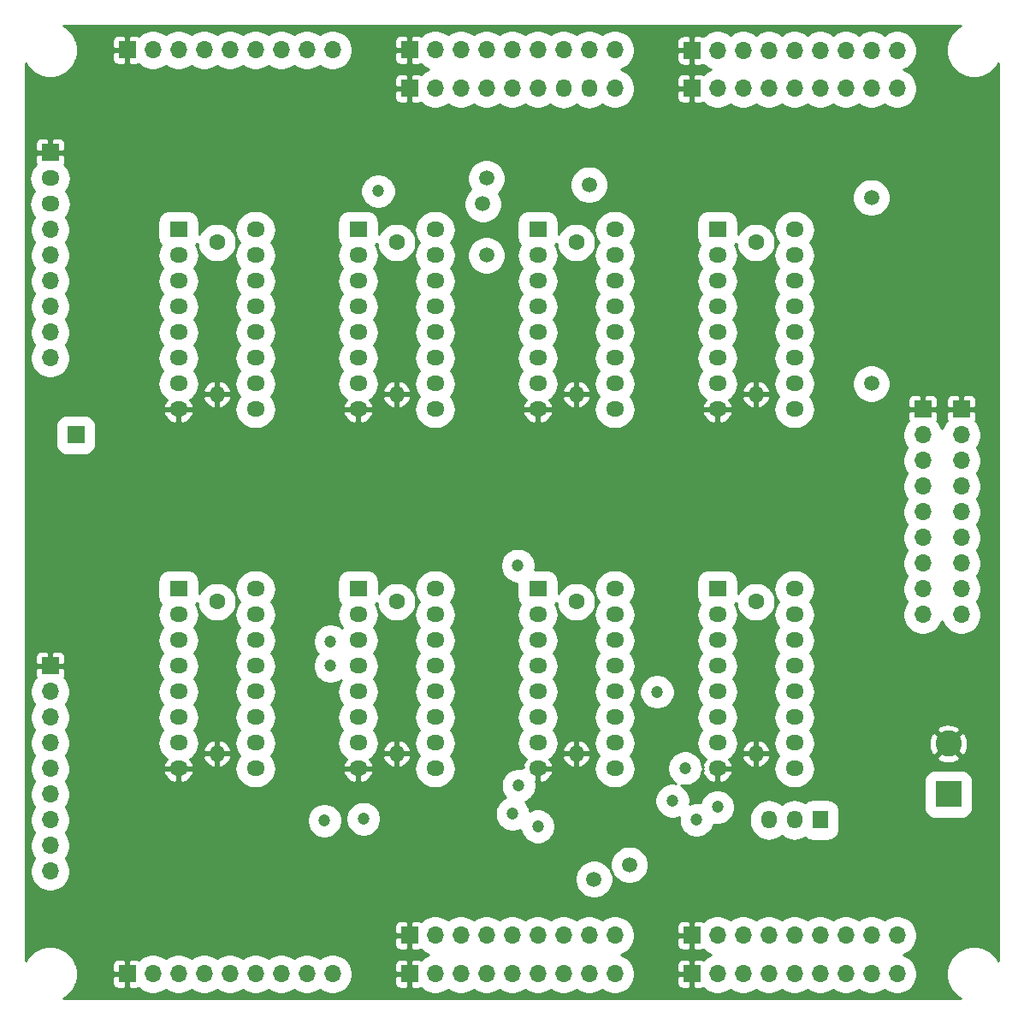
<source format=gbr>
%TF.GenerationSoftware,KiCad,Pcbnew,(5.1.8)-1*%
%TF.CreationDate,2022-12-02T00:21:30+03:00*%
%TF.ProjectId,MUX8x1-v4,4d555838-7831-42d7-9634-2e6b69636164,rev?*%
%TF.SameCoordinates,Original*%
%TF.FileFunction,Copper,L3,Inr*%
%TF.FilePolarity,Positive*%
%FSLAX46Y46*%
G04 Gerber Fmt 4.6, Leading zero omitted, Abs format (unit mm)*
G04 Created by KiCad (PCBNEW (5.1.8)-1) date 2022-12-02 00:21:30*
%MOMM*%
%LPD*%
G01*
G04 APERTURE LIST*
%TA.AperFunction,ComponentPad*%
%ADD10O,1.700000X1.700000*%
%TD*%
%TA.AperFunction,ComponentPad*%
%ADD11R,1.700000X1.700000*%
%TD*%
%TA.AperFunction,ComponentPad*%
%ADD12O,1.800000X1.500000*%
%TD*%
%TA.AperFunction,ComponentPad*%
%ADD13O,1.500000X1.800000*%
%TD*%
%TA.AperFunction,ComponentPad*%
%ADD14O,1.600000X1.600000*%
%TD*%
%TA.AperFunction,ComponentPad*%
%ADD15C,1.600000*%
%TD*%
%TA.AperFunction,ComponentPad*%
%ADD16R,1.800000X1.500000*%
%TD*%
%TA.AperFunction,ComponentPad*%
%ADD17R,1.500000X1.800000*%
%TD*%
%TA.AperFunction,ComponentPad*%
%ADD18C,2.600000*%
%TD*%
%TA.AperFunction,ComponentPad*%
%ADD19R,2.600000X2.600000*%
%TD*%
%TA.AperFunction,ViaPad*%
%ADD20C,1.200000*%
%TD*%
%TA.AperFunction,ViaPad*%
%ADD21C,1.500000*%
%TD*%
%TA.AperFunction,Conductor*%
%ADD22C,0.254000*%
%TD*%
%TA.AperFunction,Conductor*%
%ADD23C,0.100000*%
%TD*%
G04 APERTURE END LIST*
D10*
%TO.N,/O7*%
%TO.C,J21*%
X118110000Y-91440000D03*
%TO.N,/O6*%
X118110000Y-88900000D03*
%TO.N,/O5*%
X118110000Y-86360000D03*
%TO.N,/O4*%
X118110000Y-83820000D03*
%TO.N,/O3*%
X118110000Y-81280000D03*
%TO.N,/O2*%
X118110000Y-78740000D03*
%TO.N,/O1*%
X118110000Y-76200000D03*
%TO.N,/O0*%
X118110000Y-73660000D03*
D11*
%TO.N,GND*%
X118110000Y-71120000D03*
%TD*%
D10*
%TO.N,/O7*%
%TO.C,J19*%
X114300000Y-91440000D03*
%TO.N,/O6*%
X114300000Y-88900000D03*
%TO.N,/O5*%
X114300000Y-86360000D03*
%TO.N,/O4*%
X114300000Y-83820000D03*
%TO.N,/O3*%
X114300000Y-81280000D03*
%TO.N,/O2*%
X114300000Y-78740000D03*
%TO.N,/O1*%
X114300000Y-76200000D03*
%TO.N,/O0*%
X114300000Y-73660000D03*
D11*
%TO.N,GND*%
X114300000Y-71120000D03*
%TD*%
D10*
%TO.N,/H7*%
%TO.C,J18*%
X111760000Y-123190000D03*
%TO.N,/H6*%
X109220000Y-123190000D03*
%TO.N,/H5*%
X106680000Y-123190000D03*
%TO.N,/H4*%
X104140000Y-123190000D03*
%TO.N,/H3*%
X101600000Y-123190000D03*
%TO.N,/H2*%
X99060000Y-123190000D03*
%TO.N,/H1*%
X96520000Y-123190000D03*
%TO.N,/H0*%
X93980000Y-123190000D03*
D11*
%TO.N,GND*%
X91440000Y-123190000D03*
%TD*%
D10*
%TO.N,/H7*%
%TO.C,J16*%
X111760000Y-127000000D03*
%TO.N,/H6*%
X109220000Y-127000000D03*
%TO.N,/H5*%
X106680000Y-127000000D03*
%TO.N,/H4*%
X104140000Y-127000000D03*
%TO.N,/H3*%
X101600000Y-127000000D03*
%TO.N,/H2*%
X99060000Y-127000000D03*
%TO.N,/H1*%
X96520000Y-127000000D03*
%TO.N,/H0*%
X93980000Y-127000000D03*
D11*
%TO.N,GND*%
X91440000Y-127000000D03*
%TD*%
D10*
%TO.N,/D7*%
%TO.C,J15*%
X27940000Y-66040000D03*
%TO.N,/D6*%
X27940000Y-63500000D03*
%TO.N,/D5*%
X27940000Y-60960000D03*
%TO.N,/D4*%
X27940000Y-58420000D03*
%TO.N,/D3*%
X27940000Y-55880000D03*
%TO.N,/D2*%
X27940000Y-53340000D03*
D12*
%TO.N,/D1*%
X27940000Y-50800000D03*
%TO.N,/D0*%
X27940000Y-48260000D03*
D11*
%TO.N,GND*%
X27940000Y-45720000D03*
%TD*%
D10*
%TO.N,/G7*%
%TO.C,J14*%
X83820000Y-127000000D03*
%TO.N,/G6*%
X81280000Y-127000000D03*
%TO.N,/G5*%
X78740000Y-127000000D03*
%TO.N,/G4*%
X76200000Y-127000000D03*
%TO.N,/G3*%
X73660000Y-127000000D03*
%TO.N,/G2*%
X71120000Y-127000000D03*
%TO.N,/G1*%
X68580000Y-127000000D03*
%TO.N,/G0*%
X66040000Y-127000000D03*
D11*
%TO.N,GND*%
X63500000Y-127000000D03*
%TD*%
D10*
%TO.N,/G7*%
%TO.C,J12*%
X83820000Y-123190000D03*
%TO.N,/G6*%
X81280000Y-123190000D03*
%TO.N,/G5*%
X78740000Y-123190000D03*
%TO.N,/G4*%
X76200000Y-123190000D03*
%TO.N,/G3*%
X73660000Y-123190000D03*
%TO.N,/G2*%
X71120000Y-123190000D03*
%TO.N,/G1*%
X68580000Y-123190000D03*
%TO.N,/G0*%
X66040000Y-123190000D03*
D11*
%TO.N,GND*%
X63500000Y-123190000D03*
%TD*%
D10*
%TO.N,/C7*%
%TO.C,J11*%
X55880000Y-35560000D03*
%TO.N,/C6*%
X53340000Y-35560000D03*
%TO.N,/C5*%
X50800000Y-35560000D03*
%TO.N,/C4*%
X48260000Y-35560000D03*
%TO.N,/C3*%
X45720000Y-35560000D03*
%TO.N,/C2*%
X43180000Y-35560000D03*
%TO.N,/C1*%
X40640000Y-35560000D03*
%TO.N,/C0*%
X38100000Y-35560000D03*
D11*
%TO.N,GND*%
X35560000Y-35560000D03*
%TD*%
D10*
%TO.N,/F7*%
%TO.C,J8*%
X111760000Y-35600000D03*
%TO.N,/F6*%
X109220000Y-35600000D03*
%TO.N,/F5*%
X106680000Y-35600000D03*
%TO.N,/F4*%
X104140000Y-35600000D03*
%TO.N,/F3*%
X101600000Y-35600000D03*
%TO.N,/F2*%
X99060000Y-35600000D03*
%TO.N,/F1*%
X96520000Y-35600000D03*
%TO.N,/F0*%
X93980000Y-35600000D03*
D11*
%TO.N,GND*%
X91440000Y-35600000D03*
%TD*%
D10*
%TO.N,/F7*%
%TO.C,J6*%
X111760000Y-39370000D03*
%TO.N,/F6*%
X109220000Y-39370000D03*
%TO.N,/F5*%
X106680000Y-39370000D03*
%TO.N,/F4*%
X104140000Y-39370000D03*
%TO.N,/F3*%
X101600000Y-39370000D03*
%TO.N,/F2*%
X99060000Y-39370000D03*
%TO.N,/F1*%
X96520000Y-39370000D03*
%TO.N,/F0*%
X93980000Y-39370000D03*
D11*
%TO.N,GND*%
X91440000Y-39370000D03*
%TD*%
D10*
%TO.N,/B7*%
%TO.C,J5*%
X55880000Y-127000000D03*
%TO.N,/B6*%
X53340000Y-127000000D03*
%TO.N,/B5*%
X50800000Y-127000000D03*
%TO.N,/B4*%
X48260000Y-127000000D03*
%TO.N,/B3*%
X45720000Y-127000000D03*
%TO.N,/B2*%
X43180000Y-127000000D03*
%TO.N,/B1*%
X40640000Y-127000000D03*
%TO.N,/B0*%
X38100000Y-127000000D03*
D11*
%TO.N,GND*%
X35560000Y-127000000D03*
%TD*%
D10*
%TO.N,/E7*%
%TO.C,J4*%
X83820000Y-35560000D03*
%TO.N,/E6*%
X81280000Y-35560000D03*
%TO.N,/E5*%
X78740000Y-35560000D03*
%TO.N,/E4*%
X76200000Y-35560000D03*
%TO.N,/E3*%
X73660000Y-35560000D03*
%TO.N,/E2*%
X71120000Y-35560000D03*
%TO.N,/E1*%
X68580000Y-35560000D03*
%TO.N,/E0*%
X66040000Y-35560000D03*
D11*
%TO.N,GND*%
X63500000Y-35560000D03*
%TD*%
D10*
%TO.N,/E7*%
%TO.C,J2*%
X83820000Y-39370000D03*
D13*
%TO.N,/E6*%
X81280000Y-39370000D03*
%TO.N,/E5*%
X78740000Y-39370000D03*
D10*
%TO.N,/E4*%
X76200000Y-39370000D03*
%TO.N,/E3*%
X73660000Y-39370000D03*
%TO.N,/E2*%
X71120000Y-39370000D03*
%TO.N,/E1*%
X68580000Y-39370000D03*
%TO.N,/E0*%
X66040000Y-39370000D03*
D11*
%TO.N,GND*%
X63500000Y-39370000D03*
%TD*%
D10*
%TO.N,/A7*%
%TO.C,J1*%
X27940000Y-116840000D03*
%TO.N,/A6*%
X27940000Y-114300000D03*
%TO.N,/A5*%
X27940000Y-111760000D03*
%TO.N,/A4*%
X27940000Y-109220000D03*
%TO.N,/A3*%
X27940000Y-106680000D03*
%TO.N,/A2*%
X27940000Y-104140000D03*
%TO.N,/A1*%
X27940000Y-101600000D03*
%TO.N,/A0*%
X27940000Y-99060000D03*
D11*
%TO.N,GND*%
X27940000Y-96520000D03*
%TD*%
D14*
%TO.N,GND*%
%TO.C,C8*%
X97790000Y-105170000D03*
D15*
%TO.N,VCC*%
X97790000Y-90170000D03*
%TD*%
D14*
%TO.N,GND*%
%TO.C,C7*%
X97790000Y-69610000D03*
D15*
%TO.N,VCC*%
X97790000Y-54610000D03*
%TD*%
D14*
%TO.N,GND*%
%TO.C,C6*%
X80010000Y-105170000D03*
D15*
%TO.N,VCC*%
X80010000Y-90170000D03*
%TD*%
D14*
%TO.N,GND*%
%TO.C,C5*%
X80010000Y-69610000D03*
D15*
%TO.N,VCC*%
X80010000Y-54610000D03*
%TD*%
D14*
%TO.N,GND*%
%TO.C,C4*%
X62230000Y-105170000D03*
D15*
%TO.N,VCC*%
X62230000Y-90170000D03*
%TD*%
D14*
%TO.N,GND*%
%TO.C,C3*%
X62230000Y-69610000D03*
D15*
%TO.N,VCC*%
X62230000Y-54610000D03*
%TD*%
D14*
%TO.N,GND*%
%TO.C,C2*%
X44450000Y-105170000D03*
D15*
%TO.N,VCC*%
X44450000Y-90170000D03*
%TD*%
D14*
%TO.N,GND*%
%TO.C,C1*%
X44450000Y-69610000D03*
D15*
%TO.N,VCC*%
X44450000Y-54610000D03*
%TD*%
D12*
%TO.N,VCC*%
%TO.C,U8*%
X101600000Y-88900000D03*
%TO.N,GND*%
X93980000Y-106680000D03*
%TO.N,/E7*%
X101600000Y-91440000D03*
%TO.N,/~E*%
X93980000Y-104140000D03*
%TO.N,/F7*%
X101600000Y-93980000D03*
%TO.N,Net-(U8-Pad6)*%
X93980000Y-101600000D03*
%TO.N,/G7*%
X101600000Y-96520000D03*
%TO.N,/O7*%
X93980000Y-99060000D03*
%TO.N,/H7*%
X101600000Y-99060000D03*
%TO.N,/A7*%
X93980000Y-96520000D03*
%TO.N,/S0*%
X101600000Y-101600000D03*
%TO.N,/B7*%
X93980000Y-93980000D03*
%TO.N,/S1*%
X101600000Y-104140000D03*
%TO.N,/C7*%
X93980000Y-91440000D03*
%TO.N,/S2*%
X101600000Y-106680000D03*
D16*
%TO.N,/D7*%
X93980000Y-88900000D03*
%TD*%
D12*
%TO.N,VCC*%
%TO.C,U7*%
X101600000Y-53340000D03*
%TO.N,GND*%
X93980000Y-71120000D03*
%TO.N,/E6*%
X101600000Y-55880000D03*
%TO.N,/~E*%
X93980000Y-68580000D03*
%TO.N,/F6*%
X101600000Y-58420000D03*
%TO.N,Net-(U7-Pad6)*%
X93980000Y-66040000D03*
%TO.N,/G6*%
X101600000Y-60960000D03*
%TO.N,/O6*%
X93980000Y-63500000D03*
%TO.N,/H6*%
X101600000Y-63500000D03*
%TO.N,/A6*%
X93980000Y-60960000D03*
%TO.N,/S0*%
X101600000Y-66040000D03*
%TO.N,/B6*%
X93980000Y-58420000D03*
%TO.N,/S1*%
X101600000Y-68580000D03*
%TO.N,/C6*%
X93980000Y-55880000D03*
%TO.N,/S2*%
X101600000Y-71120000D03*
D16*
%TO.N,/D6*%
X93980000Y-53340000D03*
%TD*%
D12*
%TO.N,VCC*%
%TO.C,U6*%
X83820000Y-88900000D03*
%TO.N,GND*%
X76200000Y-106680000D03*
%TO.N,/E5*%
X83820000Y-91440000D03*
%TO.N,/~E*%
X76200000Y-104140000D03*
%TO.N,/F5*%
X83820000Y-93980000D03*
%TO.N,Net-(U6-Pad6)*%
X76200000Y-101600000D03*
%TO.N,/G5*%
X83820000Y-96520000D03*
%TO.N,/O5*%
X76200000Y-99060000D03*
%TO.N,/H5*%
X83820000Y-99060000D03*
%TO.N,/A5*%
X76200000Y-96520000D03*
%TO.N,/S0*%
X83820000Y-101600000D03*
%TO.N,/B5*%
X76200000Y-93980000D03*
%TO.N,/S1*%
X83820000Y-104140000D03*
%TO.N,/C5*%
X76200000Y-91440000D03*
%TO.N,/S2*%
X83820000Y-106680000D03*
D16*
%TO.N,/D5*%
X76200000Y-88900000D03*
%TD*%
D12*
%TO.N,VCC*%
%TO.C,U5*%
X83820000Y-53340000D03*
%TO.N,GND*%
X76200000Y-71120000D03*
%TO.N,/E4*%
X83820000Y-55880000D03*
%TO.N,/~E*%
X76200000Y-68580000D03*
%TO.N,/F4*%
X83820000Y-58420000D03*
%TO.N,Net-(U5-Pad6)*%
X76200000Y-66040000D03*
%TO.N,/G4*%
X83820000Y-60960000D03*
%TO.N,/O4*%
X76200000Y-63500000D03*
%TO.N,/H4*%
X83820000Y-63500000D03*
%TO.N,/A4*%
X76200000Y-60960000D03*
%TO.N,/S0*%
X83820000Y-66040000D03*
%TO.N,/B4*%
X76200000Y-58420000D03*
%TO.N,/S1*%
X83820000Y-68580000D03*
%TO.N,/C4*%
X76200000Y-55880000D03*
%TO.N,/S2*%
X83820000Y-71120000D03*
D16*
%TO.N,/D4*%
X76200000Y-53340000D03*
%TD*%
D12*
%TO.N,VCC*%
%TO.C,U4*%
X66040000Y-88900000D03*
%TO.N,GND*%
X58420000Y-106680000D03*
%TO.N,/E3*%
X66040000Y-91440000D03*
%TO.N,/~E*%
X58420000Y-104140000D03*
%TO.N,/F3*%
X66040000Y-93980000D03*
%TO.N,Net-(U4-Pad6)*%
X58420000Y-101600000D03*
%TO.N,/G3*%
X66040000Y-96520000D03*
%TO.N,/O3*%
X58420000Y-99060000D03*
%TO.N,/H3*%
X66040000Y-99060000D03*
%TO.N,/A3*%
X58420000Y-96520000D03*
%TO.N,/S0*%
X66040000Y-101600000D03*
%TO.N,/B3*%
X58420000Y-93980000D03*
%TO.N,/S1*%
X66040000Y-104140000D03*
%TO.N,/C3*%
X58420000Y-91440000D03*
%TO.N,/S2*%
X66040000Y-106680000D03*
D16*
%TO.N,/D3*%
X58420000Y-88900000D03*
%TD*%
D12*
%TO.N,VCC*%
%TO.C,U3*%
X66040000Y-53340000D03*
%TO.N,GND*%
X58420000Y-71120000D03*
%TO.N,/E2*%
X66040000Y-55880000D03*
%TO.N,/~E*%
X58420000Y-68580000D03*
%TO.N,/F2*%
X66040000Y-58420000D03*
%TO.N,Net-(U3-Pad6)*%
X58420000Y-66040000D03*
%TO.N,/G2*%
X66040000Y-60960000D03*
%TO.N,/O2*%
X58420000Y-63500000D03*
%TO.N,/H2*%
X66040000Y-63500000D03*
%TO.N,/A2*%
X58420000Y-60960000D03*
%TO.N,/S0*%
X66040000Y-66040000D03*
%TO.N,/B2*%
X58420000Y-58420000D03*
%TO.N,/S1*%
X66040000Y-68580000D03*
%TO.N,/C2*%
X58420000Y-55880000D03*
%TO.N,/S2*%
X66040000Y-71120000D03*
D16*
%TO.N,/D2*%
X58420000Y-53340000D03*
%TD*%
D12*
%TO.N,VCC*%
%TO.C,U2*%
X48260000Y-88900000D03*
%TO.N,GND*%
X40640000Y-106680000D03*
%TO.N,/E1*%
X48260000Y-91440000D03*
%TO.N,/~E*%
X40640000Y-104140000D03*
%TO.N,/F1*%
X48260000Y-93980000D03*
%TO.N,Net-(U2-Pad6)*%
X40640000Y-101600000D03*
%TO.N,/G1*%
X48260000Y-96520000D03*
%TO.N,/O1*%
X40640000Y-99060000D03*
%TO.N,/H1*%
X48260000Y-99060000D03*
%TO.N,/A1*%
X40640000Y-96520000D03*
%TO.N,/S0*%
X48260000Y-101600000D03*
%TO.N,/B1*%
X40640000Y-93980000D03*
%TO.N,/S1*%
X48260000Y-104140000D03*
%TO.N,/C1*%
X40640000Y-91440000D03*
%TO.N,/S2*%
X48260000Y-106680000D03*
D16*
%TO.N,/D1*%
X40640000Y-88900000D03*
%TD*%
D12*
%TO.N,VCC*%
%TO.C,U1*%
X48260000Y-53340000D03*
%TO.N,GND*%
X40640000Y-71120000D03*
%TO.N,/E0*%
X48260000Y-55880000D03*
%TO.N,/~E*%
X40640000Y-68580000D03*
%TO.N,/F0*%
X48260000Y-58420000D03*
%TO.N,Net-(U1-Pad6)*%
X40640000Y-66040000D03*
%TO.N,/G0*%
X48260000Y-60960000D03*
%TO.N,/O0*%
X40640000Y-63500000D03*
%TO.N,/H0*%
X48260000Y-63500000D03*
%TO.N,/A0*%
X40640000Y-60960000D03*
%TO.N,/S0*%
X48260000Y-66040000D03*
%TO.N,/B0*%
X40640000Y-58420000D03*
%TO.N,/S1*%
X48260000Y-68580000D03*
%TO.N,/C0*%
X40640000Y-55880000D03*
%TO.N,/S2*%
X48260000Y-71120000D03*
D16*
%TO.N,/D0*%
X40640000Y-53340000D03*
%TD*%
D11*
%TO.N,/~E*%
%TO.C,J20*%
X30480000Y-73660000D03*
%TD*%
D13*
%TO.N,/S2*%
%TO.C,J10*%
X99060000Y-111760000D03*
%TO.N,/S1*%
X101600000Y-111760000D03*
D17*
%TO.N,/S0*%
X104140000Y-111760000D03*
%TD*%
D18*
%TO.N,GND*%
%TO.C,J9*%
X116840000Y-104220000D03*
D19*
%TO.N,VCC*%
X116840000Y-109220000D03*
%TD*%
D20*
%TO.N,GND*%
X34290000Y-77470000D03*
%TO.N,/A7*%
X93980000Y-110490000D03*
%TO.N,/A6*%
X90767200Y-106629900D03*
%TO.N,/A5*%
X74318000Y-108359600D03*
%TO.N,/A4*%
X74242300Y-86587600D03*
%TO.N,/A2*%
X55705300Y-94078000D03*
D21*
%TO.N,/E7*%
X109220000Y-50165000D03*
%TO.N,/E5*%
X81280000Y-48895000D03*
%TO.N,/E3*%
X71120000Y-55880000D03*
D20*
%TO.N,/B7*%
X91929200Y-111760000D03*
%TO.N,/B6*%
X89535000Y-109855000D03*
%TO.N,/B5*%
X76200000Y-112395000D03*
%TO.N,/B4*%
X73711200Y-111160600D03*
%TO.N,/B3*%
X58943100Y-111656700D03*
%TO.N,/B2*%
X55106700Y-111832800D03*
D21*
%TO.N,/C5*%
X71120000Y-48260000D03*
%TO.N,/C4*%
X70772100Y-50800000D03*
D20*
%TO.N,/C3*%
X60406500Y-49530000D03*
D21*
%TO.N,/G5*%
X81761300Y-117628700D03*
%TO.N,/G4*%
X85284800Y-116205000D03*
D20*
%TO.N,/G1*%
X55705300Y-96520000D03*
%TO.N,/H5*%
X88015300Y-99075200D03*
D21*
%TO.N,/O4*%
X109220000Y-68580000D03*
%TD*%
D22*
%TO.N,GND*%
X117631440Y-33429373D02*
X117249373Y-33811440D01*
X116949185Y-34260702D01*
X116742412Y-34759896D01*
X116637000Y-35289838D01*
X116637000Y-35830162D01*
X116742412Y-36360104D01*
X116949185Y-36859298D01*
X117249373Y-37308560D01*
X117631440Y-37690627D01*
X118080702Y-37990815D01*
X118579896Y-38197588D01*
X119109838Y-38303000D01*
X119650162Y-38303000D01*
X120180104Y-38197588D01*
X120679298Y-37990815D01*
X121128560Y-37690627D01*
X121510627Y-37308560D01*
X121793000Y-36885960D01*
X121793000Y-125674040D01*
X121510627Y-125251440D01*
X121128560Y-124869373D01*
X120679298Y-124569185D01*
X120180104Y-124362412D01*
X119650162Y-124257000D01*
X119109838Y-124257000D01*
X118579896Y-124362412D01*
X118080702Y-124569185D01*
X117631440Y-124869373D01*
X117249373Y-125251440D01*
X116949185Y-125700702D01*
X116742412Y-126199896D01*
X116637000Y-126729838D01*
X116637000Y-127270162D01*
X116742412Y-127800104D01*
X116949185Y-128299298D01*
X117249373Y-128748560D01*
X117631440Y-129130627D01*
X118054040Y-129413000D01*
X29265960Y-129413000D01*
X29688560Y-129130627D01*
X30070627Y-128748560D01*
X30370815Y-128299298D01*
X30556920Y-127850000D01*
X34071928Y-127850000D01*
X34084188Y-127974482D01*
X34120498Y-128094180D01*
X34179463Y-128204494D01*
X34258815Y-128301185D01*
X34355506Y-128380537D01*
X34465820Y-128439502D01*
X34585518Y-128475812D01*
X34710000Y-128488072D01*
X35274250Y-128485000D01*
X35433000Y-128326250D01*
X35433000Y-127127000D01*
X34233750Y-127127000D01*
X34075000Y-127285750D01*
X34071928Y-127850000D01*
X30556920Y-127850000D01*
X30577588Y-127800104D01*
X30683000Y-127270162D01*
X30683000Y-126729838D01*
X30577588Y-126199896D01*
X30556921Y-126150000D01*
X34071928Y-126150000D01*
X34075000Y-126714250D01*
X34233750Y-126873000D01*
X35433000Y-126873000D01*
X35433000Y-125673750D01*
X35687000Y-125673750D01*
X35687000Y-126873000D01*
X35707000Y-126873000D01*
X35707000Y-127127000D01*
X35687000Y-127127000D01*
X35687000Y-128326250D01*
X35845750Y-128485000D01*
X36410000Y-128488072D01*
X36534482Y-128475812D01*
X36654180Y-128439502D01*
X36697708Y-128416235D01*
X36829537Y-128548064D01*
X37155961Y-128766173D01*
X37518663Y-128916410D01*
X37903707Y-128993000D01*
X38296293Y-128993000D01*
X38681337Y-128916410D01*
X39044039Y-128766173D01*
X39370000Y-128548373D01*
X39695961Y-128766173D01*
X40058663Y-128916410D01*
X40443707Y-128993000D01*
X40836293Y-128993000D01*
X41221337Y-128916410D01*
X41584039Y-128766173D01*
X41910000Y-128548373D01*
X42235961Y-128766173D01*
X42598663Y-128916410D01*
X42983707Y-128993000D01*
X43376293Y-128993000D01*
X43761337Y-128916410D01*
X44124039Y-128766173D01*
X44450000Y-128548373D01*
X44775961Y-128766173D01*
X45138663Y-128916410D01*
X45523707Y-128993000D01*
X45916293Y-128993000D01*
X46301337Y-128916410D01*
X46664039Y-128766173D01*
X46990000Y-128548373D01*
X47315961Y-128766173D01*
X47678663Y-128916410D01*
X48063707Y-128993000D01*
X48456293Y-128993000D01*
X48841337Y-128916410D01*
X49204039Y-128766173D01*
X49530000Y-128548373D01*
X49855961Y-128766173D01*
X50218663Y-128916410D01*
X50603707Y-128993000D01*
X50996293Y-128993000D01*
X51381337Y-128916410D01*
X51744039Y-128766173D01*
X52070000Y-128548373D01*
X52395961Y-128766173D01*
X52758663Y-128916410D01*
X53143707Y-128993000D01*
X53536293Y-128993000D01*
X53921337Y-128916410D01*
X54284039Y-128766173D01*
X54610000Y-128548373D01*
X54935961Y-128766173D01*
X55298663Y-128916410D01*
X55683707Y-128993000D01*
X56076293Y-128993000D01*
X56461337Y-128916410D01*
X56824039Y-128766173D01*
X57150463Y-128548064D01*
X57428064Y-128270463D01*
X57646173Y-127944039D01*
X57685125Y-127850000D01*
X62011928Y-127850000D01*
X62024188Y-127974482D01*
X62060498Y-128094180D01*
X62119463Y-128204494D01*
X62198815Y-128301185D01*
X62295506Y-128380537D01*
X62405820Y-128439502D01*
X62525518Y-128475812D01*
X62650000Y-128488072D01*
X63214250Y-128485000D01*
X63373000Y-128326250D01*
X63373000Y-127127000D01*
X62173750Y-127127000D01*
X62015000Y-127285750D01*
X62011928Y-127850000D01*
X57685125Y-127850000D01*
X57796410Y-127581337D01*
X57873000Y-127196293D01*
X57873000Y-126803707D01*
X57796410Y-126418663D01*
X57685126Y-126150000D01*
X62011928Y-126150000D01*
X62015000Y-126714250D01*
X62173750Y-126873000D01*
X63373000Y-126873000D01*
X63373000Y-125673750D01*
X63214250Y-125515000D01*
X62650000Y-125511928D01*
X62525518Y-125524188D01*
X62405820Y-125560498D01*
X62295506Y-125619463D01*
X62198815Y-125698815D01*
X62119463Y-125795506D01*
X62060498Y-125905820D01*
X62024188Y-126025518D01*
X62011928Y-126150000D01*
X57685126Y-126150000D01*
X57646173Y-126055961D01*
X57428064Y-125729537D01*
X57150463Y-125451936D01*
X56824039Y-125233827D01*
X56461337Y-125083590D01*
X56076293Y-125007000D01*
X55683707Y-125007000D01*
X55298663Y-125083590D01*
X54935961Y-125233827D01*
X54610000Y-125451627D01*
X54284039Y-125233827D01*
X53921337Y-125083590D01*
X53536293Y-125007000D01*
X53143707Y-125007000D01*
X52758663Y-125083590D01*
X52395961Y-125233827D01*
X52070000Y-125451627D01*
X51744039Y-125233827D01*
X51381337Y-125083590D01*
X50996293Y-125007000D01*
X50603707Y-125007000D01*
X50218663Y-125083590D01*
X49855961Y-125233827D01*
X49530000Y-125451627D01*
X49204039Y-125233827D01*
X48841337Y-125083590D01*
X48456293Y-125007000D01*
X48063707Y-125007000D01*
X47678663Y-125083590D01*
X47315961Y-125233827D01*
X46990000Y-125451627D01*
X46664039Y-125233827D01*
X46301337Y-125083590D01*
X45916293Y-125007000D01*
X45523707Y-125007000D01*
X45138663Y-125083590D01*
X44775961Y-125233827D01*
X44450000Y-125451627D01*
X44124039Y-125233827D01*
X43761337Y-125083590D01*
X43376293Y-125007000D01*
X42983707Y-125007000D01*
X42598663Y-125083590D01*
X42235961Y-125233827D01*
X41910000Y-125451627D01*
X41584039Y-125233827D01*
X41221337Y-125083590D01*
X40836293Y-125007000D01*
X40443707Y-125007000D01*
X40058663Y-125083590D01*
X39695961Y-125233827D01*
X39370000Y-125451627D01*
X39044039Y-125233827D01*
X38681337Y-125083590D01*
X38296293Y-125007000D01*
X37903707Y-125007000D01*
X37518663Y-125083590D01*
X37155961Y-125233827D01*
X36829537Y-125451936D01*
X36697708Y-125583765D01*
X36654180Y-125560498D01*
X36534482Y-125524188D01*
X36410000Y-125511928D01*
X35845750Y-125515000D01*
X35687000Y-125673750D01*
X35433000Y-125673750D01*
X35274250Y-125515000D01*
X34710000Y-125511928D01*
X34585518Y-125524188D01*
X34465820Y-125560498D01*
X34355506Y-125619463D01*
X34258815Y-125698815D01*
X34179463Y-125795506D01*
X34120498Y-125905820D01*
X34084188Y-126025518D01*
X34071928Y-126150000D01*
X30556921Y-126150000D01*
X30370815Y-125700702D01*
X30070627Y-125251440D01*
X29688560Y-124869373D01*
X29239298Y-124569185D01*
X28740104Y-124362412D01*
X28210162Y-124257000D01*
X27669838Y-124257000D01*
X27139896Y-124362412D01*
X26640702Y-124569185D01*
X26191440Y-124869373D01*
X25809373Y-125251440D01*
X25527000Y-125674040D01*
X25527000Y-124040000D01*
X62011928Y-124040000D01*
X62024188Y-124164482D01*
X62060498Y-124284180D01*
X62119463Y-124394494D01*
X62198815Y-124491185D01*
X62295506Y-124570537D01*
X62405820Y-124629502D01*
X62525518Y-124665812D01*
X62650000Y-124678072D01*
X63214250Y-124675000D01*
X63373000Y-124516250D01*
X63373000Y-123317000D01*
X62173750Y-123317000D01*
X62015000Y-123475750D01*
X62011928Y-124040000D01*
X25527000Y-124040000D01*
X25527000Y-122340000D01*
X62011928Y-122340000D01*
X62015000Y-122904250D01*
X62173750Y-123063000D01*
X63373000Y-123063000D01*
X63373000Y-121863750D01*
X63627000Y-121863750D01*
X63627000Y-123063000D01*
X63647000Y-123063000D01*
X63647000Y-123317000D01*
X63627000Y-123317000D01*
X63627000Y-124516250D01*
X63785750Y-124675000D01*
X64350000Y-124678072D01*
X64474482Y-124665812D01*
X64594180Y-124629502D01*
X64637708Y-124606235D01*
X64769537Y-124738064D01*
X65095961Y-124956173D01*
X65431117Y-125095000D01*
X65095961Y-125233827D01*
X64769537Y-125451936D01*
X64637708Y-125583765D01*
X64594180Y-125560498D01*
X64474482Y-125524188D01*
X64350000Y-125511928D01*
X63785750Y-125515000D01*
X63627000Y-125673750D01*
X63627000Y-126873000D01*
X63647000Y-126873000D01*
X63647000Y-127127000D01*
X63627000Y-127127000D01*
X63627000Y-128326250D01*
X63785750Y-128485000D01*
X64350000Y-128488072D01*
X64474482Y-128475812D01*
X64594180Y-128439502D01*
X64637708Y-128416235D01*
X64769537Y-128548064D01*
X65095961Y-128766173D01*
X65458663Y-128916410D01*
X65843707Y-128993000D01*
X66236293Y-128993000D01*
X66621337Y-128916410D01*
X66984039Y-128766173D01*
X67310000Y-128548373D01*
X67635961Y-128766173D01*
X67998663Y-128916410D01*
X68383707Y-128993000D01*
X68776293Y-128993000D01*
X69161337Y-128916410D01*
X69524039Y-128766173D01*
X69850000Y-128548373D01*
X70175961Y-128766173D01*
X70538663Y-128916410D01*
X70923707Y-128993000D01*
X71316293Y-128993000D01*
X71701337Y-128916410D01*
X72064039Y-128766173D01*
X72390000Y-128548373D01*
X72715961Y-128766173D01*
X73078663Y-128916410D01*
X73463707Y-128993000D01*
X73856293Y-128993000D01*
X74241337Y-128916410D01*
X74604039Y-128766173D01*
X74930000Y-128548373D01*
X75255961Y-128766173D01*
X75618663Y-128916410D01*
X76003707Y-128993000D01*
X76396293Y-128993000D01*
X76781337Y-128916410D01*
X77144039Y-128766173D01*
X77470000Y-128548373D01*
X77795961Y-128766173D01*
X78158663Y-128916410D01*
X78543707Y-128993000D01*
X78936293Y-128993000D01*
X79321337Y-128916410D01*
X79684039Y-128766173D01*
X80010000Y-128548373D01*
X80335961Y-128766173D01*
X80698663Y-128916410D01*
X81083707Y-128993000D01*
X81476293Y-128993000D01*
X81861337Y-128916410D01*
X82224039Y-128766173D01*
X82550000Y-128548373D01*
X82875961Y-128766173D01*
X83238663Y-128916410D01*
X83623707Y-128993000D01*
X84016293Y-128993000D01*
X84401337Y-128916410D01*
X84764039Y-128766173D01*
X85090463Y-128548064D01*
X85368064Y-128270463D01*
X85586173Y-127944039D01*
X85625125Y-127850000D01*
X89951928Y-127850000D01*
X89964188Y-127974482D01*
X90000498Y-128094180D01*
X90059463Y-128204494D01*
X90138815Y-128301185D01*
X90235506Y-128380537D01*
X90345820Y-128439502D01*
X90465518Y-128475812D01*
X90590000Y-128488072D01*
X91154250Y-128485000D01*
X91313000Y-128326250D01*
X91313000Y-127127000D01*
X90113750Y-127127000D01*
X89955000Y-127285750D01*
X89951928Y-127850000D01*
X85625125Y-127850000D01*
X85736410Y-127581337D01*
X85813000Y-127196293D01*
X85813000Y-126803707D01*
X85736410Y-126418663D01*
X85625126Y-126150000D01*
X89951928Y-126150000D01*
X89955000Y-126714250D01*
X90113750Y-126873000D01*
X91313000Y-126873000D01*
X91313000Y-125673750D01*
X91154250Y-125515000D01*
X90590000Y-125511928D01*
X90465518Y-125524188D01*
X90345820Y-125560498D01*
X90235506Y-125619463D01*
X90138815Y-125698815D01*
X90059463Y-125795506D01*
X90000498Y-125905820D01*
X89964188Y-126025518D01*
X89951928Y-126150000D01*
X85625126Y-126150000D01*
X85586173Y-126055961D01*
X85368064Y-125729537D01*
X85090463Y-125451936D01*
X84764039Y-125233827D01*
X84428883Y-125095000D01*
X84764039Y-124956173D01*
X85090463Y-124738064D01*
X85368064Y-124460463D01*
X85586173Y-124134039D01*
X85625125Y-124040000D01*
X89951928Y-124040000D01*
X89964188Y-124164482D01*
X90000498Y-124284180D01*
X90059463Y-124394494D01*
X90138815Y-124491185D01*
X90235506Y-124570537D01*
X90345820Y-124629502D01*
X90465518Y-124665812D01*
X90590000Y-124678072D01*
X91154250Y-124675000D01*
X91313000Y-124516250D01*
X91313000Y-123317000D01*
X90113750Y-123317000D01*
X89955000Y-123475750D01*
X89951928Y-124040000D01*
X85625125Y-124040000D01*
X85736410Y-123771337D01*
X85813000Y-123386293D01*
X85813000Y-122993707D01*
X85736410Y-122608663D01*
X85625126Y-122340000D01*
X89951928Y-122340000D01*
X89955000Y-122904250D01*
X90113750Y-123063000D01*
X91313000Y-123063000D01*
X91313000Y-121863750D01*
X91567000Y-121863750D01*
X91567000Y-123063000D01*
X91587000Y-123063000D01*
X91587000Y-123317000D01*
X91567000Y-123317000D01*
X91567000Y-124516250D01*
X91725750Y-124675000D01*
X92290000Y-124678072D01*
X92414482Y-124665812D01*
X92534180Y-124629502D01*
X92577708Y-124606235D01*
X92709537Y-124738064D01*
X93035961Y-124956173D01*
X93371117Y-125095000D01*
X93035961Y-125233827D01*
X92709537Y-125451936D01*
X92577708Y-125583765D01*
X92534180Y-125560498D01*
X92414482Y-125524188D01*
X92290000Y-125511928D01*
X91725750Y-125515000D01*
X91567000Y-125673750D01*
X91567000Y-126873000D01*
X91587000Y-126873000D01*
X91587000Y-127127000D01*
X91567000Y-127127000D01*
X91567000Y-128326250D01*
X91725750Y-128485000D01*
X92290000Y-128488072D01*
X92414482Y-128475812D01*
X92534180Y-128439502D01*
X92577708Y-128416235D01*
X92709537Y-128548064D01*
X93035961Y-128766173D01*
X93398663Y-128916410D01*
X93783707Y-128993000D01*
X94176293Y-128993000D01*
X94561337Y-128916410D01*
X94924039Y-128766173D01*
X95250000Y-128548373D01*
X95575961Y-128766173D01*
X95938663Y-128916410D01*
X96323707Y-128993000D01*
X96716293Y-128993000D01*
X97101337Y-128916410D01*
X97464039Y-128766173D01*
X97790000Y-128548373D01*
X98115961Y-128766173D01*
X98478663Y-128916410D01*
X98863707Y-128993000D01*
X99256293Y-128993000D01*
X99641337Y-128916410D01*
X100004039Y-128766173D01*
X100330000Y-128548373D01*
X100655961Y-128766173D01*
X101018663Y-128916410D01*
X101403707Y-128993000D01*
X101796293Y-128993000D01*
X102181337Y-128916410D01*
X102544039Y-128766173D01*
X102870000Y-128548373D01*
X103195961Y-128766173D01*
X103558663Y-128916410D01*
X103943707Y-128993000D01*
X104336293Y-128993000D01*
X104721337Y-128916410D01*
X105084039Y-128766173D01*
X105410000Y-128548373D01*
X105735961Y-128766173D01*
X106098663Y-128916410D01*
X106483707Y-128993000D01*
X106876293Y-128993000D01*
X107261337Y-128916410D01*
X107624039Y-128766173D01*
X107950000Y-128548373D01*
X108275961Y-128766173D01*
X108638663Y-128916410D01*
X109023707Y-128993000D01*
X109416293Y-128993000D01*
X109801337Y-128916410D01*
X110164039Y-128766173D01*
X110490000Y-128548373D01*
X110815961Y-128766173D01*
X111178663Y-128916410D01*
X111563707Y-128993000D01*
X111956293Y-128993000D01*
X112341337Y-128916410D01*
X112704039Y-128766173D01*
X113030463Y-128548064D01*
X113308064Y-128270463D01*
X113526173Y-127944039D01*
X113676410Y-127581337D01*
X113753000Y-127196293D01*
X113753000Y-126803707D01*
X113676410Y-126418663D01*
X113526173Y-126055961D01*
X113308064Y-125729537D01*
X113030463Y-125451936D01*
X112704039Y-125233827D01*
X112368883Y-125095000D01*
X112704039Y-124956173D01*
X113030463Y-124738064D01*
X113308064Y-124460463D01*
X113526173Y-124134039D01*
X113676410Y-123771337D01*
X113753000Y-123386293D01*
X113753000Y-122993707D01*
X113676410Y-122608663D01*
X113526173Y-122245961D01*
X113308064Y-121919537D01*
X113030463Y-121641936D01*
X112704039Y-121423827D01*
X112341337Y-121273590D01*
X111956293Y-121197000D01*
X111563707Y-121197000D01*
X111178663Y-121273590D01*
X110815961Y-121423827D01*
X110490000Y-121641627D01*
X110164039Y-121423827D01*
X109801337Y-121273590D01*
X109416293Y-121197000D01*
X109023707Y-121197000D01*
X108638663Y-121273590D01*
X108275961Y-121423827D01*
X107950000Y-121641627D01*
X107624039Y-121423827D01*
X107261337Y-121273590D01*
X106876293Y-121197000D01*
X106483707Y-121197000D01*
X106098663Y-121273590D01*
X105735961Y-121423827D01*
X105410000Y-121641627D01*
X105084039Y-121423827D01*
X104721337Y-121273590D01*
X104336293Y-121197000D01*
X103943707Y-121197000D01*
X103558663Y-121273590D01*
X103195961Y-121423827D01*
X102870000Y-121641627D01*
X102544039Y-121423827D01*
X102181337Y-121273590D01*
X101796293Y-121197000D01*
X101403707Y-121197000D01*
X101018663Y-121273590D01*
X100655961Y-121423827D01*
X100330000Y-121641627D01*
X100004039Y-121423827D01*
X99641337Y-121273590D01*
X99256293Y-121197000D01*
X98863707Y-121197000D01*
X98478663Y-121273590D01*
X98115961Y-121423827D01*
X97790000Y-121641627D01*
X97464039Y-121423827D01*
X97101337Y-121273590D01*
X96716293Y-121197000D01*
X96323707Y-121197000D01*
X95938663Y-121273590D01*
X95575961Y-121423827D01*
X95250000Y-121641627D01*
X94924039Y-121423827D01*
X94561337Y-121273590D01*
X94176293Y-121197000D01*
X93783707Y-121197000D01*
X93398663Y-121273590D01*
X93035961Y-121423827D01*
X92709537Y-121641936D01*
X92577708Y-121773765D01*
X92534180Y-121750498D01*
X92414482Y-121714188D01*
X92290000Y-121701928D01*
X91725750Y-121705000D01*
X91567000Y-121863750D01*
X91313000Y-121863750D01*
X91154250Y-121705000D01*
X90590000Y-121701928D01*
X90465518Y-121714188D01*
X90345820Y-121750498D01*
X90235506Y-121809463D01*
X90138815Y-121888815D01*
X90059463Y-121985506D01*
X90000498Y-122095820D01*
X89964188Y-122215518D01*
X89951928Y-122340000D01*
X85625126Y-122340000D01*
X85586173Y-122245961D01*
X85368064Y-121919537D01*
X85090463Y-121641936D01*
X84764039Y-121423827D01*
X84401337Y-121273590D01*
X84016293Y-121197000D01*
X83623707Y-121197000D01*
X83238663Y-121273590D01*
X82875961Y-121423827D01*
X82550000Y-121641627D01*
X82224039Y-121423827D01*
X81861337Y-121273590D01*
X81476293Y-121197000D01*
X81083707Y-121197000D01*
X80698663Y-121273590D01*
X80335961Y-121423827D01*
X80010000Y-121641627D01*
X79684039Y-121423827D01*
X79321337Y-121273590D01*
X78936293Y-121197000D01*
X78543707Y-121197000D01*
X78158663Y-121273590D01*
X77795961Y-121423827D01*
X77470000Y-121641627D01*
X77144039Y-121423827D01*
X76781337Y-121273590D01*
X76396293Y-121197000D01*
X76003707Y-121197000D01*
X75618663Y-121273590D01*
X75255961Y-121423827D01*
X74930000Y-121641627D01*
X74604039Y-121423827D01*
X74241337Y-121273590D01*
X73856293Y-121197000D01*
X73463707Y-121197000D01*
X73078663Y-121273590D01*
X72715961Y-121423827D01*
X72390000Y-121641627D01*
X72064039Y-121423827D01*
X71701337Y-121273590D01*
X71316293Y-121197000D01*
X70923707Y-121197000D01*
X70538663Y-121273590D01*
X70175961Y-121423827D01*
X69850000Y-121641627D01*
X69524039Y-121423827D01*
X69161337Y-121273590D01*
X68776293Y-121197000D01*
X68383707Y-121197000D01*
X67998663Y-121273590D01*
X67635961Y-121423827D01*
X67310000Y-121641627D01*
X66984039Y-121423827D01*
X66621337Y-121273590D01*
X66236293Y-121197000D01*
X65843707Y-121197000D01*
X65458663Y-121273590D01*
X65095961Y-121423827D01*
X64769537Y-121641936D01*
X64637708Y-121773765D01*
X64594180Y-121750498D01*
X64474482Y-121714188D01*
X64350000Y-121701928D01*
X63785750Y-121705000D01*
X63627000Y-121863750D01*
X63373000Y-121863750D01*
X63214250Y-121705000D01*
X62650000Y-121701928D01*
X62525518Y-121714188D01*
X62405820Y-121750498D01*
X62295506Y-121809463D01*
X62198815Y-121888815D01*
X62119463Y-121985506D01*
X62060498Y-122095820D01*
X62024188Y-122215518D01*
X62011928Y-122340000D01*
X25527000Y-122340000D01*
X25527000Y-98863707D01*
X25947000Y-98863707D01*
X25947000Y-99256293D01*
X26023590Y-99641337D01*
X26173827Y-100004039D01*
X26391627Y-100330000D01*
X26173827Y-100655961D01*
X26023590Y-101018663D01*
X25947000Y-101403707D01*
X25947000Y-101796293D01*
X26023590Y-102181337D01*
X26173827Y-102544039D01*
X26391627Y-102870000D01*
X26173827Y-103195961D01*
X26023590Y-103558663D01*
X25947000Y-103943707D01*
X25947000Y-104336293D01*
X26023590Y-104721337D01*
X26173827Y-105084039D01*
X26391627Y-105410000D01*
X26173827Y-105735961D01*
X26023590Y-106098663D01*
X25947000Y-106483707D01*
X25947000Y-106876293D01*
X26023590Y-107261337D01*
X26173827Y-107624039D01*
X26391627Y-107950000D01*
X26173827Y-108275961D01*
X26023590Y-108638663D01*
X25947000Y-109023707D01*
X25947000Y-109416293D01*
X26023590Y-109801337D01*
X26173827Y-110164039D01*
X26391627Y-110490000D01*
X26173827Y-110815961D01*
X26023590Y-111178663D01*
X25947000Y-111563707D01*
X25947000Y-111956293D01*
X26023590Y-112341337D01*
X26173827Y-112704039D01*
X26391627Y-113030000D01*
X26173827Y-113355961D01*
X26023590Y-113718663D01*
X25947000Y-114103707D01*
X25947000Y-114496293D01*
X26023590Y-114881337D01*
X26173827Y-115244039D01*
X26391627Y-115570000D01*
X26173827Y-115895961D01*
X26023590Y-116258663D01*
X25947000Y-116643707D01*
X25947000Y-117036293D01*
X26023590Y-117421337D01*
X26173827Y-117784039D01*
X26391936Y-118110463D01*
X26669537Y-118388064D01*
X26995961Y-118606173D01*
X27358663Y-118756410D01*
X27743707Y-118833000D01*
X28136293Y-118833000D01*
X28521337Y-118756410D01*
X28884039Y-118606173D01*
X29210463Y-118388064D01*
X29488064Y-118110463D01*
X29706173Y-117784039D01*
X29847745Y-117442256D01*
X79868300Y-117442256D01*
X79868300Y-117815144D01*
X79941047Y-118180868D01*
X80083746Y-118525372D01*
X80290911Y-118835417D01*
X80554583Y-119099089D01*
X80864628Y-119306254D01*
X81209132Y-119448953D01*
X81574856Y-119521700D01*
X81947744Y-119521700D01*
X82313468Y-119448953D01*
X82657972Y-119306254D01*
X82968017Y-119099089D01*
X83231689Y-118835417D01*
X83438854Y-118525372D01*
X83581553Y-118180868D01*
X83654300Y-117815144D01*
X83654300Y-117442256D01*
X83581553Y-117076532D01*
X83438854Y-116732028D01*
X83231689Y-116421983D01*
X82968017Y-116158311D01*
X82758859Y-116018556D01*
X83391800Y-116018556D01*
X83391800Y-116391444D01*
X83464547Y-116757168D01*
X83607246Y-117101672D01*
X83814411Y-117411717D01*
X84078083Y-117675389D01*
X84388128Y-117882554D01*
X84732632Y-118025253D01*
X85098356Y-118098000D01*
X85471244Y-118098000D01*
X85836968Y-118025253D01*
X86181472Y-117882554D01*
X86491517Y-117675389D01*
X86755189Y-117411717D01*
X86962354Y-117101672D01*
X87105053Y-116757168D01*
X87177800Y-116391444D01*
X87177800Y-116018556D01*
X87105053Y-115652832D01*
X86962354Y-115308328D01*
X86755189Y-114998283D01*
X86491517Y-114734611D01*
X86181472Y-114527446D01*
X85836968Y-114384747D01*
X85471244Y-114312000D01*
X85098356Y-114312000D01*
X84732632Y-114384747D01*
X84388128Y-114527446D01*
X84078083Y-114734611D01*
X83814411Y-114998283D01*
X83607246Y-115308328D01*
X83464547Y-115652832D01*
X83391800Y-116018556D01*
X82758859Y-116018556D01*
X82657972Y-115951146D01*
X82313468Y-115808447D01*
X81947744Y-115735700D01*
X81574856Y-115735700D01*
X81209132Y-115808447D01*
X80864628Y-115951146D01*
X80554583Y-116158311D01*
X80290911Y-116421983D01*
X80083746Y-116732028D01*
X79941047Y-117076532D01*
X79868300Y-117442256D01*
X29847745Y-117442256D01*
X29856410Y-117421337D01*
X29933000Y-117036293D01*
X29933000Y-116643707D01*
X29856410Y-116258663D01*
X29706173Y-115895961D01*
X29488373Y-115570000D01*
X29706173Y-115244039D01*
X29856410Y-114881337D01*
X29933000Y-114496293D01*
X29933000Y-114103707D01*
X29856410Y-113718663D01*
X29706173Y-113355961D01*
X29488373Y-113030000D01*
X29706173Y-112704039D01*
X29856410Y-112341337D01*
X29933000Y-111956293D01*
X29933000Y-111661129D01*
X53363700Y-111661129D01*
X53363700Y-112004471D01*
X53430682Y-112341214D01*
X53562073Y-112658420D01*
X53752823Y-112943898D01*
X53995602Y-113186677D01*
X54281080Y-113377427D01*
X54598286Y-113508818D01*
X54935029Y-113575800D01*
X55278371Y-113575800D01*
X55615114Y-113508818D01*
X55932320Y-113377427D01*
X56217798Y-113186677D01*
X56460577Y-112943898D01*
X56651327Y-112658420D01*
X56782718Y-112341214D01*
X56849700Y-112004471D01*
X56849700Y-111661129D01*
X56814672Y-111485029D01*
X57200100Y-111485029D01*
X57200100Y-111828371D01*
X57267082Y-112165114D01*
X57398473Y-112482320D01*
X57589223Y-112767798D01*
X57832002Y-113010577D01*
X58117480Y-113201327D01*
X58434686Y-113332718D01*
X58771429Y-113399700D01*
X59114771Y-113399700D01*
X59451514Y-113332718D01*
X59768720Y-113201327D01*
X60054198Y-113010577D01*
X60296977Y-112767798D01*
X60487727Y-112482320D01*
X60619118Y-112165114D01*
X60686100Y-111828371D01*
X60686100Y-111485029D01*
X60619118Y-111148286D01*
X60553111Y-110988929D01*
X71968200Y-110988929D01*
X71968200Y-111332271D01*
X72035182Y-111669014D01*
X72166573Y-111986220D01*
X72357323Y-112271698D01*
X72600102Y-112514477D01*
X72885580Y-112705227D01*
X73202786Y-112836618D01*
X73539529Y-112903600D01*
X73882871Y-112903600D01*
X74219614Y-112836618D01*
X74488538Y-112725226D01*
X74523982Y-112903414D01*
X74655373Y-113220620D01*
X74846123Y-113506098D01*
X75088902Y-113748877D01*
X75374380Y-113939627D01*
X75691586Y-114071018D01*
X76028329Y-114138000D01*
X76371671Y-114138000D01*
X76708414Y-114071018D01*
X77025620Y-113939627D01*
X77311098Y-113748877D01*
X77553877Y-113506098D01*
X77744627Y-113220620D01*
X77876018Y-112903414D01*
X77943000Y-112566671D01*
X77943000Y-112223329D01*
X77876018Y-111886586D01*
X77744627Y-111569380D01*
X77553877Y-111283902D01*
X77311098Y-111041123D01*
X77025620Y-110850373D01*
X76708414Y-110718982D01*
X76371671Y-110652000D01*
X76028329Y-110652000D01*
X75691586Y-110718982D01*
X75422662Y-110830374D01*
X75387218Y-110652186D01*
X75255827Y-110334980D01*
X75065077Y-110049502D01*
X74985357Y-109969782D01*
X75143620Y-109904227D01*
X75429098Y-109713477D01*
X75459246Y-109683329D01*
X87792000Y-109683329D01*
X87792000Y-110026671D01*
X87858982Y-110363414D01*
X87990373Y-110680620D01*
X88181123Y-110966098D01*
X88423902Y-111208877D01*
X88709380Y-111399627D01*
X89026586Y-111531018D01*
X89363329Y-111598000D01*
X89706671Y-111598000D01*
X90043414Y-111531018D01*
X90211444Y-111461418D01*
X90186200Y-111588329D01*
X90186200Y-111931671D01*
X90253182Y-112268414D01*
X90384573Y-112585620D01*
X90575323Y-112871098D01*
X90818102Y-113113877D01*
X91103580Y-113304627D01*
X91420786Y-113436018D01*
X91757529Y-113503000D01*
X92100871Y-113503000D01*
X92437614Y-113436018D01*
X92754820Y-113304627D01*
X93040298Y-113113877D01*
X93283077Y-112871098D01*
X93473827Y-112585620D01*
X93605218Y-112268414D01*
X93619725Y-112195484D01*
X93808329Y-112233000D01*
X94151671Y-112233000D01*
X94488414Y-112166018D01*
X94805620Y-112034627D01*
X95091098Y-111843877D01*
X95333877Y-111601098D01*
X95390065Y-111517006D01*
X97167000Y-111517006D01*
X97167000Y-112002993D01*
X97194390Y-112281092D01*
X97302634Y-112637924D01*
X97478413Y-112966783D01*
X97714970Y-113255030D01*
X98003217Y-113491587D01*
X98332075Y-113667366D01*
X98688907Y-113775610D01*
X99060000Y-113812159D01*
X99431092Y-113775610D01*
X99787924Y-113667366D01*
X100116783Y-113491587D01*
X100330000Y-113316605D01*
X100543217Y-113491587D01*
X100872075Y-113667366D01*
X101228907Y-113775610D01*
X101600000Y-113812159D01*
X101971092Y-113775610D01*
X102327924Y-113667366D01*
X102623348Y-113509458D01*
X102751911Y-113614968D01*
X102950477Y-113721103D01*
X103165933Y-113786461D01*
X103390000Y-113808530D01*
X104890000Y-113808530D01*
X105114067Y-113786461D01*
X105329523Y-113721103D01*
X105528089Y-113614968D01*
X105702133Y-113472133D01*
X105844968Y-113298089D01*
X105951103Y-113099523D01*
X106016461Y-112884067D01*
X106038530Y-112660000D01*
X106038530Y-110860000D01*
X106016461Y-110635933D01*
X105951103Y-110420477D01*
X105844968Y-110221911D01*
X105702133Y-110047867D01*
X105528089Y-109905032D01*
X105329523Y-109798897D01*
X105114067Y-109733539D01*
X104890000Y-109711470D01*
X103390000Y-109711470D01*
X103165933Y-109733539D01*
X102950477Y-109798897D01*
X102751911Y-109905032D01*
X102623348Y-110010542D01*
X102327925Y-109852634D01*
X101971093Y-109744390D01*
X101600000Y-109707841D01*
X101228908Y-109744390D01*
X100872076Y-109852634D01*
X100543217Y-110028413D01*
X100330000Y-110203395D01*
X100116783Y-110028413D01*
X99787925Y-109852634D01*
X99431093Y-109744390D01*
X99060000Y-109707841D01*
X98688908Y-109744390D01*
X98332076Y-109852634D01*
X98003217Y-110028413D01*
X97714970Y-110264970D01*
X97478413Y-110553217D01*
X97302634Y-110882075D01*
X97194390Y-111238907D01*
X97167000Y-111517006D01*
X95390065Y-111517006D01*
X95524627Y-111315620D01*
X95656018Y-110998414D01*
X95723000Y-110661671D01*
X95723000Y-110318329D01*
X95656018Y-109981586D01*
X95524627Y-109664380D01*
X95333877Y-109378902D01*
X95091098Y-109136123D01*
X94805620Y-108945373D01*
X94488414Y-108813982D01*
X94151671Y-108747000D01*
X93808329Y-108747000D01*
X93471586Y-108813982D01*
X93154380Y-108945373D01*
X92868902Y-109136123D01*
X92626123Y-109378902D01*
X92435373Y-109664380D01*
X92303982Y-109981586D01*
X92289475Y-110054516D01*
X92100871Y-110017000D01*
X91757529Y-110017000D01*
X91420786Y-110083982D01*
X91252756Y-110153582D01*
X91278000Y-110026671D01*
X91278000Y-109683329D01*
X91211018Y-109346586D01*
X91079627Y-109029380D01*
X90888877Y-108743902D01*
X90646098Y-108501123D01*
X90394292Y-108332872D01*
X90595529Y-108372900D01*
X90938871Y-108372900D01*
X91275614Y-108305918D01*
X91592820Y-108174527D01*
X91878298Y-107983777D01*
X92121077Y-107740998D01*
X92311827Y-107455520D01*
X92443218Y-107138314D01*
X92509120Y-106807002D01*
X92610343Y-106807002D01*
X92487682Y-107021185D01*
X92580895Y-107281171D01*
X92722179Y-107513308D01*
X92906036Y-107713421D01*
X93125400Y-107873821D01*
X93371842Y-107988343D01*
X93635890Y-108052586D01*
X93853000Y-107907303D01*
X93853000Y-106807000D01*
X94107000Y-106807000D01*
X94107000Y-107907303D01*
X94324110Y-108052586D01*
X94588158Y-107988343D01*
X94834600Y-107873821D01*
X95053964Y-107713421D01*
X95237821Y-107513308D01*
X95379105Y-107281171D01*
X95472318Y-107021185D01*
X95349656Y-106807000D01*
X94107000Y-106807000D01*
X93853000Y-106807000D01*
X93833000Y-106807000D01*
X93833000Y-106553000D01*
X93853000Y-106553000D01*
X93853000Y-106533000D01*
X94107000Y-106533000D01*
X94107000Y-106553000D01*
X95349656Y-106553000D01*
X95472318Y-106338815D01*
X95379105Y-106078829D01*
X95237821Y-105846692D01*
X95143926Y-105744495D01*
X95186783Y-105721587D01*
X95433588Y-105519040D01*
X96398091Y-105519040D01*
X96492930Y-105783881D01*
X96637615Y-106025131D01*
X96826586Y-106233519D01*
X97052580Y-106401037D01*
X97306913Y-106521246D01*
X97440961Y-106561904D01*
X97663000Y-106439915D01*
X97663000Y-105297000D01*
X97917000Y-105297000D01*
X97917000Y-106439915D01*
X98139039Y-106561904D01*
X98273087Y-106521246D01*
X98527420Y-106401037D01*
X98753414Y-106233519D01*
X98942385Y-106025131D01*
X99087070Y-105783881D01*
X99181909Y-105519040D01*
X99060624Y-105297000D01*
X97917000Y-105297000D01*
X97663000Y-105297000D01*
X96519376Y-105297000D01*
X96398091Y-105519040D01*
X95433588Y-105519040D01*
X95475030Y-105485030D01*
X95711587Y-105196783D01*
X95887366Y-104867925D01*
X95901612Y-104820960D01*
X96398091Y-104820960D01*
X96519376Y-105043000D01*
X97663000Y-105043000D01*
X97663000Y-103900085D01*
X97917000Y-103900085D01*
X97917000Y-105043000D01*
X99060624Y-105043000D01*
X99181909Y-104820960D01*
X99087070Y-104556119D01*
X98942385Y-104314869D01*
X98753414Y-104106481D01*
X98527420Y-103938963D01*
X98273087Y-103818754D01*
X98139039Y-103778096D01*
X97917000Y-103900085D01*
X97663000Y-103900085D01*
X97440961Y-103778096D01*
X97306913Y-103818754D01*
X97052580Y-103938963D01*
X96826586Y-104106481D01*
X96637615Y-104314869D01*
X96492930Y-104556119D01*
X96398091Y-104820960D01*
X95901612Y-104820960D01*
X95995610Y-104511093D01*
X96032159Y-104140000D01*
X95995610Y-103768907D01*
X95887366Y-103412075D01*
X95711587Y-103083217D01*
X95536605Y-102870000D01*
X95711587Y-102656783D01*
X95887366Y-102327925D01*
X95995610Y-101971093D01*
X96032159Y-101600000D01*
X95995610Y-101228907D01*
X95887366Y-100872075D01*
X95711587Y-100543217D01*
X95536605Y-100330000D01*
X95711587Y-100116783D01*
X95887366Y-99787925D01*
X95995610Y-99431093D01*
X96032159Y-99060000D01*
X95995610Y-98688907D01*
X95887366Y-98332075D01*
X95711587Y-98003217D01*
X95536605Y-97790000D01*
X95711587Y-97576783D01*
X95887366Y-97247925D01*
X95995610Y-96891093D01*
X96032159Y-96520000D01*
X95995610Y-96148907D01*
X95887366Y-95792075D01*
X95711587Y-95463217D01*
X95536605Y-95250000D01*
X95711587Y-95036783D01*
X95887366Y-94707925D01*
X95995610Y-94351093D01*
X96032159Y-93980000D01*
X95995610Y-93608907D01*
X95887366Y-93252075D01*
X95711587Y-92923217D01*
X95536605Y-92710000D01*
X95711587Y-92496783D01*
X95887366Y-92167925D01*
X95995610Y-91811093D01*
X96032159Y-91440000D01*
X95995610Y-91068907D01*
X95887366Y-90712075D01*
X95729458Y-90416652D01*
X95834968Y-90288089D01*
X95847000Y-90265579D01*
X95847000Y-90361369D01*
X95921669Y-90736752D01*
X96068136Y-91090355D01*
X96280774Y-91408590D01*
X96551410Y-91679226D01*
X96869645Y-91891864D01*
X97223248Y-92038331D01*
X97598631Y-92113000D01*
X97981369Y-92113000D01*
X98356752Y-92038331D01*
X98710355Y-91891864D01*
X99028590Y-91679226D01*
X99299226Y-91408590D01*
X99511864Y-91090355D01*
X99658331Y-90736752D01*
X99733000Y-90361369D01*
X99733000Y-89978631D01*
X99658331Y-89603248D01*
X99511864Y-89249645D01*
X99299226Y-88931410D01*
X99267816Y-88900000D01*
X99547841Y-88900000D01*
X99584390Y-89271093D01*
X99692634Y-89627925D01*
X99868413Y-89956783D01*
X100043395Y-90170000D01*
X99868413Y-90383217D01*
X99692634Y-90712075D01*
X99584390Y-91068907D01*
X99547841Y-91440000D01*
X99584390Y-91811093D01*
X99692634Y-92167925D01*
X99868413Y-92496783D01*
X100043395Y-92710000D01*
X99868413Y-92923217D01*
X99692634Y-93252075D01*
X99584390Y-93608907D01*
X99547841Y-93980000D01*
X99584390Y-94351093D01*
X99692634Y-94707925D01*
X99868413Y-95036783D01*
X100043395Y-95250000D01*
X99868413Y-95463217D01*
X99692634Y-95792075D01*
X99584390Y-96148907D01*
X99547841Y-96520000D01*
X99584390Y-96891093D01*
X99692634Y-97247925D01*
X99868413Y-97576783D01*
X100043395Y-97790000D01*
X99868413Y-98003217D01*
X99692634Y-98332075D01*
X99584390Y-98688907D01*
X99547841Y-99060000D01*
X99584390Y-99431093D01*
X99692634Y-99787925D01*
X99868413Y-100116783D01*
X100043395Y-100330000D01*
X99868413Y-100543217D01*
X99692634Y-100872075D01*
X99584390Y-101228907D01*
X99547841Y-101600000D01*
X99584390Y-101971093D01*
X99692634Y-102327925D01*
X99868413Y-102656783D01*
X100043395Y-102870000D01*
X99868413Y-103083217D01*
X99692634Y-103412075D01*
X99584390Y-103768907D01*
X99547841Y-104140000D01*
X99584390Y-104511093D01*
X99692634Y-104867925D01*
X99868413Y-105196783D01*
X100043395Y-105410000D01*
X99868413Y-105623217D01*
X99692634Y-105952075D01*
X99584390Y-106308907D01*
X99547841Y-106680000D01*
X99584390Y-107051093D01*
X99692634Y-107407925D01*
X99868413Y-107736783D01*
X100104970Y-108025030D01*
X100393217Y-108261587D01*
X100722075Y-108437366D01*
X101078907Y-108545610D01*
X101357006Y-108573000D01*
X101842994Y-108573000D01*
X102121093Y-108545610D01*
X102477925Y-108437366D01*
X102806783Y-108261587D01*
X103095030Y-108025030D01*
X103181225Y-107920000D01*
X114391470Y-107920000D01*
X114391470Y-110520000D01*
X114413539Y-110744067D01*
X114478897Y-110959523D01*
X114585032Y-111158089D01*
X114727867Y-111332133D01*
X114901911Y-111474968D01*
X115100477Y-111581103D01*
X115315933Y-111646461D01*
X115540000Y-111668530D01*
X118140000Y-111668530D01*
X118364067Y-111646461D01*
X118579523Y-111581103D01*
X118778089Y-111474968D01*
X118952133Y-111332133D01*
X119094968Y-111158089D01*
X119201103Y-110959523D01*
X119266461Y-110744067D01*
X119288530Y-110520000D01*
X119288530Y-107920000D01*
X119266461Y-107695933D01*
X119201103Y-107480477D01*
X119094968Y-107281911D01*
X118952133Y-107107867D01*
X118778089Y-106965032D01*
X118579523Y-106858897D01*
X118364067Y-106793539D01*
X118140000Y-106771470D01*
X115540000Y-106771470D01*
X115315933Y-106793539D01*
X115100477Y-106858897D01*
X114901911Y-106965032D01*
X114727867Y-107107867D01*
X114585032Y-107281911D01*
X114478897Y-107480477D01*
X114413539Y-107695933D01*
X114391470Y-107920000D01*
X103181225Y-107920000D01*
X103331587Y-107736783D01*
X103507366Y-107407925D01*
X103615610Y-107051093D01*
X103652159Y-106680000D01*
X103615610Y-106308907D01*
X103507366Y-105952075D01*
X103331587Y-105623217D01*
X103287277Y-105569224D01*
X115670381Y-105569224D01*
X115802317Y-105864312D01*
X116143045Y-106035159D01*
X116510557Y-106136250D01*
X116890729Y-106163701D01*
X117268951Y-106116457D01*
X117630690Y-105996333D01*
X117877683Y-105864312D01*
X118009619Y-105569224D01*
X116840000Y-104399605D01*
X115670381Y-105569224D01*
X103287277Y-105569224D01*
X103156605Y-105410000D01*
X103331587Y-105196783D01*
X103507366Y-104867925D01*
X103615610Y-104511093D01*
X103639283Y-104270729D01*
X114896299Y-104270729D01*
X114943543Y-104648951D01*
X115063667Y-105010690D01*
X115195688Y-105257683D01*
X115490776Y-105389619D01*
X116660395Y-104220000D01*
X117019605Y-104220000D01*
X118189224Y-105389619D01*
X118484312Y-105257683D01*
X118655159Y-104916955D01*
X118756250Y-104549443D01*
X118783701Y-104169271D01*
X118736457Y-103791049D01*
X118616333Y-103429310D01*
X118484312Y-103182317D01*
X118189224Y-103050381D01*
X117019605Y-104220000D01*
X116660395Y-104220000D01*
X115490776Y-103050381D01*
X115195688Y-103182317D01*
X115024841Y-103523045D01*
X114923750Y-103890557D01*
X114896299Y-104270729D01*
X103639283Y-104270729D01*
X103652159Y-104140000D01*
X103615610Y-103768907D01*
X103507366Y-103412075D01*
X103331587Y-103083217D01*
X103157242Y-102870776D01*
X115670381Y-102870776D01*
X116840000Y-104040395D01*
X118009619Y-102870776D01*
X117877683Y-102575688D01*
X117536955Y-102404841D01*
X117169443Y-102303750D01*
X116789271Y-102276299D01*
X116411049Y-102323543D01*
X116049310Y-102443667D01*
X115802317Y-102575688D01*
X115670381Y-102870776D01*
X103157242Y-102870776D01*
X103156605Y-102870000D01*
X103331587Y-102656783D01*
X103507366Y-102327925D01*
X103615610Y-101971093D01*
X103652159Y-101600000D01*
X103615610Y-101228907D01*
X103507366Y-100872075D01*
X103331587Y-100543217D01*
X103156605Y-100330000D01*
X103331587Y-100116783D01*
X103507366Y-99787925D01*
X103615610Y-99431093D01*
X103652159Y-99060000D01*
X103615610Y-98688907D01*
X103507366Y-98332075D01*
X103331587Y-98003217D01*
X103156605Y-97790000D01*
X103331587Y-97576783D01*
X103507366Y-97247925D01*
X103615610Y-96891093D01*
X103652159Y-96520000D01*
X103615610Y-96148907D01*
X103507366Y-95792075D01*
X103331587Y-95463217D01*
X103156605Y-95250000D01*
X103331587Y-95036783D01*
X103507366Y-94707925D01*
X103615610Y-94351093D01*
X103652159Y-93980000D01*
X103615610Y-93608907D01*
X103507366Y-93252075D01*
X103331587Y-92923217D01*
X103156605Y-92710000D01*
X103331587Y-92496783D01*
X103507366Y-92167925D01*
X103615610Y-91811093D01*
X103652159Y-91440000D01*
X103615610Y-91068907D01*
X103507366Y-90712075D01*
X103331587Y-90383217D01*
X103156605Y-90170000D01*
X103331587Y-89956783D01*
X103507366Y-89627925D01*
X103615610Y-89271093D01*
X103652159Y-88900000D01*
X103615610Y-88528907D01*
X103507366Y-88172075D01*
X103331587Y-87843217D01*
X103095030Y-87554970D01*
X102806783Y-87318413D01*
X102477925Y-87142634D01*
X102121093Y-87034390D01*
X101842994Y-87007000D01*
X101357006Y-87007000D01*
X101078907Y-87034390D01*
X100722075Y-87142634D01*
X100393217Y-87318413D01*
X100104970Y-87554970D01*
X99868413Y-87843217D01*
X99692634Y-88172075D01*
X99584390Y-88528907D01*
X99547841Y-88900000D01*
X99267816Y-88900000D01*
X99028590Y-88660774D01*
X98710355Y-88448136D01*
X98356752Y-88301669D01*
X97981369Y-88227000D01*
X97598631Y-88227000D01*
X97223248Y-88301669D01*
X96869645Y-88448136D01*
X96551410Y-88660774D01*
X96280774Y-88931410D01*
X96068136Y-89249645D01*
X96028530Y-89345262D01*
X96028530Y-88150000D01*
X96006461Y-87925933D01*
X95941103Y-87710477D01*
X95834968Y-87511911D01*
X95692133Y-87337867D01*
X95518089Y-87195032D01*
X95319523Y-87088897D01*
X95104067Y-87023539D01*
X94880000Y-87001470D01*
X93080000Y-87001470D01*
X92855933Y-87023539D01*
X92640477Y-87088897D01*
X92441911Y-87195032D01*
X92267867Y-87337867D01*
X92125032Y-87511911D01*
X92018897Y-87710477D01*
X91953539Y-87925933D01*
X91931470Y-88150000D01*
X91931470Y-89650000D01*
X91953539Y-89874067D01*
X92018897Y-90089523D01*
X92125032Y-90288089D01*
X92230542Y-90416652D01*
X92072634Y-90712075D01*
X91964390Y-91068907D01*
X91927841Y-91440000D01*
X91964390Y-91811093D01*
X92072634Y-92167925D01*
X92248413Y-92496783D01*
X92423395Y-92710000D01*
X92248413Y-92923217D01*
X92072634Y-93252075D01*
X91964390Y-93608907D01*
X91927841Y-93980000D01*
X91964390Y-94351093D01*
X92072634Y-94707925D01*
X92248413Y-95036783D01*
X92423395Y-95250000D01*
X92248413Y-95463217D01*
X92072634Y-95792075D01*
X91964390Y-96148907D01*
X91927841Y-96520000D01*
X91964390Y-96891093D01*
X92072634Y-97247925D01*
X92248413Y-97576783D01*
X92423395Y-97790000D01*
X92248413Y-98003217D01*
X92072634Y-98332075D01*
X91964390Y-98688907D01*
X91927841Y-99060000D01*
X91964390Y-99431093D01*
X92072634Y-99787925D01*
X92248413Y-100116783D01*
X92423395Y-100330000D01*
X92248413Y-100543217D01*
X92072634Y-100872075D01*
X91964390Y-101228907D01*
X91927841Y-101600000D01*
X91964390Y-101971093D01*
X92072634Y-102327925D01*
X92248413Y-102656783D01*
X92423395Y-102870000D01*
X92248413Y-103083217D01*
X92072634Y-103412075D01*
X91964390Y-103768907D01*
X91927841Y-104140000D01*
X91964390Y-104511093D01*
X92072634Y-104867925D01*
X92248413Y-105196783D01*
X92484970Y-105485030D01*
X92773217Y-105721587D01*
X92816074Y-105744495D01*
X92722179Y-105846692D01*
X92580895Y-106078829D01*
X92487682Y-106338815D01*
X92610343Y-106552998D01*
X92510200Y-106552998D01*
X92510200Y-106458229D01*
X92443218Y-106121486D01*
X92311827Y-105804280D01*
X92121077Y-105518802D01*
X91878298Y-105276023D01*
X91592820Y-105085273D01*
X91275614Y-104953882D01*
X90938871Y-104886900D01*
X90595529Y-104886900D01*
X90258786Y-104953882D01*
X89941580Y-105085273D01*
X89656102Y-105276023D01*
X89413323Y-105518802D01*
X89222573Y-105804280D01*
X89091182Y-106121486D01*
X89024200Y-106458229D01*
X89024200Y-106801571D01*
X89091182Y-107138314D01*
X89222573Y-107455520D01*
X89413323Y-107740998D01*
X89656102Y-107983777D01*
X89907908Y-108152028D01*
X89706671Y-108112000D01*
X89363329Y-108112000D01*
X89026586Y-108178982D01*
X88709380Y-108310373D01*
X88423902Y-108501123D01*
X88181123Y-108743902D01*
X87990373Y-109029380D01*
X87858982Y-109346586D01*
X87792000Y-109683329D01*
X75459246Y-109683329D01*
X75671877Y-109470698D01*
X75862627Y-109185220D01*
X75994018Y-108868014D01*
X76061000Y-108531271D01*
X76061000Y-108187929D01*
X76013147Y-107947355D01*
X76073000Y-107907303D01*
X76073000Y-106807000D01*
X76327000Y-106807000D01*
X76327000Y-107907303D01*
X76544110Y-108052586D01*
X76808158Y-107988343D01*
X77054600Y-107873821D01*
X77273964Y-107713421D01*
X77457821Y-107513308D01*
X77599105Y-107281171D01*
X77692318Y-107021185D01*
X77569656Y-106807000D01*
X76327000Y-106807000D01*
X76073000Y-106807000D01*
X76053000Y-106807000D01*
X76053000Y-106553000D01*
X76073000Y-106553000D01*
X76073000Y-106533000D01*
X76327000Y-106533000D01*
X76327000Y-106553000D01*
X77569656Y-106553000D01*
X77692318Y-106338815D01*
X77599105Y-106078829D01*
X77457821Y-105846692D01*
X77363926Y-105744495D01*
X77406783Y-105721587D01*
X77653588Y-105519040D01*
X78618091Y-105519040D01*
X78712930Y-105783881D01*
X78857615Y-106025131D01*
X79046586Y-106233519D01*
X79272580Y-106401037D01*
X79526913Y-106521246D01*
X79660961Y-106561904D01*
X79883000Y-106439915D01*
X79883000Y-105297000D01*
X80137000Y-105297000D01*
X80137000Y-106439915D01*
X80359039Y-106561904D01*
X80493087Y-106521246D01*
X80747420Y-106401037D01*
X80973414Y-106233519D01*
X81162385Y-106025131D01*
X81307070Y-105783881D01*
X81401909Y-105519040D01*
X81280624Y-105297000D01*
X80137000Y-105297000D01*
X79883000Y-105297000D01*
X78739376Y-105297000D01*
X78618091Y-105519040D01*
X77653588Y-105519040D01*
X77695030Y-105485030D01*
X77931587Y-105196783D01*
X78107366Y-104867925D01*
X78121612Y-104820960D01*
X78618091Y-104820960D01*
X78739376Y-105043000D01*
X79883000Y-105043000D01*
X79883000Y-103900085D01*
X80137000Y-103900085D01*
X80137000Y-105043000D01*
X81280624Y-105043000D01*
X81401909Y-104820960D01*
X81307070Y-104556119D01*
X81162385Y-104314869D01*
X80973414Y-104106481D01*
X80747420Y-103938963D01*
X80493087Y-103818754D01*
X80359039Y-103778096D01*
X80137000Y-103900085D01*
X79883000Y-103900085D01*
X79660961Y-103778096D01*
X79526913Y-103818754D01*
X79272580Y-103938963D01*
X79046586Y-104106481D01*
X78857615Y-104314869D01*
X78712930Y-104556119D01*
X78618091Y-104820960D01*
X78121612Y-104820960D01*
X78215610Y-104511093D01*
X78252159Y-104140000D01*
X78215610Y-103768907D01*
X78107366Y-103412075D01*
X77931587Y-103083217D01*
X77756605Y-102870000D01*
X77931587Y-102656783D01*
X78107366Y-102327925D01*
X78215610Y-101971093D01*
X78252159Y-101600000D01*
X78215610Y-101228907D01*
X78107366Y-100872075D01*
X77931587Y-100543217D01*
X77756605Y-100330000D01*
X77931587Y-100116783D01*
X78107366Y-99787925D01*
X78215610Y-99431093D01*
X78252159Y-99060000D01*
X78215610Y-98688907D01*
X78107366Y-98332075D01*
X77931587Y-98003217D01*
X77756605Y-97790000D01*
X77931587Y-97576783D01*
X78107366Y-97247925D01*
X78215610Y-96891093D01*
X78252159Y-96520000D01*
X78215610Y-96148907D01*
X78107366Y-95792075D01*
X77931587Y-95463217D01*
X77756605Y-95250000D01*
X77931587Y-95036783D01*
X78107366Y-94707925D01*
X78215610Y-94351093D01*
X78252159Y-93980000D01*
X78215610Y-93608907D01*
X78107366Y-93252075D01*
X77931587Y-92923217D01*
X77756605Y-92710000D01*
X77931587Y-92496783D01*
X78107366Y-92167925D01*
X78215610Y-91811093D01*
X78252159Y-91440000D01*
X78215610Y-91068907D01*
X78107366Y-90712075D01*
X77949458Y-90416652D01*
X78054968Y-90288089D01*
X78067000Y-90265579D01*
X78067000Y-90361369D01*
X78141669Y-90736752D01*
X78288136Y-91090355D01*
X78500774Y-91408590D01*
X78771410Y-91679226D01*
X79089645Y-91891864D01*
X79443248Y-92038331D01*
X79818631Y-92113000D01*
X80201369Y-92113000D01*
X80576752Y-92038331D01*
X80930355Y-91891864D01*
X81248590Y-91679226D01*
X81519226Y-91408590D01*
X81731864Y-91090355D01*
X81878331Y-90736752D01*
X81953000Y-90361369D01*
X81953000Y-89978631D01*
X81878331Y-89603248D01*
X81731864Y-89249645D01*
X81519226Y-88931410D01*
X81487816Y-88900000D01*
X81767841Y-88900000D01*
X81804390Y-89271093D01*
X81912634Y-89627925D01*
X82088413Y-89956783D01*
X82263395Y-90170000D01*
X82088413Y-90383217D01*
X81912634Y-90712075D01*
X81804390Y-91068907D01*
X81767841Y-91440000D01*
X81804390Y-91811093D01*
X81912634Y-92167925D01*
X82088413Y-92496783D01*
X82263395Y-92710000D01*
X82088413Y-92923217D01*
X81912634Y-93252075D01*
X81804390Y-93608907D01*
X81767841Y-93980000D01*
X81804390Y-94351093D01*
X81912634Y-94707925D01*
X82088413Y-95036783D01*
X82263395Y-95250000D01*
X82088413Y-95463217D01*
X81912634Y-95792075D01*
X81804390Y-96148907D01*
X81767841Y-96520000D01*
X81804390Y-96891093D01*
X81912634Y-97247925D01*
X82088413Y-97576783D01*
X82263395Y-97790000D01*
X82088413Y-98003217D01*
X81912634Y-98332075D01*
X81804390Y-98688907D01*
X81767841Y-99060000D01*
X81804390Y-99431093D01*
X81912634Y-99787925D01*
X82088413Y-100116783D01*
X82263395Y-100330000D01*
X82088413Y-100543217D01*
X81912634Y-100872075D01*
X81804390Y-101228907D01*
X81767841Y-101600000D01*
X81804390Y-101971093D01*
X81912634Y-102327925D01*
X82088413Y-102656783D01*
X82263395Y-102870000D01*
X82088413Y-103083217D01*
X81912634Y-103412075D01*
X81804390Y-103768907D01*
X81767841Y-104140000D01*
X81804390Y-104511093D01*
X81912634Y-104867925D01*
X82088413Y-105196783D01*
X82263395Y-105410000D01*
X82088413Y-105623217D01*
X81912634Y-105952075D01*
X81804390Y-106308907D01*
X81767841Y-106680000D01*
X81804390Y-107051093D01*
X81912634Y-107407925D01*
X82088413Y-107736783D01*
X82324970Y-108025030D01*
X82613217Y-108261587D01*
X82942075Y-108437366D01*
X83298907Y-108545610D01*
X83577006Y-108573000D01*
X84062994Y-108573000D01*
X84341093Y-108545610D01*
X84697925Y-108437366D01*
X85026783Y-108261587D01*
X85315030Y-108025030D01*
X85551587Y-107736783D01*
X85727366Y-107407925D01*
X85835610Y-107051093D01*
X85872159Y-106680000D01*
X85835610Y-106308907D01*
X85727366Y-105952075D01*
X85551587Y-105623217D01*
X85376605Y-105410000D01*
X85551587Y-105196783D01*
X85727366Y-104867925D01*
X85835610Y-104511093D01*
X85872159Y-104140000D01*
X85835610Y-103768907D01*
X85727366Y-103412075D01*
X85551587Y-103083217D01*
X85376605Y-102870000D01*
X85551587Y-102656783D01*
X85727366Y-102327925D01*
X85835610Y-101971093D01*
X85872159Y-101600000D01*
X85835610Y-101228907D01*
X85727366Y-100872075D01*
X85551587Y-100543217D01*
X85376605Y-100330000D01*
X85551587Y-100116783D01*
X85727366Y-99787925D01*
X85835610Y-99431093D01*
X85872159Y-99060000D01*
X85856749Y-98903529D01*
X86272300Y-98903529D01*
X86272300Y-99246871D01*
X86339282Y-99583614D01*
X86470673Y-99900820D01*
X86661423Y-100186298D01*
X86904202Y-100429077D01*
X87189680Y-100619827D01*
X87506886Y-100751218D01*
X87843629Y-100818200D01*
X88186971Y-100818200D01*
X88523714Y-100751218D01*
X88840920Y-100619827D01*
X89126398Y-100429077D01*
X89369177Y-100186298D01*
X89559927Y-99900820D01*
X89691318Y-99583614D01*
X89758300Y-99246871D01*
X89758300Y-98903529D01*
X89691318Y-98566786D01*
X89559927Y-98249580D01*
X89369177Y-97964102D01*
X89126398Y-97721323D01*
X88840920Y-97530573D01*
X88523714Y-97399182D01*
X88186971Y-97332200D01*
X87843629Y-97332200D01*
X87506886Y-97399182D01*
X87189680Y-97530573D01*
X86904202Y-97721323D01*
X86661423Y-97964102D01*
X86470673Y-98249580D01*
X86339282Y-98566786D01*
X86272300Y-98903529D01*
X85856749Y-98903529D01*
X85835610Y-98688907D01*
X85727366Y-98332075D01*
X85551587Y-98003217D01*
X85376605Y-97790000D01*
X85551587Y-97576783D01*
X85727366Y-97247925D01*
X85835610Y-96891093D01*
X85872159Y-96520000D01*
X85835610Y-96148907D01*
X85727366Y-95792075D01*
X85551587Y-95463217D01*
X85376605Y-95250000D01*
X85551587Y-95036783D01*
X85727366Y-94707925D01*
X85835610Y-94351093D01*
X85872159Y-93980000D01*
X85835610Y-93608907D01*
X85727366Y-93252075D01*
X85551587Y-92923217D01*
X85376605Y-92710000D01*
X85551587Y-92496783D01*
X85727366Y-92167925D01*
X85835610Y-91811093D01*
X85872159Y-91440000D01*
X85835610Y-91068907D01*
X85727366Y-90712075D01*
X85551587Y-90383217D01*
X85376605Y-90170000D01*
X85551587Y-89956783D01*
X85727366Y-89627925D01*
X85835610Y-89271093D01*
X85872159Y-88900000D01*
X85835610Y-88528907D01*
X85727366Y-88172075D01*
X85551587Y-87843217D01*
X85315030Y-87554970D01*
X85026783Y-87318413D01*
X84697925Y-87142634D01*
X84341093Y-87034390D01*
X84062994Y-87007000D01*
X83577006Y-87007000D01*
X83298907Y-87034390D01*
X82942075Y-87142634D01*
X82613217Y-87318413D01*
X82324970Y-87554970D01*
X82088413Y-87843217D01*
X81912634Y-88172075D01*
X81804390Y-88528907D01*
X81767841Y-88900000D01*
X81487816Y-88900000D01*
X81248590Y-88660774D01*
X80930355Y-88448136D01*
X80576752Y-88301669D01*
X80201369Y-88227000D01*
X79818631Y-88227000D01*
X79443248Y-88301669D01*
X79089645Y-88448136D01*
X78771410Y-88660774D01*
X78500774Y-88931410D01*
X78288136Y-89249645D01*
X78248530Y-89345262D01*
X78248530Y-88150000D01*
X78226461Y-87925933D01*
X78161103Y-87710477D01*
X78054968Y-87511911D01*
X77912133Y-87337867D01*
X77738089Y-87195032D01*
X77539523Y-87088897D01*
X77324067Y-87023539D01*
X77100000Y-87001470D01*
X75937124Y-87001470D01*
X75985300Y-86759271D01*
X75985300Y-86415929D01*
X75918318Y-86079186D01*
X75786927Y-85761980D01*
X75596177Y-85476502D01*
X75353398Y-85233723D01*
X75067920Y-85042973D01*
X74750714Y-84911582D01*
X74413971Y-84844600D01*
X74070629Y-84844600D01*
X73733886Y-84911582D01*
X73416680Y-85042973D01*
X73131202Y-85233723D01*
X72888423Y-85476502D01*
X72697673Y-85761980D01*
X72566282Y-86079186D01*
X72499300Y-86415929D01*
X72499300Y-86759271D01*
X72566282Y-87096014D01*
X72697673Y-87413220D01*
X72888423Y-87698698D01*
X73131202Y-87941477D01*
X73416680Y-88132227D01*
X73733886Y-88263618D01*
X74070629Y-88330600D01*
X74151470Y-88330600D01*
X74151470Y-89650000D01*
X74173539Y-89874067D01*
X74238897Y-90089523D01*
X74345032Y-90288089D01*
X74450542Y-90416652D01*
X74292634Y-90712075D01*
X74184390Y-91068907D01*
X74147841Y-91440000D01*
X74184390Y-91811093D01*
X74292634Y-92167925D01*
X74468413Y-92496783D01*
X74643395Y-92710000D01*
X74468413Y-92923217D01*
X74292634Y-93252075D01*
X74184390Y-93608907D01*
X74147841Y-93980000D01*
X74184390Y-94351093D01*
X74292634Y-94707925D01*
X74468413Y-95036783D01*
X74643395Y-95250000D01*
X74468413Y-95463217D01*
X74292634Y-95792075D01*
X74184390Y-96148907D01*
X74147841Y-96520000D01*
X74184390Y-96891093D01*
X74292634Y-97247925D01*
X74468413Y-97576783D01*
X74643395Y-97790000D01*
X74468413Y-98003217D01*
X74292634Y-98332075D01*
X74184390Y-98688907D01*
X74147841Y-99060000D01*
X74184390Y-99431093D01*
X74292634Y-99787925D01*
X74468413Y-100116783D01*
X74643395Y-100330000D01*
X74468413Y-100543217D01*
X74292634Y-100872075D01*
X74184390Y-101228907D01*
X74147841Y-101600000D01*
X74184390Y-101971093D01*
X74292634Y-102327925D01*
X74468413Y-102656783D01*
X74643395Y-102870000D01*
X74468413Y-103083217D01*
X74292634Y-103412075D01*
X74184390Y-103768907D01*
X74147841Y-104140000D01*
X74184390Y-104511093D01*
X74292634Y-104867925D01*
X74468413Y-105196783D01*
X74704970Y-105485030D01*
X74993217Y-105721587D01*
X75036074Y-105744495D01*
X74942179Y-105846692D01*
X74800895Y-106078829D01*
X74707682Y-106338815D01*
X74830343Y-106552998D01*
X74665000Y-106552998D01*
X74665000Y-106651475D01*
X74489671Y-106616600D01*
X74146329Y-106616600D01*
X73809586Y-106683582D01*
X73492380Y-106814973D01*
X73206902Y-107005723D01*
X72964123Y-107248502D01*
X72773373Y-107533980D01*
X72641982Y-107851186D01*
X72575000Y-108187929D01*
X72575000Y-108531271D01*
X72641982Y-108868014D01*
X72773373Y-109185220D01*
X72964123Y-109470698D01*
X73043843Y-109550418D01*
X72885580Y-109615973D01*
X72600102Y-109806723D01*
X72357323Y-110049502D01*
X72166573Y-110334980D01*
X72035182Y-110652186D01*
X71968200Y-110988929D01*
X60553111Y-110988929D01*
X60487727Y-110831080D01*
X60296977Y-110545602D01*
X60054198Y-110302823D01*
X59768720Y-110112073D01*
X59451514Y-109980682D01*
X59114771Y-109913700D01*
X58771429Y-109913700D01*
X58434686Y-109980682D01*
X58117480Y-110112073D01*
X57832002Y-110302823D01*
X57589223Y-110545602D01*
X57398473Y-110831080D01*
X57267082Y-111148286D01*
X57200100Y-111485029D01*
X56814672Y-111485029D01*
X56782718Y-111324386D01*
X56651327Y-111007180D01*
X56460577Y-110721702D01*
X56217798Y-110478923D01*
X55932320Y-110288173D01*
X55615114Y-110156782D01*
X55278371Y-110089800D01*
X54935029Y-110089800D01*
X54598286Y-110156782D01*
X54281080Y-110288173D01*
X53995602Y-110478923D01*
X53752823Y-110721702D01*
X53562073Y-111007180D01*
X53430682Y-111324386D01*
X53363700Y-111661129D01*
X29933000Y-111661129D01*
X29933000Y-111563707D01*
X29856410Y-111178663D01*
X29706173Y-110815961D01*
X29488373Y-110490000D01*
X29706173Y-110164039D01*
X29856410Y-109801337D01*
X29933000Y-109416293D01*
X29933000Y-109023707D01*
X29856410Y-108638663D01*
X29706173Y-108275961D01*
X29488373Y-107950000D01*
X29706173Y-107624039D01*
X29856410Y-107261337D01*
X29904179Y-107021185D01*
X39147682Y-107021185D01*
X39240895Y-107281171D01*
X39382179Y-107513308D01*
X39566036Y-107713421D01*
X39785400Y-107873821D01*
X40031842Y-107988343D01*
X40295890Y-108052586D01*
X40513000Y-107907303D01*
X40513000Y-106807000D01*
X40767000Y-106807000D01*
X40767000Y-107907303D01*
X40984110Y-108052586D01*
X41248158Y-107988343D01*
X41494600Y-107873821D01*
X41713964Y-107713421D01*
X41897821Y-107513308D01*
X42039105Y-107281171D01*
X42132318Y-107021185D01*
X42009656Y-106807000D01*
X40767000Y-106807000D01*
X40513000Y-106807000D01*
X39270344Y-106807000D01*
X39147682Y-107021185D01*
X29904179Y-107021185D01*
X29933000Y-106876293D01*
X29933000Y-106483707D01*
X29856410Y-106098663D01*
X29706173Y-105735961D01*
X29488373Y-105410000D01*
X29706173Y-105084039D01*
X29856410Y-104721337D01*
X29933000Y-104336293D01*
X29933000Y-103943707D01*
X29856410Y-103558663D01*
X29706173Y-103195961D01*
X29488373Y-102870000D01*
X29706173Y-102544039D01*
X29856410Y-102181337D01*
X29933000Y-101796293D01*
X29933000Y-101403707D01*
X29856410Y-101018663D01*
X29706173Y-100655961D01*
X29488373Y-100330000D01*
X29706173Y-100004039D01*
X29856410Y-99641337D01*
X29933000Y-99256293D01*
X29933000Y-98863707D01*
X29856410Y-98478663D01*
X29706173Y-98115961D01*
X29488064Y-97789537D01*
X29356235Y-97657708D01*
X29379502Y-97614180D01*
X29415812Y-97494482D01*
X29428072Y-97370000D01*
X29425000Y-96805750D01*
X29266250Y-96647000D01*
X28067000Y-96647000D01*
X28067000Y-96667000D01*
X27813000Y-96667000D01*
X27813000Y-96647000D01*
X26613750Y-96647000D01*
X26455000Y-96805750D01*
X26451928Y-97370000D01*
X26464188Y-97494482D01*
X26500498Y-97614180D01*
X26523765Y-97657708D01*
X26391936Y-97789537D01*
X26173827Y-98115961D01*
X26023590Y-98478663D01*
X25947000Y-98863707D01*
X25527000Y-98863707D01*
X25527000Y-95670000D01*
X26451928Y-95670000D01*
X26455000Y-96234250D01*
X26613750Y-96393000D01*
X27813000Y-96393000D01*
X27813000Y-95193750D01*
X28067000Y-95193750D01*
X28067000Y-96393000D01*
X29266250Y-96393000D01*
X29425000Y-96234250D01*
X29428072Y-95670000D01*
X29415812Y-95545518D01*
X29379502Y-95425820D01*
X29320537Y-95315506D01*
X29241185Y-95218815D01*
X29144494Y-95139463D01*
X29034180Y-95080498D01*
X28914482Y-95044188D01*
X28790000Y-95031928D01*
X28225750Y-95035000D01*
X28067000Y-95193750D01*
X27813000Y-95193750D01*
X27654250Y-95035000D01*
X27090000Y-95031928D01*
X26965518Y-95044188D01*
X26845820Y-95080498D01*
X26735506Y-95139463D01*
X26638815Y-95218815D01*
X26559463Y-95315506D01*
X26500498Y-95425820D01*
X26464188Y-95545518D01*
X26451928Y-95670000D01*
X25527000Y-95670000D01*
X25527000Y-91440000D01*
X38587841Y-91440000D01*
X38624390Y-91811093D01*
X38732634Y-92167925D01*
X38908413Y-92496783D01*
X39083395Y-92710000D01*
X38908413Y-92923217D01*
X38732634Y-93252075D01*
X38624390Y-93608907D01*
X38587841Y-93980000D01*
X38624390Y-94351093D01*
X38732634Y-94707925D01*
X38908413Y-95036783D01*
X39083395Y-95250000D01*
X38908413Y-95463217D01*
X38732634Y-95792075D01*
X38624390Y-96148907D01*
X38587841Y-96520000D01*
X38624390Y-96891093D01*
X38732634Y-97247925D01*
X38908413Y-97576783D01*
X39083395Y-97790000D01*
X38908413Y-98003217D01*
X38732634Y-98332075D01*
X38624390Y-98688907D01*
X38587841Y-99060000D01*
X38624390Y-99431093D01*
X38732634Y-99787925D01*
X38908413Y-100116783D01*
X39083395Y-100330000D01*
X38908413Y-100543217D01*
X38732634Y-100872075D01*
X38624390Y-101228907D01*
X38587841Y-101600000D01*
X38624390Y-101971093D01*
X38732634Y-102327925D01*
X38908413Y-102656783D01*
X39083395Y-102870000D01*
X38908413Y-103083217D01*
X38732634Y-103412075D01*
X38624390Y-103768907D01*
X38587841Y-104140000D01*
X38624390Y-104511093D01*
X38732634Y-104867925D01*
X38908413Y-105196783D01*
X39144970Y-105485030D01*
X39433217Y-105721587D01*
X39476074Y-105744495D01*
X39382179Y-105846692D01*
X39240895Y-106078829D01*
X39147682Y-106338815D01*
X39270344Y-106553000D01*
X40513000Y-106553000D01*
X40513000Y-106533000D01*
X40767000Y-106533000D01*
X40767000Y-106553000D01*
X42009656Y-106553000D01*
X42132318Y-106338815D01*
X42039105Y-106078829D01*
X41897821Y-105846692D01*
X41803926Y-105744495D01*
X41846783Y-105721587D01*
X42093588Y-105519040D01*
X43058091Y-105519040D01*
X43152930Y-105783881D01*
X43297615Y-106025131D01*
X43486586Y-106233519D01*
X43712580Y-106401037D01*
X43966913Y-106521246D01*
X44100961Y-106561904D01*
X44323000Y-106439915D01*
X44323000Y-105297000D01*
X44577000Y-105297000D01*
X44577000Y-106439915D01*
X44799039Y-106561904D01*
X44933087Y-106521246D01*
X45187420Y-106401037D01*
X45413414Y-106233519D01*
X45602385Y-106025131D01*
X45747070Y-105783881D01*
X45841909Y-105519040D01*
X45720624Y-105297000D01*
X44577000Y-105297000D01*
X44323000Y-105297000D01*
X43179376Y-105297000D01*
X43058091Y-105519040D01*
X42093588Y-105519040D01*
X42135030Y-105485030D01*
X42371587Y-105196783D01*
X42547366Y-104867925D01*
X42561612Y-104820960D01*
X43058091Y-104820960D01*
X43179376Y-105043000D01*
X44323000Y-105043000D01*
X44323000Y-103900085D01*
X44577000Y-103900085D01*
X44577000Y-105043000D01*
X45720624Y-105043000D01*
X45841909Y-104820960D01*
X45747070Y-104556119D01*
X45602385Y-104314869D01*
X45413414Y-104106481D01*
X45187420Y-103938963D01*
X44933087Y-103818754D01*
X44799039Y-103778096D01*
X44577000Y-103900085D01*
X44323000Y-103900085D01*
X44100961Y-103778096D01*
X43966913Y-103818754D01*
X43712580Y-103938963D01*
X43486586Y-104106481D01*
X43297615Y-104314869D01*
X43152930Y-104556119D01*
X43058091Y-104820960D01*
X42561612Y-104820960D01*
X42655610Y-104511093D01*
X42692159Y-104140000D01*
X42655610Y-103768907D01*
X42547366Y-103412075D01*
X42371587Y-103083217D01*
X42196605Y-102870000D01*
X42371587Y-102656783D01*
X42547366Y-102327925D01*
X42655610Y-101971093D01*
X42692159Y-101600000D01*
X42655610Y-101228907D01*
X42547366Y-100872075D01*
X42371587Y-100543217D01*
X42196605Y-100330000D01*
X42371587Y-100116783D01*
X42547366Y-99787925D01*
X42655610Y-99431093D01*
X42692159Y-99060000D01*
X42655610Y-98688907D01*
X42547366Y-98332075D01*
X42371587Y-98003217D01*
X42196605Y-97790000D01*
X42371587Y-97576783D01*
X42547366Y-97247925D01*
X42655610Y-96891093D01*
X42692159Y-96520000D01*
X42655610Y-96148907D01*
X42547366Y-95792075D01*
X42371587Y-95463217D01*
X42196605Y-95250000D01*
X42371587Y-95036783D01*
X42547366Y-94707925D01*
X42655610Y-94351093D01*
X42692159Y-93980000D01*
X42655610Y-93608907D01*
X42547366Y-93252075D01*
X42371587Y-92923217D01*
X42196605Y-92710000D01*
X42371587Y-92496783D01*
X42547366Y-92167925D01*
X42655610Y-91811093D01*
X42692159Y-91440000D01*
X42655610Y-91068907D01*
X42547366Y-90712075D01*
X42389458Y-90416652D01*
X42494968Y-90288089D01*
X42507000Y-90265579D01*
X42507000Y-90361369D01*
X42581669Y-90736752D01*
X42728136Y-91090355D01*
X42940774Y-91408590D01*
X43211410Y-91679226D01*
X43529645Y-91891864D01*
X43883248Y-92038331D01*
X44258631Y-92113000D01*
X44641369Y-92113000D01*
X45016752Y-92038331D01*
X45370355Y-91891864D01*
X45688590Y-91679226D01*
X45959226Y-91408590D01*
X46171864Y-91090355D01*
X46318331Y-90736752D01*
X46393000Y-90361369D01*
X46393000Y-89978631D01*
X46318331Y-89603248D01*
X46171864Y-89249645D01*
X45959226Y-88931410D01*
X45927816Y-88900000D01*
X46207841Y-88900000D01*
X46244390Y-89271093D01*
X46352634Y-89627925D01*
X46528413Y-89956783D01*
X46703395Y-90170000D01*
X46528413Y-90383217D01*
X46352634Y-90712075D01*
X46244390Y-91068907D01*
X46207841Y-91440000D01*
X46244390Y-91811093D01*
X46352634Y-92167925D01*
X46528413Y-92496783D01*
X46703395Y-92710000D01*
X46528413Y-92923217D01*
X46352634Y-93252075D01*
X46244390Y-93608907D01*
X46207841Y-93980000D01*
X46244390Y-94351093D01*
X46352634Y-94707925D01*
X46528413Y-95036783D01*
X46703395Y-95250000D01*
X46528413Y-95463217D01*
X46352634Y-95792075D01*
X46244390Y-96148907D01*
X46207841Y-96520000D01*
X46244390Y-96891093D01*
X46352634Y-97247925D01*
X46528413Y-97576783D01*
X46703395Y-97790000D01*
X46528413Y-98003217D01*
X46352634Y-98332075D01*
X46244390Y-98688907D01*
X46207841Y-99060000D01*
X46244390Y-99431093D01*
X46352634Y-99787925D01*
X46528413Y-100116783D01*
X46703395Y-100330000D01*
X46528413Y-100543217D01*
X46352634Y-100872075D01*
X46244390Y-101228907D01*
X46207841Y-101600000D01*
X46244390Y-101971093D01*
X46352634Y-102327925D01*
X46528413Y-102656783D01*
X46703395Y-102870000D01*
X46528413Y-103083217D01*
X46352634Y-103412075D01*
X46244390Y-103768907D01*
X46207841Y-104140000D01*
X46244390Y-104511093D01*
X46352634Y-104867925D01*
X46528413Y-105196783D01*
X46703395Y-105410000D01*
X46528413Y-105623217D01*
X46352634Y-105952075D01*
X46244390Y-106308907D01*
X46207841Y-106680000D01*
X46244390Y-107051093D01*
X46352634Y-107407925D01*
X46528413Y-107736783D01*
X46764970Y-108025030D01*
X47053217Y-108261587D01*
X47382075Y-108437366D01*
X47738907Y-108545610D01*
X48017006Y-108573000D01*
X48502994Y-108573000D01*
X48781093Y-108545610D01*
X49137925Y-108437366D01*
X49466783Y-108261587D01*
X49755030Y-108025030D01*
X49991587Y-107736783D01*
X50167366Y-107407925D01*
X50275610Y-107051093D01*
X50278555Y-107021185D01*
X56927682Y-107021185D01*
X57020895Y-107281171D01*
X57162179Y-107513308D01*
X57346036Y-107713421D01*
X57565400Y-107873821D01*
X57811842Y-107988343D01*
X58075890Y-108052586D01*
X58293000Y-107907303D01*
X58293000Y-106807000D01*
X58547000Y-106807000D01*
X58547000Y-107907303D01*
X58764110Y-108052586D01*
X59028158Y-107988343D01*
X59274600Y-107873821D01*
X59493964Y-107713421D01*
X59677821Y-107513308D01*
X59819105Y-107281171D01*
X59912318Y-107021185D01*
X59789656Y-106807000D01*
X58547000Y-106807000D01*
X58293000Y-106807000D01*
X57050344Y-106807000D01*
X56927682Y-107021185D01*
X50278555Y-107021185D01*
X50312159Y-106680000D01*
X50275610Y-106308907D01*
X50167366Y-105952075D01*
X49991587Y-105623217D01*
X49816605Y-105410000D01*
X49991587Y-105196783D01*
X50167366Y-104867925D01*
X50275610Y-104511093D01*
X50312159Y-104140000D01*
X50275610Y-103768907D01*
X50167366Y-103412075D01*
X49991587Y-103083217D01*
X49816605Y-102870000D01*
X49991587Y-102656783D01*
X50167366Y-102327925D01*
X50275610Y-101971093D01*
X50312159Y-101600000D01*
X50275610Y-101228907D01*
X50167366Y-100872075D01*
X49991587Y-100543217D01*
X49816605Y-100330000D01*
X49991587Y-100116783D01*
X50167366Y-99787925D01*
X50275610Y-99431093D01*
X50312159Y-99060000D01*
X50275610Y-98688907D01*
X50167366Y-98332075D01*
X49991587Y-98003217D01*
X49816605Y-97790000D01*
X49991587Y-97576783D01*
X50167366Y-97247925D01*
X50275610Y-96891093D01*
X50312159Y-96520000D01*
X50275610Y-96148907D01*
X50167366Y-95792075D01*
X49991587Y-95463217D01*
X49816605Y-95250000D01*
X49991587Y-95036783D01*
X50167366Y-94707925D01*
X50275610Y-94351093D01*
X50312159Y-93980000D01*
X50304904Y-93906329D01*
X53962300Y-93906329D01*
X53962300Y-94249671D01*
X54029282Y-94586414D01*
X54160673Y-94903620D01*
X54351423Y-95189098D01*
X54461325Y-95299000D01*
X54351423Y-95408902D01*
X54160673Y-95694380D01*
X54029282Y-96011586D01*
X53962300Y-96348329D01*
X53962300Y-96691671D01*
X54029282Y-97028414D01*
X54160673Y-97345620D01*
X54351423Y-97631098D01*
X54594202Y-97873877D01*
X54879680Y-98064627D01*
X55196886Y-98196018D01*
X55533629Y-98263000D01*
X55876971Y-98263000D01*
X56213714Y-98196018D01*
X56530920Y-98064627D01*
X56768044Y-97906186D01*
X56688413Y-98003217D01*
X56512634Y-98332075D01*
X56404390Y-98688907D01*
X56367841Y-99060000D01*
X56404390Y-99431093D01*
X56512634Y-99787925D01*
X56688413Y-100116783D01*
X56863395Y-100330000D01*
X56688413Y-100543217D01*
X56512634Y-100872075D01*
X56404390Y-101228907D01*
X56367841Y-101600000D01*
X56404390Y-101971093D01*
X56512634Y-102327925D01*
X56688413Y-102656783D01*
X56863395Y-102870000D01*
X56688413Y-103083217D01*
X56512634Y-103412075D01*
X56404390Y-103768907D01*
X56367841Y-104140000D01*
X56404390Y-104511093D01*
X56512634Y-104867925D01*
X56688413Y-105196783D01*
X56924970Y-105485030D01*
X57213217Y-105721587D01*
X57256074Y-105744495D01*
X57162179Y-105846692D01*
X57020895Y-106078829D01*
X56927682Y-106338815D01*
X57050344Y-106553000D01*
X58293000Y-106553000D01*
X58293000Y-106533000D01*
X58547000Y-106533000D01*
X58547000Y-106553000D01*
X59789656Y-106553000D01*
X59912318Y-106338815D01*
X59819105Y-106078829D01*
X59677821Y-105846692D01*
X59583926Y-105744495D01*
X59626783Y-105721587D01*
X59873588Y-105519040D01*
X60838091Y-105519040D01*
X60932930Y-105783881D01*
X61077615Y-106025131D01*
X61266586Y-106233519D01*
X61492580Y-106401037D01*
X61746913Y-106521246D01*
X61880961Y-106561904D01*
X62103000Y-106439915D01*
X62103000Y-105297000D01*
X62357000Y-105297000D01*
X62357000Y-106439915D01*
X62579039Y-106561904D01*
X62713087Y-106521246D01*
X62967420Y-106401037D01*
X63193414Y-106233519D01*
X63382385Y-106025131D01*
X63527070Y-105783881D01*
X63621909Y-105519040D01*
X63500624Y-105297000D01*
X62357000Y-105297000D01*
X62103000Y-105297000D01*
X60959376Y-105297000D01*
X60838091Y-105519040D01*
X59873588Y-105519040D01*
X59915030Y-105485030D01*
X60151587Y-105196783D01*
X60327366Y-104867925D01*
X60341612Y-104820960D01*
X60838091Y-104820960D01*
X60959376Y-105043000D01*
X62103000Y-105043000D01*
X62103000Y-103900085D01*
X62357000Y-103900085D01*
X62357000Y-105043000D01*
X63500624Y-105043000D01*
X63621909Y-104820960D01*
X63527070Y-104556119D01*
X63382385Y-104314869D01*
X63193414Y-104106481D01*
X62967420Y-103938963D01*
X62713087Y-103818754D01*
X62579039Y-103778096D01*
X62357000Y-103900085D01*
X62103000Y-103900085D01*
X61880961Y-103778096D01*
X61746913Y-103818754D01*
X61492580Y-103938963D01*
X61266586Y-104106481D01*
X61077615Y-104314869D01*
X60932930Y-104556119D01*
X60838091Y-104820960D01*
X60341612Y-104820960D01*
X60435610Y-104511093D01*
X60472159Y-104140000D01*
X60435610Y-103768907D01*
X60327366Y-103412075D01*
X60151587Y-103083217D01*
X59976605Y-102870000D01*
X60151587Y-102656783D01*
X60327366Y-102327925D01*
X60435610Y-101971093D01*
X60472159Y-101600000D01*
X60435610Y-101228907D01*
X60327366Y-100872075D01*
X60151587Y-100543217D01*
X59976605Y-100330000D01*
X60151587Y-100116783D01*
X60327366Y-99787925D01*
X60435610Y-99431093D01*
X60472159Y-99060000D01*
X60435610Y-98688907D01*
X60327366Y-98332075D01*
X60151587Y-98003217D01*
X59976605Y-97790000D01*
X60151587Y-97576783D01*
X60327366Y-97247925D01*
X60435610Y-96891093D01*
X60472159Y-96520000D01*
X60435610Y-96148907D01*
X60327366Y-95792075D01*
X60151587Y-95463217D01*
X59976605Y-95250000D01*
X60151587Y-95036783D01*
X60327366Y-94707925D01*
X60435610Y-94351093D01*
X60472159Y-93980000D01*
X60435610Y-93608907D01*
X60327366Y-93252075D01*
X60151587Y-92923217D01*
X59976605Y-92710000D01*
X60151587Y-92496783D01*
X60327366Y-92167925D01*
X60435610Y-91811093D01*
X60472159Y-91440000D01*
X60435610Y-91068907D01*
X60327366Y-90712075D01*
X60169458Y-90416652D01*
X60274968Y-90288089D01*
X60287000Y-90265579D01*
X60287000Y-90361369D01*
X60361669Y-90736752D01*
X60508136Y-91090355D01*
X60720774Y-91408590D01*
X60991410Y-91679226D01*
X61309645Y-91891864D01*
X61663248Y-92038331D01*
X62038631Y-92113000D01*
X62421369Y-92113000D01*
X62796752Y-92038331D01*
X63150355Y-91891864D01*
X63468590Y-91679226D01*
X63739226Y-91408590D01*
X63951864Y-91090355D01*
X64098331Y-90736752D01*
X64173000Y-90361369D01*
X64173000Y-89978631D01*
X64098331Y-89603248D01*
X63951864Y-89249645D01*
X63739226Y-88931410D01*
X63707816Y-88900000D01*
X63987841Y-88900000D01*
X64024390Y-89271093D01*
X64132634Y-89627925D01*
X64308413Y-89956783D01*
X64483395Y-90170000D01*
X64308413Y-90383217D01*
X64132634Y-90712075D01*
X64024390Y-91068907D01*
X63987841Y-91440000D01*
X64024390Y-91811093D01*
X64132634Y-92167925D01*
X64308413Y-92496783D01*
X64483395Y-92710000D01*
X64308413Y-92923217D01*
X64132634Y-93252075D01*
X64024390Y-93608907D01*
X63987841Y-93980000D01*
X64024390Y-94351093D01*
X64132634Y-94707925D01*
X64308413Y-95036783D01*
X64483395Y-95250000D01*
X64308413Y-95463217D01*
X64132634Y-95792075D01*
X64024390Y-96148907D01*
X63987841Y-96520000D01*
X64024390Y-96891093D01*
X64132634Y-97247925D01*
X64308413Y-97576783D01*
X64483395Y-97790000D01*
X64308413Y-98003217D01*
X64132634Y-98332075D01*
X64024390Y-98688907D01*
X63987841Y-99060000D01*
X64024390Y-99431093D01*
X64132634Y-99787925D01*
X64308413Y-100116783D01*
X64483395Y-100330000D01*
X64308413Y-100543217D01*
X64132634Y-100872075D01*
X64024390Y-101228907D01*
X63987841Y-101600000D01*
X64024390Y-101971093D01*
X64132634Y-102327925D01*
X64308413Y-102656783D01*
X64483395Y-102870000D01*
X64308413Y-103083217D01*
X64132634Y-103412075D01*
X64024390Y-103768907D01*
X63987841Y-104140000D01*
X64024390Y-104511093D01*
X64132634Y-104867925D01*
X64308413Y-105196783D01*
X64483395Y-105410000D01*
X64308413Y-105623217D01*
X64132634Y-105952075D01*
X64024390Y-106308907D01*
X63987841Y-106680000D01*
X64024390Y-107051093D01*
X64132634Y-107407925D01*
X64308413Y-107736783D01*
X64544970Y-108025030D01*
X64833217Y-108261587D01*
X65162075Y-108437366D01*
X65518907Y-108545610D01*
X65797006Y-108573000D01*
X66282994Y-108573000D01*
X66561093Y-108545610D01*
X66917925Y-108437366D01*
X67246783Y-108261587D01*
X67535030Y-108025030D01*
X67771587Y-107736783D01*
X67947366Y-107407925D01*
X68055610Y-107051093D01*
X68092159Y-106680000D01*
X68055610Y-106308907D01*
X67947366Y-105952075D01*
X67771587Y-105623217D01*
X67596605Y-105410000D01*
X67771587Y-105196783D01*
X67947366Y-104867925D01*
X68055610Y-104511093D01*
X68092159Y-104140000D01*
X68055610Y-103768907D01*
X67947366Y-103412075D01*
X67771587Y-103083217D01*
X67596605Y-102870000D01*
X67771587Y-102656783D01*
X67947366Y-102327925D01*
X68055610Y-101971093D01*
X68092159Y-101600000D01*
X68055610Y-101228907D01*
X67947366Y-100872075D01*
X67771587Y-100543217D01*
X67596605Y-100330000D01*
X67771587Y-100116783D01*
X67947366Y-99787925D01*
X68055610Y-99431093D01*
X68092159Y-99060000D01*
X68055610Y-98688907D01*
X67947366Y-98332075D01*
X67771587Y-98003217D01*
X67596605Y-97790000D01*
X67771587Y-97576783D01*
X67947366Y-97247925D01*
X68055610Y-96891093D01*
X68092159Y-96520000D01*
X68055610Y-96148907D01*
X67947366Y-95792075D01*
X67771587Y-95463217D01*
X67596605Y-95250000D01*
X67771587Y-95036783D01*
X67947366Y-94707925D01*
X68055610Y-94351093D01*
X68092159Y-93980000D01*
X68055610Y-93608907D01*
X67947366Y-93252075D01*
X67771587Y-92923217D01*
X67596605Y-92710000D01*
X67771587Y-92496783D01*
X67947366Y-92167925D01*
X68055610Y-91811093D01*
X68092159Y-91440000D01*
X68055610Y-91068907D01*
X67947366Y-90712075D01*
X67771587Y-90383217D01*
X67596605Y-90170000D01*
X67771587Y-89956783D01*
X67947366Y-89627925D01*
X68055610Y-89271093D01*
X68092159Y-88900000D01*
X68055610Y-88528907D01*
X67947366Y-88172075D01*
X67771587Y-87843217D01*
X67535030Y-87554970D01*
X67246783Y-87318413D01*
X66917925Y-87142634D01*
X66561093Y-87034390D01*
X66282994Y-87007000D01*
X65797006Y-87007000D01*
X65518907Y-87034390D01*
X65162075Y-87142634D01*
X64833217Y-87318413D01*
X64544970Y-87554970D01*
X64308413Y-87843217D01*
X64132634Y-88172075D01*
X64024390Y-88528907D01*
X63987841Y-88900000D01*
X63707816Y-88900000D01*
X63468590Y-88660774D01*
X63150355Y-88448136D01*
X62796752Y-88301669D01*
X62421369Y-88227000D01*
X62038631Y-88227000D01*
X61663248Y-88301669D01*
X61309645Y-88448136D01*
X60991410Y-88660774D01*
X60720774Y-88931410D01*
X60508136Y-89249645D01*
X60468530Y-89345262D01*
X60468530Y-88150000D01*
X60446461Y-87925933D01*
X60381103Y-87710477D01*
X60274968Y-87511911D01*
X60132133Y-87337867D01*
X59958089Y-87195032D01*
X59759523Y-87088897D01*
X59544067Y-87023539D01*
X59320000Y-87001470D01*
X57520000Y-87001470D01*
X57295933Y-87023539D01*
X57080477Y-87088897D01*
X56881911Y-87195032D01*
X56707867Y-87337867D01*
X56565032Y-87511911D01*
X56458897Y-87710477D01*
X56393539Y-87925933D01*
X56371470Y-88150000D01*
X56371470Y-89650000D01*
X56393539Y-89874067D01*
X56458897Y-90089523D01*
X56565032Y-90288089D01*
X56670542Y-90416652D01*
X56512634Y-90712075D01*
X56404390Y-91068907D01*
X56367841Y-91440000D01*
X56404390Y-91811093D01*
X56512634Y-92167925D01*
X56688413Y-92496783D01*
X56863395Y-92710000D01*
X56835845Y-92743570D01*
X56816398Y-92724123D01*
X56530920Y-92533373D01*
X56213714Y-92401982D01*
X55876971Y-92335000D01*
X55533629Y-92335000D01*
X55196886Y-92401982D01*
X54879680Y-92533373D01*
X54594202Y-92724123D01*
X54351423Y-92966902D01*
X54160673Y-93252380D01*
X54029282Y-93569586D01*
X53962300Y-93906329D01*
X50304904Y-93906329D01*
X50275610Y-93608907D01*
X50167366Y-93252075D01*
X49991587Y-92923217D01*
X49816605Y-92710000D01*
X49991587Y-92496783D01*
X50167366Y-92167925D01*
X50275610Y-91811093D01*
X50312159Y-91440000D01*
X50275610Y-91068907D01*
X50167366Y-90712075D01*
X49991587Y-90383217D01*
X49816605Y-90170000D01*
X49991587Y-89956783D01*
X50167366Y-89627925D01*
X50275610Y-89271093D01*
X50312159Y-88900000D01*
X50275610Y-88528907D01*
X50167366Y-88172075D01*
X49991587Y-87843217D01*
X49755030Y-87554970D01*
X49466783Y-87318413D01*
X49137925Y-87142634D01*
X48781093Y-87034390D01*
X48502994Y-87007000D01*
X48017006Y-87007000D01*
X47738907Y-87034390D01*
X47382075Y-87142634D01*
X47053217Y-87318413D01*
X46764970Y-87554970D01*
X46528413Y-87843217D01*
X46352634Y-88172075D01*
X46244390Y-88528907D01*
X46207841Y-88900000D01*
X45927816Y-88900000D01*
X45688590Y-88660774D01*
X45370355Y-88448136D01*
X45016752Y-88301669D01*
X44641369Y-88227000D01*
X44258631Y-88227000D01*
X43883248Y-88301669D01*
X43529645Y-88448136D01*
X43211410Y-88660774D01*
X42940774Y-88931410D01*
X42728136Y-89249645D01*
X42688530Y-89345262D01*
X42688530Y-88150000D01*
X42666461Y-87925933D01*
X42601103Y-87710477D01*
X42494968Y-87511911D01*
X42352133Y-87337867D01*
X42178089Y-87195032D01*
X41979523Y-87088897D01*
X41764067Y-87023539D01*
X41540000Y-87001470D01*
X39740000Y-87001470D01*
X39515933Y-87023539D01*
X39300477Y-87088897D01*
X39101911Y-87195032D01*
X38927867Y-87337867D01*
X38785032Y-87511911D01*
X38678897Y-87710477D01*
X38613539Y-87925933D01*
X38591470Y-88150000D01*
X38591470Y-89650000D01*
X38613539Y-89874067D01*
X38678897Y-90089523D01*
X38785032Y-90288089D01*
X38890542Y-90416652D01*
X38732634Y-90712075D01*
X38624390Y-91068907D01*
X38587841Y-91440000D01*
X25527000Y-91440000D01*
X25527000Y-72810000D01*
X28481470Y-72810000D01*
X28481470Y-74510000D01*
X28503539Y-74734067D01*
X28568897Y-74949523D01*
X28675032Y-75148089D01*
X28817867Y-75322133D01*
X28991911Y-75464968D01*
X29190477Y-75571103D01*
X29405933Y-75636461D01*
X29630000Y-75658530D01*
X31330000Y-75658530D01*
X31554067Y-75636461D01*
X31769523Y-75571103D01*
X31968089Y-75464968D01*
X32142133Y-75322133D01*
X32284968Y-75148089D01*
X32391103Y-74949523D01*
X32456461Y-74734067D01*
X32478530Y-74510000D01*
X32478530Y-73463707D01*
X112307000Y-73463707D01*
X112307000Y-73856293D01*
X112383590Y-74241337D01*
X112533827Y-74604039D01*
X112751627Y-74930000D01*
X112533827Y-75255961D01*
X112383590Y-75618663D01*
X112307000Y-76003707D01*
X112307000Y-76396293D01*
X112383590Y-76781337D01*
X112533827Y-77144039D01*
X112751627Y-77470000D01*
X112533827Y-77795961D01*
X112383590Y-78158663D01*
X112307000Y-78543707D01*
X112307000Y-78936293D01*
X112383590Y-79321337D01*
X112533827Y-79684039D01*
X112751627Y-80010000D01*
X112533827Y-80335961D01*
X112383590Y-80698663D01*
X112307000Y-81083707D01*
X112307000Y-81476293D01*
X112383590Y-81861337D01*
X112533827Y-82224039D01*
X112751627Y-82550000D01*
X112533827Y-82875961D01*
X112383590Y-83238663D01*
X112307000Y-83623707D01*
X112307000Y-84016293D01*
X112383590Y-84401337D01*
X112533827Y-84764039D01*
X112751627Y-85090000D01*
X112533827Y-85415961D01*
X112383590Y-85778663D01*
X112307000Y-86163707D01*
X112307000Y-86556293D01*
X112383590Y-86941337D01*
X112533827Y-87304039D01*
X112751627Y-87630000D01*
X112533827Y-87955961D01*
X112383590Y-88318663D01*
X112307000Y-88703707D01*
X112307000Y-89096293D01*
X112383590Y-89481337D01*
X112533827Y-89844039D01*
X112751627Y-90170000D01*
X112533827Y-90495961D01*
X112383590Y-90858663D01*
X112307000Y-91243707D01*
X112307000Y-91636293D01*
X112383590Y-92021337D01*
X112533827Y-92384039D01*
X112751936Y-92710463D01*
X113029537Y-92988064D01*
X113355961Y-93206173D01*
X113718663Y-93356410D01*
X114103707Y-93433000D01*
X114496293Y-93433000D01*
X114881337Y-93356410D01*
X115244039Y-93206173D01*
X115570463Y-92988064D01*
X115848064Y-92710463D01*
X116066173Y-92384039D01*
X116205000Y-92048883D01*
X116343827Y-92384039D01*
X116561936Y-92710463D01*
X116839537Y-92988064D01*
X117165961Y-93206173D01*
X117528663Y-93356410D01*
X117913707Y-93433000D01*
X118306293Y-93433000D01*
X118691337Y-93356410D01*
X119054039Y-93206173D01*
X119380463Y-92988064D01*
X119658064Y-92710463D01*
X119876173Y-92384039D01*
X120026410Y-92021337D01*
X120103000Y-91636293D01*
X120103000Y-91243707D01*
X120026410Y-90858663D01*
X119876173Y-90495961D01*
X119658373Y-90170000D01*
X119876173Y-89844039D01*
X120026410Y-89481337D01*
X120103000Y-89096293D01*
X120103000Y-88703707D01*
X120026410Y-88318663D01*
X119876173Y-87955961D01*
X119658373Y-87630000D01*
X119876173Y-87304039D01*
X120026410Y-86941337D01*
X120103000Y-86556293D01*
X120103000Y-86163707D01*
X120026410Y-85778663D01*
X119876173Y-85415961D01*
X119658373Y-85090000D01*
X119876173Y-84764039D01*
X120026410Y-84401337D01*
X120103000Y-84016293D01*
X120103000Y-83623707D01*
X120026410Y-83238663D01*
X119876173Y-82875961D01*
X119658373Y-82550000D01*
X119876173Y-82224039D01*
X120026410Y-81861337D01*
X120103000Y-81476293D01*
X120103000Y-81083707D01*
X120026410Y-80698663D01*
X119876173Y-80335961D01*
X119658373Y-80010000D01*
X119876173Y-79684039D01*
X120026410Y-79321337D01*
X120103000Y-78936293D01*
X120103000Y-78543707D01*
X120026410Y-78158663D01*
X119876173Y-77795961D01*
X119658373Y-77470000D01*
X119876173Y-77144039D01*
X120026410Y-76781337D01*
X120103000Y-76396293D01*
X120103000Y-76003707D01*
X120026410Y-75618663D01*
X119876173Y-75255961D01*
X119658373Y-74930000D01*
X119876173Y-74604039D01*
X120026410Y-74241337D01*
X120103000Y-73856293D01*
X120103000Y-73463707D01*
X120026410Y-73078663D01*
X119876173Y-72715961D01*
X119658064Y-72389537D01*
X119526235Y-72257708D01*
X119549502Y-72214180D01*
X119585812Y-72094482D01*
X119598072Y-71970000D01*
X119595000Y-71405750D01*
X119436250Y-71247000D01*
X118237000Y-71247000D01*
X118237000Y-71267000D01*
X117983000Y-71267000D01*
X117983000Y-71247000D01*
X116783750Y-71247000D01*
X116625000Y-71405750D01*
X116621928Y-71970000D01*
X116634188Y-72094482D01*
X116670498Y-72214180D01*
X116693765Y-72257708D01*
X116561936Y-72389537D01*
X116343827Y-72715961D01*
X116205000Y-73051117D01*
X116066173Y-72715961D01*
X115848064Y-72389537D01*
X115716235Y-72257708D01*
X115739502Y-72214180D01*
X115775812Y-72094482D01*
X115788072Y-71970000D01*
X115785000Y-71405750D01*
X115626250Y-71247000D01*
X114427000Y-71247000D01*
X114427000Y-71267000D01*
X114173000Y-71267000D01*
X114173000Y-71247000D01*
X112973750Y-71247000D01*
X112815000Y-71405750D01*
X112811928Y-71970000D01*
X112824188Y-72094482D01*
X112860498Y-72214180D01*
X112883765Y-72257708D01*
X112751936Y-72389537D01*
X112533827Y-72715961D01*
X112383590Y-73078663D01*
X112307000Y-73463707D01*
X32478530Y-73463707D01*
X32478530Y-72810000D01*
X32456461Y-72585933D01*
X32391103Y-72370477D01*
X32284968Y-72171911D01*
X32142133Y-71997867D01*
X31968089Y-71855032D01*
X31769523Y-71748897D01*
X31554067Y-71683539D01*
X31330000Y-71661470D01*
X29630000Y-71661470D01*
X29405933Y-71683539D01*
X29190477Y-71748897D01*
X28991911Y-71855032D01*
X28817867Y-71997867D01*
X28675032Y-72171911D01*
X28568897Y-72370477D01*
X28503539Y-72585933D01*
X28481470Y-72810000D01*
X25527000Y-72810000D01*
X25527000Y-71461185D01*
X39147682Y-71461185D01*
X39240895Y-71721171D01*
X39382179Y-71953308D01*
X39566036Y-72153421D01*
X39785400Y-72313821D01*
X40031842Y-72428343D01*
X40295890Y-72492586D01*
X40513000Y-72347303D01*
X40513000Y-71247000D01*
X40767000Y-71247000D01*
X40767000Y-72347303D01*
X40984110Y-72492586D01*
X41248158Y-72428343D01*
X41494600Y-72313821D01*
X41713964Y-72153421D01*
X41897821Y-71953308D01*
X42039105Y-71721171D01*
X42132318Y-71461185D01*
X42009656Y-71247000D01*
X40767000Y-71247000D01*
X40513000Y-71247000D01*
X39270344Y-71247000D01*
X39147682Y-71461185D01*
X25527000Y-71461185D01*
X25527000Y-48260000D01*
X25887841Y-48260000D01*
X25924390Y-48631093D01*
X26032634Y-48987925D01*
X26208413Y-49316783D01*
X26383395Y-49530000D01*
X26208413Y-49743217D01*
X26032634Y-50072075D01*
X25924390Y-50428907D01*
X25887841Y-50800000D01*
X25924390Y-51171093D01*
X26032634Y-51527925D01*
X26208413Y-51856783D01*
X26387932Y-52075529D01*
X26173827Y-52395961D01*
X26023590Y-52758663D01*
X25947000Y-53143707D01*
X25947000Y-53536293D01*
X26023590Y-53921337D01*
X26173827Y-54284039D01*
X26391627Y-54610000D01*
X26173827Y-54935961D01*
X26023590Y-55298663D01*
X25947000Y-55683707D01*
X25947000Y-56076293D01*
X26023590Y-56461337D01*
X26173827Y-56824039D01*
X26391627Y-57150000D01*
X26173827Y-57475961D01*
X26023590Y-57838663D01*
X25947000Y-58223707D01*
X25947000Y-58616293D01*
X26023590Y-59001337D01*
X26173827Y-59364039D01*
X26391627Y-59690000D01*
X26173827Y-60015961D01*
X26023590Y-60378663D01*
X25947000Y-60763707D01*
X25947000Y-61156293D01*
X26023590Y-61541337D01*
X26173827Y-61904039D01*
X26391627Y-62230000D01*
X26173827Y-62555961D01*
X26023590Y-62918663D01*
X25947000Y-63303707D01*
X25947000Y-63696293D01*
X26023590Y-64081337D01*
X26173827Y-64444039D01*
X26391627Y-64770000D01*
X26173827Y-65095961D01*
X26023590Y-65458663D01*
X25947000Y-65843707D01*
X25947000Y-66236293D01*
X26023590Y-66621337D01*
X26173827Y-66984039D01*
X26391936Y-67310463D01*
X26669537Y-67588064D01*
X26995961Y-67806173D01*
X27358663Y-67956410D01*
X27743707Y-68033000D01*
X28136293Y-68033000D01*
X28521337Y-67956410D01*
X28884039Y-67806173D01*
X29210463Y-67588064D01*
X29488064Y-67310463D01*
X29706173Y-66984039D01*
X29856410Y-66621337D01*
X29933000Y-66236293D01*
X29933000Y-65843707D01*
X29856410Y-65458663D01*
X29706173Y-65095961D01*
X29488373Y-64770000D01*
X29706173Y-64444039D01*
X29856410Y-64081337D01*
X29933000Y-63696293D01*
X29933000Y-63303707D01*
X29856410Y-62918663D01*
X29706173Y-62555961D01*
X29488373Y-62230000D01*
X29706173Y-61904039D01*
X29856410Y-61541337D01*
X29933000Y-61156293D01*
X29933000Y-60763707D01*
X29856410Y-60378663D01*
X29706173Y-60015961D01*
X29488373Y-59690000D01*
X29706173Y-59364039D01*
X29856410Y-59001337D01*
X29933000Y-58616293D01*
X29933000Y-58223707D01*
X29856410Y-57838663D01*
X29706173Y-57475961D01*
X29488373Y-57150000D01*
X29706173Y-56824039D01*
X29856410Y-56461337D01*
X29933000Y-56076293D01*
X29933000Y-55880000D01*
X38587841Y-55880000D01*
X38624390Y-56251093D01*
X38732634Y-56607925D01*
X38908413Y-56936783D01*
X39083395Y-57150000D01*
X38908413Y-57363217D01*
X38732634Y-57692075D01*
X38624390Y-58048907D01*
X38587841Y-58420000D01*
X38624390Y-58791093D01*
X38732634Y-59147925D01*
X38908413Y-59476783D01*
X39083395Y-59690000D01*
X38908413Y-59903217D01*
X38732634Y-60232075D01*
X38624390Y-60588907D01*
X38587841Y-60960000D01*
X38624390Y-61331093D01*
X38732634Y-61687925D01*
X38908413Y-62016783D01*
X39083395Y-62230000D01*
X38908413Y-62443217D01*
X38732634Y-62772075D01*
X38624390Y-63128907D01*
X38587841Y-63500000D01*
X38624390Y-63871093D01*
X38732634Y-64227925D01*
X38908413Y-64556783D01*
X39083395Y-64770000D01*
X38908413Y-64983217D01*
X38732634Y-65312075D01*
X38624390Y-65668907D01*
X38587841Y-66040000D01*
X38624390Y-66411093D01*
X38732634Y-66767925D01*
X38908413Y-67096783D01*
X39083395Y-67310000D01*
X38908413Y-67523217D01*
X38732634Y-67852075D01*
X38624390Y-68208907D01*
X38587841Y-68580000D01*
X38624390Y-68951093D01*
X38732634Y-69307925D01*
X38908413Y-69636783D01*
X39144970Y-69925030D01*
X39433217Y-70161587D01*
X39476074Y-70184495D01*
X39382179Y-70286692D01*
X39240895Y-70518829D01*
X39147682Y-70778815D01*
X39270344Y-70993000D01*
X40513000Y-70993000D01*
X40513000Y-70973000D01*
X40767000Y-70973000D01*
X40767000Y-70993000D01*
X42009656Y-70993000D01*
X42132318Y-70778815D01*
X42039105Y-70518829D01*
X41897821Y-70286692D01*
X41803926Y-70184495D01*
X41846783Y-70161587D01*
X42093588Y-69959040D01*
X43058091Y-69959040D01*
X43152930Y-70223881D01*
X43297615Y-70465131D01*
X43486586Y-70673519D01*
X43712580Y-70841037D01*
X43966913Y-70961246D01*
X44100961Y-71001904D01*
X44323000Y-70879915D01*
X44323000Y-69737000D01*
X44577000Y-69737000D01*
X44577000Y-70879915D01*
X44799039Y-71001904D01*
X44933087Y-70961246D01*
X45187420Y-70841037D01*
X45413414Y-70673519D01*
X45602385Y-70465131D01*
X45747070Y-70223881D01*
X45841909Y-69959040D01*
X45720624Y-69737000D01*
X44577000Y-69737000D01*
X44323000Y-69737000D01*
X43179376Y-69737000D01*
X43058091Y-69959040D01*
X42093588Y-69959040D01*
X42135030Y-69925030D01*
X42371587Y-69636783D01*
X42547366Y-69307925D01*
X42561612Y-69260960D01*
X43058091Y-69260960D01*
X43179376Y-69483000D01*
X44323000Y-69483000D01*
X44323000Y-68340085D01*
X44577000Y-68340085D01*
X44577000Y-69483000D01*
X45720624Y-69483000D01*
X45841909Y-69260960D01*
X45747070Y-68996119D01*
X45602385Y-68754869D01*
X45413414Y-68546481D01*
X45187420Y-68378963D01*
X44933087Y-68258754D01*
X44799039Y-68218096D01*
X44577000Y-68340085D01*
X44323000Y-68340085D01*
X44100961Y-68218096D01*
X43966913Y-68258754D01*
X43712580Y-68378963D01*
X43486586Y-68546481D01*
X43297615Y-68754869D01*
X43152930Y-68996119D01*
X43058091Y-69260960D01*
X42561612Y-69260960D01*
X42655610Y-68951093D01*
X42692159Y-68580000D01*
X42655610Y-68208907D01*
X42547366Y-67852075D01*
X42371587Y-67523217D01*
X42196605Y-67310000D01*
X42371587Y-67096783D01*
X42547366Y-66767925D01*
X42655610Y-66411093D01*
X42692159Y-66040000D01*
X42655610Y-65668907D01*
X42547366Y-65312075D01*
X42371587Y-64983217D01*
X42196605Y-64770000D01*
X42371587Y-64556783D01*
X42547366Y-64227925D01*
X42655610Y-63871093D01*
X42692159Y-63500000D01*
X42655610Y-63128907D01*
X42547366Y-62772075D01*
X42371587Y-62443217D01*
X42196605Y-62230000D01*
X42371587Y-62016783D01*
X42547366Y-61687925D01*
X42655610Y-61331093D01*
X42692159Y-60960000D01*
X42655610Y-60588907D01*
X42547366Y-60232075D01*
X42371587Y-59903217D01*
X42196605Y-59690000D01*
X42371587Y-59476783D01*
X42547366Y-59147925D01*
X42655610Y-58791093D01*
X42692159Y-58420000D01*
X42655610Y-58048907D01*
X42547366Y-57692075D01*
X42371587Y-57363217D01*
X42196605Y-57150000D01*
X42371587Y-56936783D01*
X42547366Y-56607925D01*
X42655610Y-56251093D01*
X42692159Y-55880000D01*
X42655610Y-55508907D01*
X42547366Y-55152075D01*
X42389458Y-54856652D01*
X42494968Y-54728089D01*
X42507000Y-54705579D01*
X42507000Y-54801369D01*
X42581669Y-55176752D01*
X42728136Y-55530355D01*
X42940774Y-55848590D01*
X43211410Y-56119226D01*
X43529645Y-56331864D01*
X43883248Y-56478331D01*
X44258631Y-56553000D01*
X44641369Y-56553000D01*
X45016752Y-56478331D01*
X45370355Y-56331864D01*
X45688590Y-56119226D01*
X45959226Y-55848590D01*
X46171864Y-55530355D01*
X46318331Y-55176752D01*
X46393000Y-54801369D01*
X46393000Y-54418631D01*
X46318331Y-54043248D01*
X46171864Y-53689645D01*
X45959226Y-53371410D01*
X45927816Y-53340000D01*
X46207841Y-53340000D01*
X46244390Y-53711093D01*
X46352634Y-54067925D01*
X46528413Y-54396783D01*
X46703395Y-54610000D01*
X46528413Y-54823217D01*
X46352634Y-55152075D01*
X46244390Y-55508907D01*
X46207841Y-55880000D01*
X46244390Y-56251093D01*
X46352634Y-56607925D01*
X46528413Y-56936783D01*
X46703395Y-57150000D01*
X46528413Y-57363217D01*
X46352634Y-57692075D01*
X46244390Y-58048907D01*
X46207841Y-58420000D01*
X46244390Y-58791093D01*
X46352634Y-59147925D01*
X46528413Y-59476783D01*
X46703395Y-59690000D01*
X46528413Y-59903217D01*
X46352634Y-60232075D01*
X46244390Y-60588907D01*
X46207841Y-60960000D01*
X46244390Y-61331093D01*
X46352634Y-61687925D01*
X46528413Y-62016783D01*
X46703395Y-62230000D01*
X46528413Y-62443217D01*
X46352634Y-62772075D01*
X46244390Y-63128907D01*
X46207841Y-63500000D01*
X46244390Y-63871093D01*
X46352634Y-64227925D01*
X46528413Y-64556783D01*
X46703395Y-64770000D01*
X46528413Y-64983217D01*
X46352634Y-65312075D01*
X46244390Y-65668907D01*
X46207841Y-66040000D01*
X46244390Y-66411093D01*
X46352634Y-66767925D01*
X46528413Y-67096783D01*
X46703395Y-67310000D01*
X46528413Y-67523217D01*
X46352634Y-67852075D01*
X46244390Y-68208907D01*
X46207841Y-68580000D01*
X46244390Y-68951093D01*
X46352634Y-69307925D01*
X46528413Y-69636783D01*
X46703395Y-69850000D01*
X46528413Y-70063217D01*
X46352634Y-70392075D01*
X46244390Y-70748907D01*
X46207841Y-71120000D01*
X46244390Y-71491093D01*
X46352634Y-71847925D01*
X46528413Y-72176783D01*
X46764970Y-72465030D01*
X47053217Y-72701587D01*
X47382075Y-72877366D01*
X47738907Y-72985610D01*
X48017006Y-73013000D01*
X48502994Y-73013000D01*
X48781093Y-72985610D01*
X49137925Y-72877366D01*
X49466783Y-72701587D01*
X49755030Y-72465030D01*
X49991587Y-72176783D01*
X50167366Y-71847925D01*
X50275610Y-71491093D01*
X50278555Y-71461185D01*
X56927682Y-71461185D01*
X57020895Y-71721171D01*
X57162179Y-71953308D01*
X57346036Y-72153421D01*
X57565400Y-72313821D01*
X57811842Y-72428343D01*
X58075890Y-72492586D01*
X58293000Y-72347303D01*
X58293000Y-71247000D01*
X58547000Y-71247000D01*
X58547000Y-72347303D01*
X58764110Y-72492586D01*
X59028158Y-72428343D01*
X59274600Y-72313821D01*
X59493964Y-72153421D01*
X59677821Y-71953308D01*
X59819105Y-71721171D01*
X59912318Y-71461185D01*
X59789656Y-71247000D01*
X58547000Y-71247000D01*
X58293000Y-71247000D01*
X57050344Y-71247000D01*
X56927682Y-71461185D01*
X50278555Y-71461185D01*
X50312159Y-71120000D01*
X50275610Y-70748907D01*
X50167366Y-70392075D01*
X49991587Y-70063217D01*
X49816605Y-69850000D01*
X49991587Y-69636783D01*
X50167366Y-69307925D01*
X50275610Y-68951093D01*
X50312159Y-68580000D01*
X50275610Y-68208907D01*
X50167366Y-67852075D01*
X49991587Y-67523217D01*
X49816605Y-67310000D01*
X49991587Y-67096783D01*
X50167366Y-66767925D01*
X50275610Y-66411093D01*
X50312159Y-66040000D01*
X50275610Y-65668907D01*
X50167366Y-65312075D01*
X49991587Y-64983217D01*
X49816605Y-64770000D01*
X49991587Y-64556783D01*
X50167366Y-64227925D01*
X50275610Y-63871093D01*
X50312159Y-63500000D01*
X50275610Y-63128907D01*
X50167366Y-62772075D01*
X49991587Y-62443217D01*
X49816605Y-62230000D01*
X49991587Y-62016783D01*
X50167366Y-61687925D01*
X50275610Y-61331093D01*
X50312159Y-60960000D01*
X50275610Y-60588907D01*
X50167366Y-60232075D01*
X49991587Y-59903217D01*
X49816605Y-59690000D01*
X49991587Y-59476783D01*
X50167366Y-59147925D01*
X50275610Y-58791093D01*
X50312159Y-58420000D01*
X50275610Y-58048907D01*
X50167366Y-57692075D01*
X49991587Y-57363217D01*
X49816605Y-57150000D01*
X49991587Y-56936783D01*
X50167366Y-56607925D01*
X50275610Y-56251093D01*
X50312159Y-55880000D01*
X56367841Y-55880000D01*
X56404390Y-56251093D01*
X56512634Y-56607925D01*
X56688413Y-56936783D01*
X56863395Y-57150000D01*
X56688413Y-57363217D01*
X56512634Y-57692075D01*
X56404390Y-58048907D01*
X56367841Y-58420000D01*
X56404390Y-58791093D01*
X56512634Y-59147925D01*
X56688413Y-59476783D01*
X56863395Y-59690000D01*
X56688413Y-59903217D01*
X56512634Y-60232075D01*
X56404390Y-60588907D01*
X56367841Y-60960000D01*
X56404390Y-61331093D01*
X56512634Y-61687925D01*
X56688413Y-62016783D01*
X56863395Y-62230000D01*
X56688413Y-62443217D01*
X56512634Y-62772075D01*
X56404390Y-63128907D01*
X56367841Y-63500000D01*
X56404390Y-63871093D01*
X56512634Y-64227925D01*
X56688413Y-64556783D01*
X56863395Y-64770000D01*
X56688413Y-64983217D01*
X56512634Y-65312075D01*
X56404390Y-65668907D01*
X56367841Y-66040000D01*
X56404390Y-66411093D01*
X56512634Y-66767925D01*
X56688413Y-67096783D01*
X56863395Y-67310000D01*
X56688413Y-67523217D01*
X56512634Y-67852075D01*
X56404390Y-68208907D01*
X56367841Y-68580000D01*
X56404390Y-68951093D01*
X56512634Y-69307925D01*
X56688413Y-69636783D01*
X56924970Y-69925030D01*
X57213217Y-70161587D01*
X57256074Y-70184495D01*
X57162179Y-70286692D01*
X57020895Y-70518829D01*
X56927682Y-70778815D01*
X57050344Y-70993000D01*
X58293000Y-70993000D01*
X58293000Y-70973000D01*
X58547000Y-70973000D01*
X58547000Y-70993000D01*
X59789656Y-70993000D01*
X59912318Y-70778815D01*
X59819105Y-70518829D01*
X59677821Y-70286692D01*
X59583926Y-70184495D01*
X59626783Y-70161587D01*
X59873588Y-69959040D01*
X60838091Y-69959040D01*
X60932930Y-70223881D01*
X61077615Y-70465131D01*
X61266586Y-70673519D01*
X61492580Y-70841037D01*
X61746913Y-70961246D01*
X61880961Y-71001904D01*
X62103000Y-70879915D01*
X62103000Y-69737000D01*
X62357000Y-69737000D01*
X62357000Y-70879915D01*
X62579039Y-71001904D01*
X62713087Y-70961246D01*
X62967420Y-70841037D01*
X63193414Y-70673519D01*
X63382385Y-70465131D01*
X63527070Y-70223881D01*
X63621909Y-69959040D01*
X63500624Y-69737000D01*
X62357000Y-69737000D01*
X62103000Y-69737000D01*
X60959376Y-69737000D01*
X60838091Y-69959040D01*
X59873588Y-69959040D01*
X59915030Y-69925030D01*
X60151587Y-69636783D01*
X60327366Y-69307925D01*
X60341612Y-69260960D01*
X60838091Y-69260960D01*
X60959376Y-69483000D01*
X62103000Y-69483000D01*
X62103000Y-68340085D01*
X62357000Y-68340085D01*
X62357000Y-69483000D01*
X63500624Y-69483000D01*
X63621909Y-69260960D01*
X63527070Y-68996119D01*
X63382385Y-68754869D01*
X63193414Y-68546481D01*
X62967420Y-68378963D01*
X62713087Y-68258754D01*
X62579039Y-68218096D01*
X62357000Y-68340085D01*
X62103000Y-68340085D01*
X61880961Y-68218096D01*
X61746913Y-68258754D01*
X61492580Y-68378963D01*
X61266586Y-68546481D01*
X61077615Y-68754869D01*
X60932930Y-68996119D01*
X60838091Y-69260960D01*
X60341612Y-69260960D01*
X60435610Y-68951093D01*
X60472159Y-68580000D01*
X60435610Y-68208907D01*
X60327366Y-67852075D01*
X60151587Y-67523217D01*
X59976605Y-67310000D01*
X60151587Y-67096783D01*
X60327366Y-66767925D01*
X60435610Y-66411093D01*
X60472159Y-66040000D01*
X60435610Y-65668907D01*
X60327366Y-65312075D01*
X60151587Y-64983217D01*
X59976605Y-64770000D01*
X60151587Y-64556783D01*
X60327366Y-64227925D01*
X60435610Y-63871093D01*
X60472159Y-63500000D01*
X60435610Y-63128907D01*
X60327366Y-62772075D01*
X60151587Y-62443217D01*
X59976605Y-62230000D01*
X60151587Y-62016783D01*
X60327366Y-61687925D01*
X60435610Y-61331093D01*
X60472159Y-60960000D01*
X60435610Y-60588907D01*
X60327366Y-60232075D01*
X60151587Y-59903217D01*
X59976605Y-59690000D01*
X60151587Y-59476783D01*
X60327366Y-59147925D01*
X60435610Y-58791093D01*
X60472159Y-58420000D01*
X60435610Y-58048907D01*
X60327366Y-57692075D01*
X60151587Y-57363217D01*
X59976605Y-57150000D01*
X60151587Y-56936783D01*
X60327366Y-56607925D01*
X60435610Y-56251093D01*
X60472159Y-55880000D01*
X60435610Y-55508907D01*
X60327366Y-55152075D01*
X60169458Y-54856652D01*
X60274968Y-54728089D01*
X60287000Y-54705579D01*
X60287000Y-54801369D01*
X60361669Y-55176752D01*
X60508136Y-55530355D01*
X60720774Y-55848590D01*
X60991410Y-56119226D01*
X61309645Y-56331864D01*
X61663248Y-56478331D01*
X62038631Y-56553000D01*
X62421369Y-56553000D01*
X62796752Y-56478331D01*
X63150355Y-56331864D01*
X63468590Y-56119226D01*
X63739226Y-55848590D01*
X63951864Y-55530355D01*
X64098331Y-55176752D01*
X64173000Y-54801369D01*
X64173000Y-54418631D01*
X64098331Y-54043248D01*
X63951864Y-53689645D01*
X63739226Y-53371410D01*
X63707816Y-53340000D01*
X63987841Y-53340000D01*
X64024390Y-53711093D01*
X64132634Y-54067925D01*
X64308413Y-54396783D01*
X64483395Y-54610000D01*
X64308413Y-54823217D01*
X64132634Y-55152075D01*
X64024390Y-55508907D01*
X63987841Y-55880000D01*
X64024390Y-56251093D01*
X64132634Y-56607925D01*
X64308413Y-56936783D01*
X64483395Y-57150000D01*
X64308413Y-57363217D01*
X64132634Y-57692075D01*
X64024390Y-58048907D01*
X63987841Y-58420000D01*
X64024390Y-58791093D01*
X64132634Y-59147925D01*
X64308413Y-59476783D01*
X64483395Y-59690000D01*
X64308413Y-59903217D01*
X64132634Y-60232075D01*
X64024390Y-60588907D01*
X63987841Y-60960000D01*
X64024390Y-61331093D01*
X64132634Y-61687925D01*
X64308413Y-62016783D01*
X64483395Y-62230000D01*
X64308413Y-62443217D01*
X64132634Y-62772075D01*
X64024390Y-63128907D01*
X63987841Y-63500000D01*
X64024390Y-63871093D01*
X64132634Y-64227925D01*
X64308413Y-64556783D01*
X64483395Y-64770000D01*
X64308413Y-64983217D01*
X64132634Y-65312075D01*
X64024390Y-65668907D01*
X63987841Y-66040000D01*
X64024390Y-66411093D01*
X64132634Y-66767925D01*
X64308413Y-67096783D01*
X64483395Y-67310000D01*
X64308413Y-67523217D01*
X64132634Y-67852075D01*
X64024390Y-68208907D01*
X63987841Y-68580000D01*
X64024390Y-68951093D01*
X64132634Y-69307925D01*
X64308413Y-69636783D01*
X64483395Y-69850000D01*
X64308413Y-70063217D01*
X64132634Y-70392075D01*
X64024390Y-70748907D01*
X63987841Y-71120000D01*
X64024390Y-71491093D01*
X64132634Y-71847925D01*
X64308413Y-72176783D01*
X64544970Y-72465030D01*
X64833217Y-72701587D01*
X65162075Y-72877366D01*
X65518907Y-72985610D01*
X65797006Y-73013000D01*
X66282994Y-73013000D01*
X66561093Y-72985610D01*
X66917925Y-72877366D01*
X67246783Y-72701587D01*
X67535030Y-72465030D01*
X67771587Y-72176783D01*
X67947366Y-71847925D01*
X68055610Y-71491093D01*
X68058555Y-71461185D01*
X74707682Y-71461185D01*
X74800895Y-71721171D01*
X74942179Y-71953308D01*
X75126036Y-72153421D01*
X75345400Y-72313821D01*
X75591842Y-72428343D01*
X75855890Y-72492586D01*
X76073000Y-72347303D01*
X76073000Y-71247000D01*
X76327000Y-71247000D01*
X76327000Y-72347303D01*
X76544110Y-72492586D01*
X76808158Y-72428343D01*
X77054600Y-72313821D01*
X77273964Y-72153421D01*
X77457821Y-71953308D01*
X77599105Y-71721171D01*
X77692318Y-71461185D01*
X77569656Y-71247000D01*
X76327000Y-71247000D01*
X76073000Y-71247000D01*
X74830344Y-71247000D01*
X74707682Y-71461185D01*
X68058555Y-71461185D01*
X68092159Y-71120000D01*
X68055610Y-70748907D01*
X67947366Y-70392075D01*
X67771587Y-70063217D01*
X67596605Y-69850000D01*
X67771587Y-69636783D01*
X67947366Y-69307925D01*
X68055610Y-68951093D01*
X68092159Y-68580000D01*
X68055610Y-68208907D01*
X67947366Y-67852075D01*
X67771587Y-67523217D01*
X67596605Y-67310000D01*
X67771587Y-67096783D01*
X67947366Y-66767925D01*
X68055610Y-66411093D01*
X68092159Y-66040000D01*
X68055610Y-65668907D01*
X67947366Y-65312075D01*
X67771587Y-64983217D01*
X67596605Y-64770000D01*
X67771587Y-64556783D01*
X67947366Y-64227925D01*
X68055610Y-63871093D01*
X68092159Y-63500000D01*
X68055610Y-63128907D01*
X67947366Y-62772075D01*
X67771587Y-62443217D01*
X67596605Y-62230000D01*
X67771587Y-62016783D01*
X67947366Y-61687925D01*
X68055610Y-61331093D01*
X68092159Y-60960000D01*
X68055610Y-60588907D01*
X67947366Y-60232075D01*
X67771587Y-59903217D01*
X67596605Y-59690000D01*
X67771587Y-59476783D01*
X67947366Y-59147925D01*
X68055610Y-58791093D01*
X68092159Y-58420000D01*
X68055610Y-58048907D01*
X67947366Y-57692075D01*
X67771587Y-57363217D01*
X67596605Y-57150000D01*
X67771587Y-56936783D01*
X67947366Y-56607925D01*
X68055610Y-56251093D01*
X68092159Y-55880000D01*
X68073797Y-55693556D01*
X69227000Y-55693556D01*
X69227000Y-56066444D01*
X69299747Y-56432168D01*
X69442446Y-56776672D01*
X69649611Y-57086717D01*
X69913283Y-57350389D01*
X70223328Y-57557554D01*
X70567832Y-57700253D01*
X70933556Y-57773000D01*
X71306444Y-57773000D01*
X71672168Y-57700253D01*
X72016672Y-57557554D01*
X72326717Y-57350389D01*
X72590389Y-57086717D01*
X72797554Y-56776672D01*
X72940253Y-56432168D01*
X73013000Y-56066444D01*
X73013000Y-55880000D01*
X74147841Y-55880000D01*
X74184390Y-56251093D01*
X74292634Y-56607925D01*
X74468413Y-56936783D01*
X74643395Y-57150000D01*
X74468413Y-57363217D01*
X74292634Y-57692075D01*
X74184390Y-58048907D01*
X74147841Y-58420000D01*
X74184390Y-58791093D01*
X74292634Y-59147925D01*
X74468413Y-59476783D01*
X74643395Y-59690000D01*
X74468413Y-59903217D01*
X74292634Y-60232075D01*
X74184390Y-60588907D01*
X74147841Y-60960000D01*
X74184390Y-61331093D01*
X74292634Y-61687925D01*
X74468413Y-62016783D01*
X74643395Y-62230000D01*
X74468413Y-62443217D01*
X74292634Y-62772075D01*
X74184390Y-63128907D01*
X74147841Y-63500000D01*
X74184390Y-63871093D01*
X74292634Y-64227925D01*
X74468413Y-64556783D01*
X74643395Y-64770000D01*
X74468413Y-64983217D01*
X74292634Y-65312075D01*
X74184390Y-65668907D01*
X74147841Y-66040000D01*
X74184390Y-66411093D01*
X74292634Y-66767925D01*
X74468413Y-67096783D01*
X74643395Y-67310000D01*
X74468413Y-67523217D01*
X74292634Y-67852075D01*
X74184390Y-68208907D01*
X74147841Y-68580000D01*
X74184390Y-68951093D01*
X74292634Y-69307925D01*
X74468413Y-69636783D01*
X74704970Y-69925030D01*
X74993217Y-70161587D01*
X75036074Y-70184495D01*
X74942179Y-70286692D01*
X74800895Y-70518829D01*
X74707682Y-70778815D01*
X74830344Y-70993000D01*
X76073000Y-70993000D01*
X76073000Y-70973000D01*
X76327000Y-70973000D01*
X76327000Y-70993000D01*
X77569656Y-70993000D01*
X77692318Y-70778815D01*
X77599105Y-70518829D01*
X77457821Y-70286692D01*
X77363926Y-70184495D01*
X77406783Y-70161587D01*
X77653588Y-69959040D01*
X78618091Y-69959040D01*
X78712930Y-70223881D01*
X78857615Y-70465131D01*
X79046586Y-70673519D01*
X79272580Y-70841037D01*
X79526913Y-70961246D01*
X79660961Y-71001904D01*
X79883000Y-70879915D01*
X79883000Y-69737000D01*
X80137000Y-69737000D01*
X80137000Y-70879915D01*
X80359039Y-71001904D01*
X80493087Y-70961246D01*
X80747420Y-70841037D01*
X80973414Y-70673519D01*
X81162385Y-70465131D01*
X81307070Y-70223881D01*
X81401909Y-69959040D01*
X81280624Y-69737000D01*
X80137000Y-69737000D01*
X79883000Y-69737000D01*
X78739376Y-69737000D01*
X78618091Y-69959040D01*
X77653588Y-69959040D01*
X77695030Y-69925030D01*
X77931587Y-69636783D01*
X78107366Y-69307925D01*
X78121612Y-69260960D01*
X78618091Y-69260960D01*
X78739376Y-69483000D01*
X79883000Y-69483000D01*
X79883000Y-68340085D01*
X80137000Y-68340085D01*
X80137000Y-69483000D01*
X81280624Y-69483000D01*
X81401909Y-69260960D01*
X81307070Y-68996119D01*
X81162385Y-68754869D01*
X80973414Y-68546481D01*
X80747420Y-68378963D01*
X80493087Y-68258754D01*
X80359039Y-68218096D01*
X80137000Y-68340085D01*
X79883000Y-68340085D01*
X79660961Y-68218096D01*
X79526913Y-68258754D01*
X79272580Y-68378963D01*
X79046586Y-68546481D01*
X78857615Y-68754869D01*
X78712930Y-68996119D01*
X78618091Y-69260960D01*
X78121612Y-69260960D01*
X78215610Y-68951093D01*
X78252159Y-68580000D01*
X78215610Y-68208907D01*
X78107366Y-67852075D01*
X77931587Y-67523217D01*
X77756605Y-67310000D01*
X77931587Y-67096783D01*
X78107366Y-66767925D01*
X78215610Y-66411093D01*
X78252159Y-66040000D01*
X78215610Y-65668907D01*
X78107366Y-65312075D01*
X77931587Y-64983217D01*
X77756605Y-64770000D01*
X77931587Y-64556783D01*
X78107366Y-64227925D01*
X78215610Y-63871093D01*
X78252159Y-63500000D01*
X78215610Y-63128907D01*
X78107366Y-62772075D01*
X77931587Y-62443217D01*
X77756605Y-62230000D01*
X77931587Y-62016783D01*
X78107366Y-61687925D01*
X78215610Y-61331093D01*
X78252159Y-60960000D01*
X78215610Y-60588907D01*
X78107366Y-60232075D01*
X77931587Y-59903217D01*
X77756605Y-59690000D01*
X77931587Y-59476783D01*
X78107366Y-59147925D01*
X78215610Y-58791093D01*
X78252159Y-58420000D01*
X78215610Y-58048907D01*
X78107366Y-57692075D01*
X77931587Y-57363217D01*
X77756605Y-57150000D01*
X77931587Y-56936783D01*
X78107366Y-56607925D01*
X78215610Y-56251093D01*
X78252159Y-55880000D01*
X78215610Y-55508907D01*
X78107366Y-55152075D01*
X77949458Y-54856652D01*
X78054968Y-54728089D01*
X78067000Y-54705579D01*
X78067000Y-54801369D01*
X78141669Y-55176752D01*
X78288136Y-55530355D01*
X78500774Y-55848590D01*
X78771410Y-56119226D01*
X79089645Y-56331864D01*
X79443248Y-56478331D01*
X79818631Y-56553000D01*
X80201369Y-56553000D01*
X80576752Y-56478331D01*
X80930355Y-56331864D01*
X81248590Y-56119226D01*
X81519226Y-55848590D01*
X81731864Y-55530355D01*
X81878331Y-55176752D01*
X81953000Y-54801369D01*
X81953000Y-54418631D01*
X81878331Y-54043248D01*
X81731864Y-53689645D01*
X81519226Y-53371410D01*
X81487816Y-53340000D01*
X81767841Y-53340000D01*
X81804390Y-53711093D01*
X81912634Y-54067925D01*
X82088413Y-54396783D01*
X82263395Y-54610000D01*
X82088413Y-54823217D01*
X81912634Y-55152075D01*
X81804390Y-55508907D01*
X81767841Y-55880000D01*
X81804390Y-56251093D01*
X81912634Y-56607925D01*
X82088413Y-56936783D01*
X82263395Y-57150000D01*
X82088413Y-57363217D01*
X81912634Y-57692075D01*
X81804390Y-58048907D01*
X81767841Y-58420000D01*
X81804390Y-58791093D01*
X81912634Y-59147925D01*
X82088413Y-59476783D01*
X82263395Y-59690000D01*
X82088413Y-59903217D01*
X81912634Y-60232075D01*
X81804390Y-60588907D01*
X81767841Y-60960000D01*
X81804390Y-61331093D01*
X81912634Y-61687925D01*
X82088413Y-62016783D01*
X82263395Y-62230000D01*
X82088413Y-62443217D01*
X81912634Y-62772075D01*
X81804390Y-63128907D01*
X81767841Y-63500000D01*
X81804390Y-63871093D01*
X81912634Y-64227925D01*
X82088413Y-64556783D01*
X82263395Y-64770000D01*
X82088413Y-64983217D01*
X81912634Y-65312075D01*
X81804390Y-65668907D01*
X81767841Y-66040000D01*
X81804390Y-66411093D01*
X81912634Y-66767925D01*
X82088413Y-67096783D01*
X82263395Y-67310000D01*
X82088413Y-67523217D01*
X81912634Y-67852075D01*
X81804390Y-68208907D01*
X81767841Y-68580000D01*
X81804390Y-68951093D01*
X81912634Y-69307925D01*
X82088413Y-69636783D01*
X82263395Y-69850000D01*
X82088413Y-70063217D01*
X81912634Y-70392075D01*
X81804390Y-70748907D01*
X81767841Y-71120000D01*
X81804390Y-71491093D01*
X81912634Y-71847925D01*
X82088413Y-72176783D01*
X82324970Y-72465030D01*
X82613217Y-72701587D01*
X82942075Y-72877366D01*
X83298907Y-72985610D01*
X83577006Y-73013000D01*
X84062994Y-73013000D01*
X84341093Y-72985610D01*
X84697925Y-72877366D01*
X85026783Y-72701587D01*
X85315030Y-72465030D01*
X85551587Y-72176783D01*
X85727366Y-71847925D01*
X85835610Y-71491093D01*
X85838555Y-71461185D01*
X92487682Y-71461185D01*
X92580895Y-71721171D01*
X92722179Y-71953308D01*
X92906036Y-72153421D01*
X93125400Y-72313821D01*
X93371842Y-72428343D01*
X93635890Y-72492586D01*
X93853000Y-72347303D01*
X93853000Y-71247000D01*
X94107000Y-71247000D01*
X94107000Y-72347303D01*
X94324110Y-72492586D01*
X94588158Y-72428343D01*
X94834600Y-72313821D01*
X95053964Y-72153421D01*
X95237821Y-71953308D01*
X95379105Y-71721171D01*
X95472318Y-71461185D01*
X95349656Y-71247000D01*
X94107000Y-71247000D01*
X93853000Y-71247000D01*
X92610344Y-71247000D01*
X92487682Y-71461185D01*
X85838555Y-71461185D01*
X85872159Y-71120000D01*
X85835610Y-70748907D01*
X85727366Y-70392075D01*
X85551587Y-70063217D01*
X85376605Y-69850000D01*
X85551587Y-69636783D01*
X85727366Y-69307925D01*
X85835610Y-68951093D01*
X85872159Y-68580000D01*
X85835610Y-68208907D01*
X85727366Y-67852075D01*
X85551587Y-67523217D01*
X85376605Y-67310000D01*
X85551587Y-67096783D01*
X85727366Y-66767925D01*
X85835610Y-66411093D01*
X85872159Y-66040000D01*
X85835610Y-65668907D01*
X85727366Y-65312075D01*
X85551587Y-64983217D01*
X85376605Y-64770000D01*
X85551587Y-64556783D01*
X85727366Y-64227925D01*
X85835610Y-63871093D01*
X85872159Y-63500000D01*
X85835610Y-63128907D01*
X85727366Y-62772075D01*
X85551587Y-62443217D01*
X85376605Y-62230000D01*
X85551587Y-62016783D01*
X85727366Y-61687925D01*
X85835610Y-61331093D01*
X85872159Y-60960000D01*
X85835610Y-60588907D01*
X85727366Y-60232075D01*
X85551587Y-59903217D01*
X85376605Y-59690000D01*
X85551587Y-59476783D01*
X85727366Y-59147925D01*
X85835610Y-58791093D01*
X85872159Y-58420000D01*
X85835610Y-58048907D01*
X85727366Y-57692075D01*
X85551587Y-57363217D01*
X85376605Y-57150000D01*
X85551587Y-56936783D01*
X85727366Y-56607925D01*
X85835610Y-56251093D01*
X85872159Y-55880000D01*
X91927841Y-55880000D01*
X91964390Y-56251093D01*
X92072634Y-56607925D01*
X92248413Y-56936783D01*
X92423395Y-57150000D01*
X92248413Y-57363217D01*
X92072634Y-57692075D01*
X91964390Y-58048907D01*
X91927841Y-58420000D01*
X91964390Y-58791093D01*
X92072634Y-59147925D01*
X92248413Y-59476783D01*
X92423395Y-59690000D01*
X92248413Y-59903217D01*
X92072634Y-60232075D01*
X91964390Y-60588907D01*
X91927841Y-60960000D01*
X91964390Y-61331093D01*
X92072634Y-61687925D01*
X92248413Y-62016783D01*
X92423395Y-62230000D01*
X92248413Y-62443217D01*
X92072634Y-62772075D01*
X91964390Y-63128907D01*
X91927841Y-63500000D01*
X91964390Y-63871093D01*
X92072634Y-64227925D01*
X92248413Y-64556783D01*
X92423395Y-64770000D01*
X92248413Y-64983217D01*
X92072634Y-65312075D01*
X91964390Y-65668907D01*
X91927841Y-66040000D01*
X91964390Y-66411093D01*
X92072634Y-66767925D01*
X92248413Y-67096783D01*
X92423395Y-67310000D01*
X92248413Y-67523217D01*
X92072634Y-67852075D01*
X91964390Y-68208907D01*
X91927841Y-68580000D01*
X91964390Y-68951093D01*
X92072634Y-69307925D01*
X92248413Y-69636783D01*
X92484970Y-69925030D01*
X92773217Y-70161587D01*
X92816074Y-70184495D01*
X92722179Y-70286692D01*
X92580895Y-70518829D01*
X92487682Y-70778815D01*
X92610344Y-70993000D01*
X93853000Y-70993000D01*
X93853000Y-70973000D01*
X94107000Y-70973000D01*
X94107000Y-70993000D01*
X95349656Y-70993000D01*
X95472318Y-70778815D01*
X95379105Y-70518829D01*
X95237821Y-70286692D01*
X95143926Y-70184495D01*
X95186783Y-70161587D01*
X95433588Y-69959040D01*
X96398091Y-69959040D01*
X96492930Y-70223881D01*
X96637615Y-70465131D01*
X96826586Y-70673519D01*
X97052580Y-70841037D01*
X97306913Y-70961246D01*
X97440961Y-71001904D01*
X97663000Y-70879915D01*
X97663000Y-69737000D01*
X97917000Y-69737000D01*
X97917000Y-70879915D01*
X98139039Y-71001904D01*
X98273087Y-70961246D01*
X98527420Y-70841037D01*
X98753414Y-70673519D01*
X98942385Y-70465131D01*
X99087070Y-70223881D01*
X99181909Y-69959040D01*
X99060624Y-69737000D01*
X97917000Y-69737000D01*
X97663000Y-69737000D01*
X96519376Y-69737000D01*
X96398091Y-69959040D01*
X95433588Y-69959040D01*
X95475030Y-69925030D01*
X95711587Y-69636783D01*
X95887366Y-69307925D01*
X95901612Y-69260960D01*
X96398091Y-69260960D01*
X96519376Y-69483000D01*
X97663000Y-69483000D01*
X97663000Y-68340085D01*
X97917000Y-68340085D01*
X97917000Y-69483000D01*
X99060624Y-69483000D01*
X99181909Y-69260960D01*
X99087070Y-68996119D01*
X98942385Y-68754869D01*
X98753414Y-68546481D01*
X98527420Y-68378963D01*
X98273087Y-68258754D01*
X98139039Y-68218096D01*
X97917000Y-68340085D01*
X97663000Y-68340085D01*
X97440961Y-68218096D01*
X97306913Y-68258754D01*
X97052580Y-68378963D01*
X96826586Y-68546481D01*
X96637615Y-68754869D01*
X96492930Y-68996119D01*
X96398091Y-69260960D01*
X95901612Y-69260960D01*
X95995610Y-68951093D01*
X96032159Y-68580000D01*
X95995610Y-68208907D01*
X95887366Y-67852075D01*
X95711587Y-67523217D01*
X95536605Y-67310000D01*
X95711587Y-67096783D01*
X95887366Y-66767925D01*
X95995610Y-66411093D01*
X96032159Y-66040000D01*
X95995610Y-65668907D01*
X95887366Y-65312075D01*
X95711587Y-64983217D01*
X95536605Y-64770000D01*
X95711587Y-64556783D01*
X95887366Y-64227925D01*
X95995610Y-63871093D01*
X96032159Y-63500000D01*
X95995610Y-63128907D01*
X95887366Y-62772075D01*
X95711587Y-62443217D01*
X95536605Y-62230000D01*
X95711587Y-62016783D01*
X95887366Y-61687925D01*
X95995610Y-61331093D01*
X96032159Y-60960000D01*
X95995610Y-60588907D01*
X95887366Y-60232075D01*
X95711587Y-59903217D01*
X95536605Y-59690000D01*
X95711587Y-59476783D01*
X95887366Y-59147925D01*
X95995610Y-58791093D01*
X96032159Y-58420000D01*
X95995610Y-58048907D01*
X95887366Y-57692075D01*
X95711587Y-57363217D01*
X95536605Y-57150000D01*
X95711587Y-56936783D01*
X95887366Y-56607925D01*
X95995610Y-56251093D01*
X96032159Y-55880000D01*
X95995610Y-55508907D01*
X95887366Y-55152075D01*
X95729458Y-54856652D01*
X95834968Y-54728089D01*
X95847000Y-54705579D01*
X95847000Y-54801369D01*
X95921669Y-55176752D01*
X96068136Y-55530355D01*
X96280774Y-55848590D01*
X96551410Y-56119226D01*
X96869645Y-56331864D01*
X97223248Y-56478331D01*
X97598631Y-56553000D01*
X97981369Y-56553000D01*
X98356752Y-56478331D01*
X98710355Y-56331864D01*
X99028590Y-56119226D01*
X99299226Y-55848590D01*
X99511864Y-55530355D01*
X99658331Y-55176752D01*
X99733000Y-54801369D01*
X99733000Y-54418631D01*
X99658331Y-54043248D01*
X99511864Y-53689645D01*
X99299226Y-53371410D01*
X99267816Y-53340000D01*
X99547841Y-53340000D01*
X99584390Y-53711093D01*
X99692634Y-54067925D01*
X99868413Y-54396783D01*
X100043395Y-54610000D01*
X99868413Y-54823217D01*
X99692634Y-55152075D01*
X99584390Y-55508907D01*
X99547841Y-55880000D01*
X99584390Y-56251093D01*
X99692634Y-56607925D01*
X99868413Y-56936783D01*
X100043395Y-57150000D01*
X99868413Y-57363217D01*
X99692634Y-57692075D01*
X99584390Y-58048907D01*
X99547841Y-58420000D01*
X99584390Y-58791093D01*
X99692634Y-59147925D01*
X99868413Y-59476783D01*
X100043395Y-59690000D01*
X99868413Y-59903217D01*
X99692634Y-60232075D01*
X99584390Y-60588907D01*
X99547841Y-60960000D01*
X99584390Y-61331093D01*
X99692634Y-61687925D01*
X99868413Y-62016783D01*
X100043395Y-62230000D01*
X99868413Y-62443217D01*
X99692634Y-62772075D01*
X99584390Y-63128907D01*
X99547841Y-63500000D01*
X99584390Y-63871093D01*
X99692634Y-64227925D01*
X99868413Y-64556783D01*
X100043395Y-64770000D01*
X99868413Y-64983217D01*
X99692634Y-65312075D01*
X99584390Y-65668907D01*
X99547841Y-66040000D01*
X99584390Y-66411093D01*
X99692634Y-66767925D01*
X99868413Y-67096783D01*
X100043395Y-67310000D01*
X99868413Y-67523217D01*
X99692634Y-67852075D01*
X99584390Y-68208907D01*
X99547841Y-68580000D01*
X99584390Y-68951093D01*
X99692634Y-69307925D01*
X99868413Y-69636783D01*
X100043395Y-69850000D01*
X99868413Y-70063217D01*
X99692634Y-70392075D01*
X99584390Y-70748907D01*
X99547841Y-71120000D01*
X99584390Y-71491093D01*
X99692634Y-71847925D01*
X99868413Y-72176783D01*
X100104970Y-72465030D01*
X100393217Y-72701587D01*
X100722075Y-72877366D01*
X101078907Y-72985610D01*
X101357006Y-73013000D01*
X101842994Y-73013000D01*
X102121093Y-72985610D01*
X102477925Y-72877366D01*
X102806783Y-72701587D01*
X103095030Y-72465030D01*
X103331587Y-72176783D01*
X103507366Y-71847925D01*
X103615610Y-71491093D01*
X103652159Y-71120000D01*
X103615610Y-70748907D01*
X103507366Y-70392075D01*
X103331587Y-70063217D01*
X103156605Y-69850000D01*
X103331587Y-69636783D01*
X103507366Y-69307925D01*
X103615610Y-68951093D01*
X103652159Y-68580000D01*
X103633797Y-68393556D01*
X107327000Y-68393556D01*
X107327000Y-68766444D01*
X107399747Y-69132168D01*
X107542446Y-69476672D01*
X107749611Y-69786717D01*
X108013283Y-70050389D01*
X108323328Y-70257554D01*
X108667832Y-70400253D01*
X109033556Y-70473000D01*
X109406444Y-70473000D01*
X109772168Y-70400253D01*
X110086624Y-70270000D01*
X112811928Y-70270000D01*
X112815000Y-70834250D01*
X112973750Y-70993000D01*
X114173000Y-70993000D01*
X114173000Y-69793750D01*
X114427000Y-69793750D01*
X114427000Y-70993000D01*
X115626250Y-70993000D01*
X115785000Y-70834250D01*
X115788072Y-70270000D01*
X116621928Y-70270000D01*
X116625000Y-70834250D01*
X116783750Y-70993000D01*
X117983000Y-70993000D01*
X117983000Y-69793750D01*
X118237000Y-69793750D01*
X118237000Y-70993000D01*
X119436250Y-70993000D01*
X119595000Y-70834250D01*
X119598072Y-70270000D01*
X119585812Y-70145518D01*
X119549502Y-70025820D01*
X119490537Y-69915506D01*
X119411185Y-69818815D01*
X119314494Y-69739463D01*
X119204180Y-69680498D01*
X119084482Y-69644188D01*
X118960000Y-69631928D01*
X118395750Y-69635000D01*
X118237000Y-69793750D01*
X117983000Y-69793750D01*
X117824250Y-69635000D01*
X117260000Y-69631928D01*
X117135518Y-69644188D01*
X117015820Y-69680498D01*
X116905506Y-69739463D01*
X116808815Y-69818815D01*
X116729463Y-69915506D01*
X116670498Y-70025820D01*
X116634188Y-70145518D01*
X116621928Y-70270000D01*
X115788072Y-70270000D01*
X115775812Y-70145518D01*
X115739502Y-70025820D01*
X115680537Y-69915506D01*
X115601185Y-69818815D01*
X115504494Y-69739463D01*
X115394180Y-69680498D01*
X115274482Y-69644188D01*
X115150000Y-69631928D01*
X114585750Y-69635000D01*
X114427000Y-69793750D01*
X114173000Y-69793750D01*
X114014250Y-69635000D01*
X113450000Y-69631928D01*
X113325518Y-69644188D01*
X113205820Y-69680498D01*
X113095506Y-69739463D01*
X112998815Y-69818815D01*
X112919463Y-69915506D01*
X112860498Y-70025820D01*
X112824188Y-70145518D01*
X112811928Y-70270000D01*
X110086624Y-70270000D01*
X110116672Y-70257554D01*
X110426717Y-70050389D01*
X110690389Y-69786717D01*
X110897554Y-69476672D01*
X111040253Y-69132168D01*
X111113000Y-68766444D01*
X111113000Y-68393556D01*
X111040253Y-68027832D01*
X110897554Y-67683328D01*
X110690389Y-67373283D01*
X110426717Y-67109611D01*
X110116672Y-66902446D01*
X109772168Y-66759747D01*
X109406444Y-66687000D01*
X109033556Y-66687000D01*
X108667832Y-66759747D01*
X108323328Y-66902446D01*
X108013283Y-67109611D01*
X107749611Y-67373283D01*
X107542446Y-67683328D01*
X107399747Y-68027832D01*
X107327000Y-68393556D01*
X103633797Y-68393556D01*
X103615610Y-68208907D01*
X103507366Y-67852075D01*
X103331587Y-67523217D01*
X103156605Y-67310000D01*
X103331587Y-67096783D01*
X103507366Y-66767925D01*
X103615610Y-66411093D01*
X103652159Y-66040000D01*
X103615610Y-65668907D01*
X103507366Y-65312075D01*
X103331587Y-64983217D01*
X103156605Y-64770000D01*
X103331587Y-64556783D01*
X103507366Y-64227925D01*
X103615610Y-63871093D01*
X103652159Y-63500000D01*
X103615610Y-63128907D01*
X103507366Y-62772075D01*
X103331587Y-62443217D01*
X103156605Y-62230000D01*
X103331587Y-62016783D01*
X103507366Y-61687925D01*
X103615610Y-61331093D01*
X103652159Y-60960000D01*
X103615610Y-60588907D01*
X103507366Y-60232075D01*
X103331587Y-59903217D01*
X103156605Y-59690000D01*
X103331587Y-59476783D01*
X103507366Y-59147925D01*
X103615610Y-58791093D01*
X103652159Y-58420000D01*
X103615610Y-58048907D01*
X103507366Y-57692075D01*
X103331587Y-57363217D01*
X103156605Y-57150000D01*
X103331587Y-56936783D01*
X103507366Y-56607925D01*
X103615610Y-56251093D01*
X103652159Y-55880000D01*
X103615610Y-55508907D01*
X103507366Y-55152075D01*
X103331587Y-54823217D01*
X103156605Y-54610000D01*
X103331587Y-54396783D01*
X103507366Y-54067925D01*
X103615610Y-53711093D01*
X103652159Y-53340000D01*
X103615610Y-52968907D01*
X103507366Y-52612075D01*
X103331587Y-52283217D01*
X103095030Y-51994970D01*
X102806783Y-51758413D01*
X102477925Y-51582634D01*
X102121093Y-51474390D01*
X101842994Y-51447000D01*
X101357006Y-51447000D01*
X101078907Y-51474390D01*
X100722075Y-51582634D01*
X100393217Y-51758413D01*
X100104970Y-51994970D01*
X99868413Y-52283217D01*
X99692634Y-52612075D01*
X99584390Y-52968907D01*
X99547841Y-53340000D01*
X99267816Y-53340000D01*
X99028590Y-53100774D01*
X98710355Y-52888136D01*
X98356752Y-52741669D01*
X97981369Y-52667000D01*
X97598631Y-52667000D01*
X97223248Y-52741669D01*
X96869645Y-52888136D01*
X96551410Y-53100774D01*
X96280774Y-53371410D01*
X96068136Y-53689645D01*
X96028530Y-53785262D01*
X96028530Y-52590000D01*
X96006461Y-52365933D01*
X95941103Y-52150477D01*
X95834968Y-51951911D01*
X95692133Y-51777867D01*
X95518089Y-51635032D01*
X95319523Y-51528897D01*
X95104067Y-51463539D01*
X94880000Y-51441470D01*
X93080000Y-51441470D01*
X92855933Y-51463539D01*
X92640477Y-51528897D01*
X92441911Y-51635032D01*
X92267867Y-51777867D01*
X92125032Y-51951911D01*
X92018897Y-52150477D01*
X91953539Y-52365933D01*
X91931470Y-52590000D01*
X91931470Y-54090000D01*
X91953539Y-54314067D01*
X92018897Y-54529523D01*
X92125032Y-54728089D01*
X92230542Y-54856652D01*
X92072634Y-55152075D01*
X91964390Y-55508907D01*
X91927841Y-55880000D01*
X85872159Y-55880000D01*
X85835610Y-55508907D01*
X85727366Y-55152075D01*
X85551587Y-54823217D01*
X85376605Y-54610000D01*
X85551587Y-54396783D01*
X85727366Y-54067925D01*
X85835610Y-53711093D01*
X85872159Y-53340000D01*
X85835610Y-52968907D01*
X85727366Y-52612075D01*
X85551587Y-52283217D01*
X85315030Y-51994970D01*
X85026783Y-51758413D01*
X84697925Y-51582634D01*
X84341093Y-51474390D01*
X84062994Y-51447000D01*
X83577006Y-51447000D01*
X83298907Y-51474390D01*
X82942075Y-51582634D01*
X82613217Y-51758413D01*
X82324970Y-51994970D01*
X82088413Y-52283217D01*
X81912634Y-52612075D01*
X81804390Y-52968907D01*
X81767841Y-53340000D01*
X81487816Y-53340000D01*
X81248590Y-53100774D01*
X80930355Y-52888136D01*
X80576752Y-52741669D01*
X80201369Y-52667000D01*
X79818631Y-52667000D01*
X79443248Y-52741669D01*
X79089645Y-52888136D01*
X78771410Y-53100774D01*
X78500774Y-53371410D01*
X78288136Y-53689645D01*
X78248530Y-53785262D01*
X78248530Y-52590000D01*
X78226461Y-52365933D01*
X78161103Y-52150477D01*
X78054968Y-51951911D01*
X77912133Y-51777867D01*
X77738089Y-51635032D01*
X77539523Y-51528897D01*
X77324067Y-51463539D01*
X77100000Y-51441470D01*
X75300000Y-51441470D01*
X75075933Y-51463539D01*
X74860477Y-51528897D01*
X74661911Y-51635032D01*
X74487867Y-51777867D01*
X74345032Y-51951911D01*
X74238897Y-52150477D01*
X74173539Y-52365933D01*
X74151470Y-52590000D01*
X74151470Y-54090000D01*
X74173539Y-54314067D01*
X74238897Y-54529523D01*
X74345032Y-54728089D01*
X74450542Y-54856652D01*
X74292634Y-55152075D01*
X74184390Y-55508907D01*
X74147841Y-55880000D01*
X73013000Y-55880000D01*
X73013000Y-55693556D01*
X72940253Y-55327832D01*
X72797554Y-54983328D01*
X72590389Y-54673283D01*
X72326717Y-54409611D01*
X72016672Y-54202446D01*
X71672168Y-54059747D01*
X71306444Y-53987000D01*
X70933556Y-53987000D01*
X70567832Y-54059747D01*
X70223328Y-54202446D01*
X69913283Y-54409611D01*
X69649611Y-54673283D01*
X69442446Y-54983328D01*
X69299747Y-55327832D01*
X69227000Y-55693556D01*
X68073797Y-55693556D01*
X68055610Y-55508907D01*
X67947366Y-55152075D01*
X67771587Y-54823217D01*
X67596605Y-54610000D01*
X67771587Y-54396783D01*
X67947366Y-54067925D01*
X68055610Y-53711093D01*
X68092159Y-53340000D01*
X68055610Y-52968907D01*
X67947366Y-52612075D01*
X67771587Y-52283217D01*
X67535030Y-51994970D01*
X67246783Y-51758413D01*
X66917925Y-51582634D01*
X66561093Y-51474390D01*
X66282994Y-51447000D01*
X65797006Y-51447000D01*
X65518907Y-51474390D01*
X65162075Y-51582634D01*
X64833217Y-51758413D01*
X64544970Y-51994970D01*
X64308413Y-52283217D01*
X64132634Y-52612075D01*
X64024390Y-52968907D01*
X63987841Y-53340000D01*
X63707816Y-53340000D01*
X63468590Y-53100774D01*
X63150355Y-52888136D01*
X62796752Y-52741669D01*
X62421369Y-52667000D01*
X62038631Y-52667000D01*
X61663248Y-52741669D01*
X61309645Y-52888136D01*
X60991410Y-53100774D01*
X60720774Y-53371410D01*
X60508136Y-53689645D01*
X60468530Y-53785262D01*
X60468530Y-52590000D01*
X60446461Y-52365933D01*
X60381103Y-52150477D01*
X60274968Y-51951911D01*
X60132133Y-51777867D01*
X59958089Y-51635032D01*
X59759523Y-51528897D01*
X59544067Y-51463539D01*
X59320000Y-51441470D01*
X57520000Y-51441470D01*
X57295933Y-51463539D01*
X57080477Y-51528897D01*
X56881911Y-51635032D01*
X56707867Y-51777867D01*
X56565032Y-51951911D01*
X56458897Y-52150477D01*
X56393539Y-52365933D01*
X56371470Y-52590000D01*
X56371470Y-54090000D01*
X56393539Y-54314067D01*
X56458897Y-54529523D01*
X56565032Y-54728089D01*
X56670542Y-54856652D01*
X56512634Y-55152075D01*
X56404390Y-55508907D01*
X56367841Y-55880000D01*
X50312159Y-55880000D01*
X50275610Y-55508907D01*
X50167366Y-55152075D01*
X49991587Y-54823217D01*
X49816605Y-54610000D01*
X49991587Y-54396783D01*
X50167366Y-54067925D01*
X50275610Y-53711093D01*
X50312159Y-53340000D01*
X50275610Y-52968907D01*
X50167366Y-52612075D01*
X49991587Y-52283217D01*
X49755030Y-51994970D01*
X49466783Y-51758413D01*
X49137925Y-51582634D01*
X48781093Y-51474390D01*
X48502994Y-51447000D01*
X48017006Y-51447000D01*
X47738907Y-51474390D01*
X47382075Y-51582634D01*
X47053217Y-51758413D01*
X46764970Y-51994970D01*
X46528413Y-52283217D01*
X46352634Y-52612075D01*
X46244390Y-52968907D01*
X46207841Y-53340000D01*
X45927816Y-53340000D01*
X45688590Y-53100774D01*
X45370355Y-52888136D01*
X45016752Y-52741669D01*
X44641369Y-52667000D01*
X44258631Y-52667000D01*
X43883248Y-52741669D01*
X43529645Y-52888136D01*
X43211410Y-53100774D01*
X42940774Y-53371410D01*
X42728136Y-53689645D01*
X42688530Y-53785262D01*
X42688530Y-52590000D01*
X42666461Y-52365933D01*
X42601103Y-52150477D01*
X42494968Y-51951911D01*
X42352133Y-51777867D01*
X42178089Y-51635032D01*
X41979523Y-51528897D01*
X41764067Y-51463539D01*
X41540000Y-51441470D01*
X39740000Y-51441470D01*
X39515933Y-51463539D01*
X39300477Y-51528897D01*
X39101911Y-51635032D01*
X38927867Y-51777867D01*
X38785032Y-51951911D01*
X38678897Y-52150477D01*
X38613539Y-52365933D01*
X38591470Y-52590000D01*
X38591470Y-54090000D01*
X38613539Y-54314067D01*
X38678897Y-54529523D01*
X38785032Y-54728089D01*
X38890542Y-54856652D01*
X38732634Y-55152075D01*
X38624390Y-55508907D01*
X38587841Y-55880000D01*
X29933000Y-55880000D01*
X29933000Y-55683707D01*
X29856410Y-55298663D01*
X29706173Y-54935961D01*
X29488373Y-54610000D01*
X29706173Y-54284039D01*
X29856410Y-53921337D01*
X29933000Y-53536293D01*
X29933000Y-53143707D01*
X29856410Y-52758663D01*
X29706173Y-52395961D01*
X29492068Y-52075529D01*
X29671587Y-51856783D01*
X29847366Y-51527925D01*
X29955610Y-51171093D01*
X29992159Y-50800000D01*
X29955610Y-50428907D01*
X29847366Y-50072075D01*
X29671587Y-49743217D01*
X29496605Y-49530000D01*
X29637491Y-49358329D01*
X58663500Y-49358329D01*
X58663500Y-49701671D01*
X58730482Y-50038414D01*
X58861873Y-50355620D01*
X59052623Y-50641098D01*
X59295402Y-50883877D01*
X59580880Y-51074627D01*
X59898086Y-51206018D01*
X60234829Y-51273000D01*
X60578171Y-51273000D01*
X60914914Y-51206018D01*
X61232120Y-51074627D01*
X61517598Y-50883877D01*
X61760377Y-50641098D01*
X61778779Y-50613556D01*
X68879100Y-50613556D01*
X68879100Y-50986444D01*
X68951847Y-51352168D01*
X69094546Y-51696672D01*
X69301711Y-52006717D01*
X69565383Y-52270389D01*
X69875428Y-52477554D01*
X70219932Y-52620253D01*
X70585656Y-52693000D01*
X70958544Y-52693000D01*
X71324268Y-52620253D01*
X71668772Y-52477554D01*
X71978817Y-52270389D01*
X72242489Y-52006717D01*
X72449654Y-51696672D01*
X72592353Y-51352168D01*
X72665100Y-50986444D01*
X72665100Y-50613556D01*
X72592353Y-50247832D01*
X72449654Y-49903328D01*
X72331143Y-49725963D01*
X72590389Y-49466717D01*
X72797554Y-49156672D01*
X72940253Y-48812168D01*
X72960862Y-48708556D01*
X79387000Y-48708556D01*
X79387000Y-49081444D01*
X79459747Y-49447168D01*
X79602446Y-49791672D01*
X79809611Y-50101717D01*
X80073283Y-50365389D01*
X80383328Y-50572554D01*
X80727832Y-50715253D01*
X81093556Y-50788000D01*
X81466444Y-50788000D01*
X81832168Y-50715253D01*
X82176672Y-50572554D01*
X82486717Y-50365389D01*
X82750389Y-50101717D01*
X82832682Y-49978556D01*
X107327000Y-49978556D01*
X107327000Y-50351444D01*
X107399747Y-50717168D01*
X107542446Y-51061672D01*
X107749611Y-51371717D01*
X108013283Y-51635389D01*
X108323328Y-51842554D01*
X108667832Y-51985253D01*
X109033556Y-52058000D01*
X109406444Y-52058000D01*
X109772168Y-51985253D01*
X110116672Y-51842554D01*
X110426717Y-51635389D01*
X110690389Y-51371717D01*
X110897554Y-51061672D01*
X111040253Y-50717168D01*
X111113000Y-50351444D01*
X111113000Y-49978556D01*
X111040253Y-49612832D01*
X110897554Y-49268328D01*
X110690389Y-48958283D01*
X110426717Y-48694611D01*
X110116672Y-48487446D01*
X109772168Y-48344747D01*
X109406444Y-48272000D01*
X109033556Y-48272000D01*
X108667832Y-48344747D01*
X108323328Y-48487446D01*
X108013283Y-48694611D01*
X107749611Y-48958283D01*
X107542446Y-49268328D01*
X107399747Y-49612832D01*
X107327000Y-49978556D01*
X82832682Y-49978556D01*
X82957554Y-49791672D01*
X83100253Y-49447168D01*
X83173000Y-49081444D01*
X83173000Y-48708556D01*
X83100253Y-48342832D01*
X82957554Y-47998328D01*
X82750389Y-47688283D01*
X82486717Y-47424611D01*
X82176672Y-47217446D01*
X81832168Y-47074747D01*
X81466444Y-47002000D01*
X81093556Y-47002000D01*
X80727832Y-47074747D01*
X80383328Y-47217446D01*
X80073283Y-47424611D01*
X79809611Y-47688283D01*
X79602446Y-47998328D01*
X79459747Y-48342832D01*
X79387000Y-48708556D01*
X72960862Y-48708556D01*
X73013000Y-48446444D01*
X73013000Y-48073556D01*
X72940253Y-47707832D01*
X72797554Y-47363328D01*
X72590389Y-47053283D01*
X72326717Y-46789611D01*
X72016672Y-46582446D01*
X71672168Y-46439747D01*
X71306444Y-46367000D01*
X70933556Y-46367000D01*
X70567832Y-46439747D01*
X70223328Y-46582446D01*
X69913283Y-46789611D01*
X69649611Y-47053283D01*
X69442446Y-47363328D01*
X69299747Y-47707832D01*
X69227000Y-48073556D01*
X69227000Y-48446444D01*
X69299747Y-48812168D01*
X69442446Y-49156672D01*
X69560957Y-49334037D01*
X69301711Y-49593283D01*
X69094546Y-49903328D01*
X68951847Y-50247832D01*
X68879100Y-50613556D01*
X61778779Y-50613556D01*
X61951127Y-50355620D01*
X62082518Y-50038414D01*
X62149500Y-49701671D01*
X62149500Y-49358329D01*
X62082518Y-49021586D01*
X61951127Y-48704380D01*
X61760377Y-48418902D01*
X61517598Y-48176123D01*
X61232120Y-47985373D01*
X60914914Y-47853982D01*
X60578171Y-47787000D01*
X60234829Y-47787000D01*
X59898086Y-47853982D01*
X59580880Y-47985373D01*
X59295402Y-48176123D01*
X59052623Y-48418902D01*
X58861873Y-48704380D01*
X58730482Y-49021586D01*
X58663500Y-49358329D01*
X29637491Y-49358329D01*
X29671587Y-49316783D01*
X29847366Y-48987925D01*
X29955610Y-48631093D01*
X29992159Y-48260000D01*
X29955610Y-47888907D01*
X29847366Y-47532075D01*
X29671587Y-47203217D01*
X29435030Y-46914970D01*
X29358986Y-46852562D01*
X29379502Y-46814180D01*
X29415812Y-46694482D01*
X29428072Y-46570000D01*
X29425000Y-46005750D01*
X29266250Y-45847000D01*
X28067000Y-45847000D01*
X28067000Y-45867000D01*
X27813000Y-45867000D01*
X27813000Y-45847000D01*
X26613750Y-45847000D01*
X26455000Y-46005750D01*
X26451928Y-46570000D01*
X26464188Y-46694482D01*
X26500498Y-46814180D01*
X26521014Y-46852562D01*
X26444970Y-46914970D01*
X26208413Y-47203217D01*
X26032634Y-47532075D01*
X25924390Y-47888907D01*
X25887841Y-48260000D01*
X25527000Y-48260000D01*
X25527000Y-44870000D01*
X26451928Y-44870000D01*
X26455000Y-45434250D01*
X26613750Y-45593000D01*
X27813000Y-45593000D01*
X27813000Y-44393750D01*
X28067000Y-44393750D01*
X28067000Y-45593000D01*
X29266250Y-45593000D01*
X29425000Y-45434250D01*
X29428072Y-44870000D01*
X29415812Y-44745518D01*
X29379502Y-44625820D01*
X29320537Y-44515506D01*
X29241185Y-44418815D01*
X29144494Y-44339463D01*
X29034180Y-44280498D01*
X28914482Y-44244188D01*
X28790000Y-44231928D01*
X28225750Y-44235000D01*
X28067000Y-44393750D01*
X27813000Y-44393750D01*
X27654250Y-44235000D01*
X27090000Y-44231928D01*
X26965518Y-44244188D01*
X26845820Y-44280498D01*
X26735506Y-44339463D01*
X26638815Y-44418815D01*
X26559463Y-44515506D01*
X26500498Y-44625820D01*
X26464188Y-44745518D01*
X26451928Y-44870000D01*
X25527000Y-44870000D01*
X25527000Y-40220000D01*
X62011928Y-40220000D01*
X62024188Y-40344482D01*
X62060498Y-40464180D01*
X62119463Y-40574494D01*
X62198815Y-40671185D01*
X62295506Y-40750537D01*
X62405820Y-40809502D01*
X62525518Y-40845812D01*
X62650000Y-40858072D01*
X63214250Y-40855000D01*
X63373000Y-40696250D01*
X63373000Y-39497000D01*
X62173750Y-39497000D01*
X62015000Y-39655750D01*
X62011928Y-40220000D01*
X25527000Y-40220000D01*
X25527000Y-38520000D01*
X62011928Y-38520000D01*
X62015000Y-39084250D01*
X62173750Y-39243000D01*
X63373000Y-39243000D01*
X63373000Y-38043750D01*
X63214250Y-37885000D01*
X62650000Y-37881928D01*
X62525518Y-37894188D01*
X62405820Y-37930498D01*
X62295506Y-37989463D01*
X62198815Y-38068815D01*
X62119463Y-38165506D01*
X62060498Y-38275820D01*
X62024188Y-38395518D01*
X62011928Y-38520000D01*
X25527000Y-38520000D01*
X25527000Y-36885960D01*
X25809373Y-37308560D01*
X26191440Y-37690627D01*
X26640702Y-37990815D01*
X27139896Y-38197588D01*
X27669838Y-38303000D01*
X28210162Y-38303000D01*
X28740104Y-38197588D01*
X29239298Y-37990815D01*
X29688560Y-37690627D01*
X30070627Y-37308560D01*
X30370815Y-36859298D01*
X30556920Y-36410000D01*
X34071928Y-36410000D01*
X34084188Y-36534482D01*
X34120498Y-36654180D01*
X34179463Y-36764494D01*
X34258815Y-36861185D01*
X34355506Y-36940537D01*
X34465820Y-36999502D01*
X34585518Y-37035812D01*
X34710000Y-37048072D01*
X35274250Y-37045000D01*
X35433000Y-36886250D01*
X35433000Y-35687000D01*
X34233750Y-35687000D01*
X34075000Y-35845750D01*
X34071928Y-36410000D01*
X30556920Y-36410000D01*
X30577588Y-36360104D01*
X30683000Y-35830162D01*
X30683000Y-35289838D01*
X30577588Y-34759896D01*
X30556921Y-34710000D01*
X34071928Y-34710000D01*
X34075000Y-35274250D01*
X34233750Y-35433000D01*
X35433000Y-35433000D01*
X35433000Y-34233750D01*
X35687000Y-34233750D01*
X35687000Y-35433000D01*
X35707000Y-35433000D01*
X35707000Y-35687000D01*
X35687000Y-35687000D01*
X35687000Y-36886250D01*
X35845750Y-37045000D01*
X36410000Y-37048072D01*
X36534482Y-37035812D01*
X36654180Y-36999502D01*
X36697708Y-36976235D01*
X36829537Y-37108064D01*
X37155961Y-37326173D01*
X37518663Y-37476410D01*
X37903707Y-37553000D01*
X38296293Y-37553000D01*
X38681337Y-37476410D01*
X39044039Y-37326173D01*
X39370000Y-37108373D01*
X39695961Y-37326173D01*
X40058663Y-37476410D01*
X40443707Y-37553000D01*
X40836293Y-37553000D01*
X41221337Y-37476410D01*
X41584039Y-37326173D01*
X41910000Y-37108373D01*
X42235961Y-37326173D01*
X42598663Y-37476410D01*
X42983707Y-37553000D01*
X43376293Y-37553000D01*
X43761337Y-37476410D01*
X44124039Y-37326173D01*
X44450000Y-37108373D01*
X44775961Y-37326173D01*
X45138663Y-37476410D01*
X45523707Y-37553000D01*
X45916293Y-37553000D01*
X46301337Y-37476410D01*
X46664039Y-37326173D01*
X46990000Y-37108373D01*
X47315961Y-37326173D01*
X47678663Y-37476410D01*
X48063707Y-37553000D01*
X48456293Y-37553000D01*
X48841337Y-37476410D01*
X49204039Y-37326173D01*
X49530000Y-37108373D01*
X49855961Y-37326173D01*
X50218663Y-37476410D01*
X50603707Y-37553000D01*
X50996293Y-37553000D01*
X51381337Y-37476410D01*
X51744039Y-37326173D01*
X52070000Y-37108373D01*
X52395961Y-37326173D01*
X52758663Y-37476410D01*
X53143707Y-37553000D01*
X53536293Y-37553000D01*
X53921337Y-37476410D01*
X54284039Y-37326173D01*
X54610000Y-37108373D01*
X54935961Y-37326173D01*
X55298663Y-37476410D01*
X55683707Y-37553000D01*
X56076293Y-37553000D01*
X56461337Y-37476410D01*
X56824039Y-37326173D01*
X57150463Y-37108064D01*
X57428064Y-36830463D01*
X57646173Y-36504039D01*
X57685125Y-36410000D01*
X62011928Y-36410000D01*
X62024188Y-36534482D01*
X62060498Y-36654180D01*
X62119463Y-36764494D01*
X62198815Y-36861185D01*
X62295506Y-36940537D01*
X62405820Y-36999502D01*
X62525518Y-37035812D01*
X62650000Y-37048072D01*
X63214250Y-37045000D01*
X63373000Y-36886250D01*
X63373000Y-35687000D01*
X62173750Y-35687000D01*
X62015000Y-35845750D01*
X62011928Y-36410000D01*
X57685125Y-36410000D01*
X57796410Y-36141337D01*
X57873000Y-35756293D01*
X57873000Y-35363707D01*
X57796410Y-34978663D01*
X57685126Y-34710000D01*
X62011928Y-34710000D01*
X62015000Y-35274250D01*
X62173750Y-35433000D01*
X63373000Y-35433000D01*
X63373000Y-34233750D01*
X63627000Y-34233750D01*
X63627000Y-35433000D01*
X63647000Y-35433000D01*
X63647000Y-35687000D01*
X63627000Y-35687000D01*
X63627000Y-36886250D01*
X63785750Y-37045000D01*
X64350000Y-37048072D01*
X64474482Y-37035812D01*
X64594180Y-36999502D01*
X64637708Y-36976235D01*
X64769537Y-37108064D01*
X65095961Y-37326173D01*
X65431117Y-37465000D01*
X65095961Y-37603827D01*
X64769537Y-37821936D01*
X64637708Y-37953765D01*
X64594180Y-37930498D01*
X64474482Y-37894188D01*
X64350000Y-37881928D01*
X63785750Y-37885000D01*
X63627000Y-38043750D01*
X63627000Y-39243000D01*
X63647000Y-39243000D01*
X63647000Y-39497000D01*
X63627000Y-39497000D01*
X63627000Y-40696250D01*
X63785750Y-40855000D01*
X64350000Y-40858072D01*
X64474482Y-40845812D01*
X64594180Y-40809502D01*
X64637708Y-40786235D01*
X64769537Y-40918064D01*
X65095961Y-41136173D01*
X65458663Y-41286410D01*
X65843707Y-41363000D01*
X66236293Y-41363000D01*
X66621337Y-41286410D01*
X66984039Y-41136173D01*
X67310000Y-40918373D01*
X67635961Y-41136173D01*
X67998663Y-41286410D01*
X68383707Y-41363000D01*
X68776293Y-41363000D01*
X69161337Y-41286410D01*
X69524039Y-41136173D01*
X69850000Y-40918373D01*
X70175961Y-41136173D01*
X70538663Y-41286410D01*
X70923707Y-41363000D01*
X71316293Y-41363000D01*
X71701337Y-41286410D01*
X72064039Y-41136173D01*
X72390000Y-40918373D01*
X72715961Y-41136173D01*
X73078663Y-41286410D01*
X73463707Y-41363000D01*
X73856293Y-41363000D01*
X74241337Y-41286410D01*
X74604039Y-41136173D01*
X74930000Y-40918373D01*
X75255961Y-41136173D01*
X75618663Y-41286410D01*
X76003707Y-41363000D01*
X76396293Y-41363000D01*
X76781337Y-41286410D01*
X77144039Y-41136173D01*
X77464471Y-40922068D01*
X77683217Y-41101587D01*
X78012076Y-41277366D01*
X78368908Y-41385610D01*
X78740000Y-41422159D01*
X79111093Y-41385610D01*
X79467925Y-41277366D01*
X79796783Y-41101587D01*
X80010000Y-40926605D01*
X80223217Y-41101587D01*
X80552076Y-41277366D01*
X80908908Y-41385610D01*
X81280000Y-41422159D01*
X81651093Y-41385610D01*
X82007925Y-41277366D01*
X82336783Y-41101587D01*
X82555529Y-40922068D01*
X82875961Y-41136173D01*
X83238663Y-41286410D01*
X83623707Y-41363000D01*
X84016293Y-41363000D01*
X84401337Y-41286410D01*
X84764039Y-41136173D01*
X85090463Y-40918064D01*
X85368064Y-40640463D01*
X85586173Y-40314039D01*
X85625125Y-40220000D01*
X89951928Y-40220000D01*
X89964188Y-40344482D01*
X90000498Y-40464180D01*
X90059463Y-40574494D01*
X90138815Y-40671185D01*
X90235506Y-40750537D01*
X90345820Y-40809502D01*
X90465518Y-40845812D01*
X90590000Y-40858072D01*
X91154250Y-40855000D01*
X91313000Y-40696250D01*
X91313000Y-39497000D01*
X90113750Y-39497000D01*
X89955000Y-39655750D01*
X89951928Y-40220000D01*
X85625125Y-40220000D01*
X85736410Y-39951337D01*
X85813000Y-39566293D01*
X85813000Y-39173707D01*
X85736410Y-38788663D01*
X85625126Y-38520000D01*
X89951928Y-38520000D01*
X89955000Y-39084250D01*
X90113750Y-39243000D01*
X91313000Y-39243000D01*
X91313000Y-38043750D01*
X91154250Y-37885000D01*
X90590000Y-37881928D01*
X90465518Y-37894188D01*
X90345820Y-37930498D01*
X90235506Y-37989463D01*
X90138815Y-38068815D01*
X90059463Y-38165506D01*
X90000498Y-38275820D01*
X89964188Y-38395518D01*
X89951928Y-38520000D01*
X85625126Y-38520000D01*
X85586173Y-38425961D01*
X85368064Y-38099537D01*
X85090463Y-37821936D01*
X84764039Y-37603827D01*
X84428883Y-37465000D01*
X84764039Y-37326173D01*
X85090463Y-37108064D01*
X85368064Y-36830463D01*
X85586173Y-36504039D01*
X85608556Y-36450000D01*
X89951928Y-36450000D01*
X89964188Y-36574482D01*
X90000498Y-36694180D01*
X90059463Y-36804494D01*
X90138815Y-36901185D01*
X90235506Y-36980537D01*
X90345820Y-37039502D01*
X90465518Y-37075812D01*
X90590000Y-37088072D01*
X91154250Y-37085000D01*
X91313000Y-36926250D01*
X91313000Y-35727000D01*
X90113750Y-35727000D01*
X89955000Y-35885750D01*
X89951928Y-36450000D01*
X85608556Y-36450000D01*
X85736410Y-36141337D01*
X85813000Y-35756293D01*
X85813000Y-35363707D01*
X85736410Y-34978663D01*
X85641695Y-34750000D01*
X89951928Y-34750000D01*
X89955000Y-35314250D01*
X90113750Y-35473000D01*
X91313000Y-35473000D01*
X91313000Y-34273750D01*
X91567000Y-34273750D01*
X91567000Y-35473000D01*
X91587000Y-35473000D01*
X91587000Y-35727000D01*
X91567000Y-35727000D01*
X91567000Y-36926250D01*
X91725750Y-37085000D01*
X92290000Y-37088072D01*
X92414482Y-37075812D01*
X92534180Y-37039502D01*
X92577708Y-37016235D01*
X92709537Y-37148064D01*
X93035961Y-37366173D01*
X93322833Y-37485000D01*
X93035961Y-37603827D01*
X92709537Y-37821936D01*
X92577708Y-37953765D01*
X92534180Y-37930498D01*
X92414482Y-37894188D01*
X92290000Y-37881928D01*
X91725750Y-37885000D01*
X91567000Y-38043750D01*
X91567000Y-39243000D01*
X91587000Y-39243000D01*
X91587000Y-39497000D01*
X91567000Y-39497000D01*
X91567000Y-40696250D01*
X91725750Y-40855000D01*
X92290000Y-40858072D01*
X92414482Y-40845812D01*
X92534180Y-40809502D01*
X92577708Y-40786235D01*
X92709537Y-40918064D01*
X93035961Y-41136173D01*
X93398663Y-41286410D01*
X93783707Y-41363000D01*
X94176293Y-41363000D01*
X94561337Y-41286410D01*
X94924039Y-41136173D01*
X95250000Y-40918373D01*
X95575961Y-41136173D01*
X95938663Y-41286410D01*
X96323707Y-41363000D01*
X96716293Y-41363000D01*
X97101337Y-41286410D01*
X97464039Y-41136173D01*
X97790000Y-40918373D01*
X98115961Y-41136173D01*
X98478663Y-41286410D01*
X98863707Y-41363000D01*
X99256293Y-41363000D01*
X99641337Y-41286410D01*
X100004039Y-41136173D01*
X100330000Y-40918373D01*
X100655961Y-41136173D01*
X101018663Y-41286410D01*
X101403707Y-41363000D01*
X101796293Y-41363000D01*
X102181337Y-41286410D01*
X102544039Y-41136173D01*
X102870000Y-40918373D01*
X103195961Y-41136173D01*
X103558663Y-41286410D01*
X103943707Y-41363000D01*
X104336293Y-41363000D01*
X104721337Y-41286410D01*
X105084039Y-41136173D01*
X105410000Y-40918373D01*
X105735961Y-41136173D01*
X106098663Y-41286410D01*
X106483707Y-41363000D01*
X106876293Y-41363000D01*
X107261337Y-41286410D01*
X107624039Y-41136173D01*
X107950000Y-40918373D01*
X108275961Y-41136173D01*
X108638663Y-41286410D01*
X109023707Y-41363000D01*
X109416293Y-41363000D01*
X109801337Y-41286410D01*
X110164039Y-41136173D01*
X110490000Y-40918373D01*
X110815961Y-41136173D01*
X111178663Y-41286410D01*
X111563707Y-41363000D01*
X111956293Y-41363000D01*
X112341337Y-41286410D01*
X112704039Y-41136173D01*
X113030463Y-40918064D01*
X113308064Y-40640463D01*
X113526173Y-40314039D01*
X113676410Y-39951337D01*
X113753000Y-39566293D01*
X113753000Y-39173707D01*
X113676410Y-38788663D01*
X113526173Y-38425961D01*
X113308064Y-38099537D01*
X113030463Y-37821936D01*
X112704039Y-37603827D01*
X112417167Y-37485000D01*
X112704039Y-37366173D01*
X113030463Y-37148064D01*
X113308064Y-36870463D01*
X113526173Y-36544039D01*
X113676410Y-36181337D01*
X113753000Y-35796293D01*
X113753000Y-35403707D01*
X113676410Y-35018663D01*
X113526173Y-34655961D01*
X113308064Y-34329537D01*
X113030463Y-34051936D01*
X112704039Y-33833827D01*
X112341337Y-33683590D01*
X111956293Y-33607000D01*
X111563707Y-33607000D01*
X111178663Y-33683590D01*
X110815961Y-33833827D01*
X110490000Y-34051627D01*
X110164039Y-33833827D01*
X109801337Y-33683590D01*
X109416293Y-33607000D01*
X109023707Y-33607000D01*
X108638663Y-33683590D01*
X108275961Y-33833827D01*
X107950000Y-34051627D01*
X107624039Y-33833827D01*
X107261337Y-33683590D01*
X106876293Y-33607000D01*
X106483707Y-33607000D01*
X106098663Y-33683590D01*
X105735961Y-33833827D01*
X105410000Y-34051627D01*
X105084039Y-33833827D01*
X104721337Y-33683590D01*
X104336293Y-33607000D01*
X103943707Y-33607000D01*
X103558663Y-33683590D01*
X103195961Y-33833827D01*
X102870000Y-34051627D01*
X102544039Y-33833827D01*
X102181337Y-33683590D01*
X101796293Y-33607000D01*
X101403707Y-33607000D01*
X101018663Y-33683590D01*
X100655961Y-33833827D01*
X100330000Y-34051627D01*
X100004039Y-33833827D01*
X99641337Y-33683590D01*
X99256293Y-33607000D01*
X98863707Y-33607000D01*
X98478663Y-33683590D01*
X98115961Y-33833827D01*
X97790000Y-34051627D01*
X97464039Y-33833827D01*
X97101337Y-33683590D01*
X96716293Y-33607000D01*
X96323707Y-33607000D01*
X95938663Y-33683590D01*
X95575961Y-33833827D01*
X95250000Y-34051627D01*
X94924039Y-33833827D01*
X94561337Y-33683590D01*
X94176293Y-33607000D01*
X93783707Y-33607000D01*
X93398663Y-33683590D01*
X93035961Y-33833827D01*
X92709537Y-34051936D01*
X92577708Y-34183765D01*
X92534180Y-34160498D01*
X92414482Y-34124188D01*
X92290000Y-34111928D01*
X91725750Y-34115000D01*
X91567000Y-34273750D01*
X91313000Y-34273750D01*
X91154250Y-34115000D01*
X90590000Y-34111928D01*
X90465518Y-34124188D01*
X90345820Y-34160498D01*
X90235506Y-34219463D01*
X90138815Y-34298815D01*
X90059463Y-34395506D01*
X90000498Y-34505820D01*
X89964188Y-34625518D01*
X89951928Y-34750000D01*
X85641695Y-34750000D01*
X85586173Y-34615961D01*
X85368064Y-34289537D01*
X85090463Y-34011936D01*
X84764039Y-33793827D01*
X84401337Y-33643590D01*
X84016293Y-33567000D01*
X83623707Y-33567000D01*
X83238663Y-33643590D01*
X82875961Y-33793827D01*
X82550000Y-34011627D01*
X82224039Y-33793827D01*
X81861337Y-33643590D01*
X81476293Y-33567000D01*
X81083707Y-33567000D01*
X80698663Y-33643590D01*
X80335961Y-33793827D01*
X80010000Y-34011627D01*
X79684039Y-33793827D01*
X79321337Y-33643590D01*
X78936293Y-33567000D01*
X78543707Y-33567000D01*
X78158663Y-33643590D01*
X77795961Y-33793827D01*
X77470000Y-34011627D01*
X77144039Y-33793827D01*
X76781337Y-33643590D01*
X76396293Y-33567000D01*
X76003707Y-33567000D01*
X75618663Y-33643590D01*
X75255961Y-33793827D01*
X74930000Y-34011627D01*
X74604039Y-33793827D01*
X74241337Y-33643590D01*
X73856293Y-33567000D01*
X73463707Y-33567000D01*
X73078663Y-33643590D01*
X72715961Y-33793827D01*
X72390000Y-34011627D01*
X72064039Y-33793827D01*
X71701337Y-33643590D01*
X71316293Y-33567000D01*
X70923707Y-33567000D01*
X70538663Y-33643590D01*
X70175961Y-33793827D01*
X69850000Y-34011627D01*
X69524039Y-33793827D01*
X69161337Y-33643590D01*
X68776293Y-33567000D01*
X68383707Y-33567000D01*
X67998663Y-33643590D01*
X67635961Y-33793827D01*
X67310000Y-34011627D01*
X66984039Y-33793827D01*
X66621337Y-33643590D01*
X66236293Y-33567000D01*
X65843707Y-33567000D01*
X65458663Y-33643590D01*
X65095961Y-33793827D01*
X64769537Y-34011936D01*
X64637708Y-34143765D01*
X64594180Y-34120498D01*
X64474482Y-34084188D01*
X64350000Y-34071928D01*
X63785750Y-34075000D01*
X63627000Y-34233750D01*
X63373000Y-34233750D01*
X63214250Y-34075000D01*
X62650000Y-34071928D01*
X62525518Y-34084188D01*
X62405820Y-34120498D01*
X62295506Y-34179463D01*
X62198815Y-34258815D01*
X62119463Y-34355506D01*
X62060498Y-34465820D01*
X62024188Y-34585518D01*
X62011928Y-34710000D01*
X57685126Y-34710000D01*
X57646173Y-34615961D01*
X57428064Y-34289537D01*
X57150463Y-34011936D01*
X56824039Y-33793827D01*
X56461337Y-33643590D01*
X56076293Y-33567000D01*
X55683707Y-33567000D01*
X55298663Y-33643590D01*
X54935961Y-33793827D01*
X54610000Y-34011627D01*
X54284039Y-33793827D01*
X53921337Y-33643590D01*
X53536293Y-33567000D01*
X53143707Y-33567000D01*
X52758663Y-33643590D01*
X52395961Y-33793827D01*
X52070000Y-34011627D01*
X51744039Y-33793827D01*
X51381337Y-33643590D01*
X50996293Y-33567000D01*
X50603707Y-33567000D01*
X50218663Y-33643590D01*
X49855961Y-33793827D01*
X49530000Y-34011627D01*
X49204039Y-33793827D01*
X48841337Y-33643590D01*
X48456293Y-33567000D01*
X48063707Y-33567000D01*
X47678663Y-33643590D01*
X47315961Y-33793827D01*
X46990000Y-34011627D01*
X46664039Y-33793827D01*
X46301337Y-33643590D01*
X45916293Y-33567000D01*
X45523707Y-33567000D01*
X45138663Y-33643590D01*
X44775961Y-33793827D01*
X44450000Y-34011627D01*
X44124039Y-33793827D01*
X43761337Y-33643590D01*
X43376293Y-33567000D01*
X42983707Y-33567000D01*
X42598663Y-33643590D01*
X42235961Y-33793827D01*
X41910000Y-34011627D01*
X41584039Y-33793827D01*
X41221337Y-33643590D01*
X40836293Y-33567000D01*
X40443707Y-33567000D01*
X40058663Y-33643590D01*
X39695961Y-33793827D01*
X39370000Y-34011627D01*
X39044039Y-33793827D01*
X38681337Y-33643590D01*
X38296293Y-33567000D01*
X37903707Y-33567000D01*
X37518663Y-33643590D01*
X37155961Y-33793827D01*
X36829537Y-34011936D01*
X36697708Y-34143765D01*
X36654180Y-34120498D01*
X36534482Y-34084188D01*
X36410000Y-34071928D01*
X35845750Y-34075000D01*
X35687000Y-34233750D01*
X35433000Y-34233750D01*
X35274250Y-34075000D01*
X34710000Y-34071928D01*
X34585518Y-34084188D01*
X34465820Y-34120498D01*
X34355506Y-34179463D01*
X34258815Y-34258815D01*
X34179463Y-34355506D01*
X34120498Y-34465820D01*
X34084188Y-34585518D01*
X34071928Y-34710000D01*
X30556921Y-34710000D01*
X30370815Y-34260702D01*
X30070627Y-33811440D01*
X29688560Y-33429373D01*
X29265960Y-33147000D01*
X118054040Y-33147000D01*
X117631440Y-33429373D01*
%TA.AperFunction,Conductor*%
D23*
G36*
X117631440Y-33429373D02*
G01*
X117249373Y-33811440D01*
X116949185Y-34260702D01*
X116742412Y-34759896D01*
X116637000Y-35289838D01*
X116637000Y-35830162D01*
X116742412Y-36360104D01*
X116949185Y-36859298D01*
X117249373Y-37308560D01*
X117631440Y-37690627D01*
X118080702Y-37990815D01*
X118579896Y-38197588D01*
X119109838Y-38303000D01*
X119650162Y-38303000D01*
X120180104Y-38197588D01*
X120679298Y-37990815D01*
X121128560Y-37690627D01*
X121510627Y-37308560D01*
X121793000Y-36885960D01*
X121793000Y-125674040D01*
X121510627Y-125251440D01*
X121128560Y-124869373D01*
X120679298Y-124569185D01*
X120180104Y-124362412D01*
X119650162Y-124257000D01*
X119109838Y-124257000D01*
X118579896Y-124362412D01*
X118080702Y-124569185D01*
X117631440Y-124869373D01*
X117249373Y-125251440D01*
X116949185Y-125700702D01*
X116742412Y-126199896D01*
X116637000Y-126729838D01*
X116637000Y-127270162D01*
X116742412Y-127800104D01*
X116949185Y-128299298D01*
X117249373Y-128748560D01*
X117631440Y-129130627D01*
X118054040Y-129413000D01*
X29265960Y-129413000D01*
X29688560Y-129130627D01*
X30070627Y-128748560D01*
X30370815Y-128299298D01*
X30556920Y-127850000D01*
X34071928Y-127850000D01*
X34084188Y-127974482D01*
X34120498Y-128094180D01*
X34179463Y-128204494D01*
X34258815Y-128301185D01*
X34355506Y-128380537D01*
X34465820Y-128439502D01*
X34585518Y-128475812D01*
X34710000Y-128488072D01*
X35274250Y-128485000D01*
X35433000Y-128326250D01*
X35433000Y-127127000D01*
X34233750Y-127127000D01*
X34075000Y-127285750D01*
X34071928Y-127850000D01*
X30556920Y-127850000D01*
X30577588Y-127800104D01*
X30683000Y-127270162D01*
X30683000Y-126729838D01*
X30577588Y-126199896D01*
X30556921Y-126150000D01*
X34071928Y-126150000D01*
X34075000Y-126714250D01*
X34233750Y-126873000D01*
X35433000Y-126873000D01*
X35433000Y-125673750D01*
X35687000Y-125673750D01*
X35687000Y-126873000D01*
X35707000Y-126873000D01*
X35707000Y-127127000D01*
X35687000Y-127127000D01*
X35687000Y-128326250D01*
X35845750Y-128485000D01*
X36410000Y-128488072D01*
X36534482Y-128475812D01*
X36654180Y-128439502D01*
X36697708Y-128416235D01*
X36829537Y-128548064D01*
X37155961Y-128766173D01*
X37518663Y-128916410D01*
X37903707Y-128993000D01*
X38296293Y-128993000D01*
X38681337Y-128916410D01*
X39044039Y-128766173D01*
X39370000Y-128548373D01*
X39695961Y-128766173D01*
X40058663Y-128916410D01*
X40443707Y-128993000D01*
X40836293Y-128993000D01*
X41221337Y-128916410D01*
X41584039Y-128766173D01*
X41910000Y-128548373D01*
X42235961Y-128766173D01*
X42598663Y-128916410D01*
X42983707Y-128993000D01*
X43376293Y-128993000D01*
X43761337Y-128916410D01*
X44124039Y-128766173D01*
X44450000Y-128548373D01*
X44775961Y-128766173D01*
X45138663Y-128916410D01*
X45523707Y-128993000D01*
X45916293Y-128993000D01*
X46301337Y-128916410D01*
X46664039Y-128766173D01*
X46990000Y-128548373D01*
X47315961Y-128766173D01*
X47678663Y-128916410D01*
X48063707Y-128993000D01*
X48456293Y-128993000D01*
X48841337Y-128916410D01*
X49204039Y-128766173D01*
X49530000Y-128548373D01*
X49855961Y-128766173D01*
X50218663Y-128916410D01*
X50603707Y-128993000D01*
X50996293Y-128993000D01*
X51381337Y-128916410D01*
X51744039Y-128766173D01*
X52070000Y-128548373D01*
X52395961Y-128766173D01*
X52758663Y-128916410D01*
X53143707Y-128993000D01*
X53536293Y-128993000D01*
X53921337Y-128916410D01*
X54284039Y-128766173D01*
X54610000Y-128548373D01*
X54935961Y-128766173D01*
X55298663Y-128916410D01*
X55683707Y-128993000D01*
X56076293Y-128993000D01*
X56461337Y-128916410D01*
X56824039Y-128766173D01*
X57150463Y-128548064D01*
X57428064Y-128270463D01*
X57646173Y-127944039D01*
X57685125Y-127850000D01*
X62011928Y-127850000D01*
X62024188Y-127974482D01*
X62060498Y-128094180D01*
X62119463Y-128204494D01*
X62198815Y-128301185D01*
X62295506Y-128380537D01*
X62405820Y-128439502D01*
X62525518Y-128475812D01*
X62650000Y-128488072D01*
X63214250Y-128485000D01*
X63373000Y-128326250D01*
X63373000Y-127127000D01*
X62173750Y-127127000D01*
X62015000Y-127285750D01*
X62011928Y-127850000D01*
X57685125Y-127850000D01*
X57796410Y-127581337D01*
X57873000Y-127196293D01*
X57873000Y-126803707D01*
X57796410Y-126418663D01*
X57685126Y-126150000D01*
X62011928Y-126150000D01*
X62015000Y-126714250D01*
X62173750Y-126873000D01*
X63373000Y-126873000D01*
X63373000Y-125673750D01*
X63214250Y-125515000D01*
X62650000Y-125511928D01*
X62525518Y-125524188D01*
X62405820Y-125560498D01*
X62295506Y-125619463D01*
X62198815Y-125698815D01*
X62119463Y-125795506D01*
X62060498Y-125905820D01*
X62024188Y-126025518D01*
X62011928Y-126150000D01*
X57685126Y-126150000D01*
X57646173Y-126055961D01*
X57428064Y-125729537D01*
X57150463Y-125451936D01*
X56824039Y-125233827D01*
X56461337Y-125083590D01*
X56076293Y-125007000D01*
X55683707Y-125007000D01*
X55298663Y-125083590D01*
X54935961Y-125233827D01*
X54610000Y-125451627D01*
X54284039Y-125233827D01*
X53921337Y-125083590D01*
X53536293Y-125007000D01*
X53143707Y-125007000D01*
X52758663Y-125083590D01*
X52395961Y-125233827D01*
X52070000Y-125451627D01*
X51744039Y-125233827D01*
X51381337Y-125083590D01*
X50996293Y-125007000D01*
X50603707Y-125007000D01*
X50218663Y-125083590D01*
X49855961Y-125233827D01*
X49530000Y-125451627D01*
X49204039Y-125233827D01*
X48841337Y-125083590D01*
X48456293Y-125007000D01*
X48063707Y-125007000D01*
X47678663Y-125083590D01*
X47315961Y-125233827D01*
X46990000Y-125451627D01*
X46664039Y-125233827D01*
X46301337Y-125083590D01*
X45916293Y-125007000D01*
X45523707Y-125007000D01*
X45138663Y-125083590D01*
X44775961Y-125233827D01*
X44450000Y-125451627D01*
X44124039Y-125233827D01*
X43761337Y-125083590D01*
X43376293Y-125007000D01*
X42983707Y-125007000D01*
X42598663Y-125083590D01*
X42235961Y-125233827D01*
X41910000Y-125451627D01*
X41584039Y-125233827D01*
X41221337Y-125083590D01*
X40836293Y-125007000D01*
X40443707Y-125007000D01*
X40058663Y-125083590D01*
X39695961Y-125233827D01*
X39370000Y-125451627D01*
X39044039Y-125233827D01*
X38681337Y-125083590D01*
X38296293Y-125007000D01*
X37903707Y-125007000D01*
X37518663Y-125083590D01*
X37155961Y-125233827D01*
X36829537Y-125451936D01*
X36697708Y-125583765D01*
X36654180Y-125560498D01*
X36534482Y-125524188D01*
X36410000Y-125511928D01*
X35845750Y-125515000D01*
X35687000Y-125673750D01*
X35433000Y-125673750D01*
X35274250Y-125515000D01*
X34710000Y-125511928D01*
X34585518Y-125524188D01*
X34465820Y-125560498D01*
X34355506Y-125619463D01*
X34258815Y-125698815D01*
X34179463Y-125795506D01*
X34120498Y-125905820D01*
X34084188Y-126025518D01*
X34071928Y-126150000D01*
X30556921Y-126150000D01*
X30370815Y-125700702D01*
X30070627Y-125251440D01*
X29688560Y-124869373D01*
X29239298Y-124569185D01*
X28740104Y-124362412D01*
X28210162Y-124257000D01*
X27669838Y-124257000D01*
X27139896Y-124362412D01*
X26640702Y-124569185D01*
X26191440Y-124869373D01*
X25809373Y-125251440D01*
X25527000Y-125674040D01*
X25527000Y-124040000D01*
X62011928Y-124040000D01*
X62024188Y-124164482D01*
X62060498Y-124284180D01*
X62119463Y-124394494D01*
X62198815Y-124491185D01*
X62295506Y-124570537D01*
X62405820Y-124629502D01*
X62525518Y-124665812D01*
X62650000Y-124678072D01*
X63214250Y-124675000D01*
X63373000Y-124516250D01*
X63373000Y-123317000D01*
X62173750Y-123317000D01*
X62015000Y-123475750D01*
X62011928Y-124040000D01*
X25527000Y-124040000D01*
X25527000Y-122340000D01*
X62011928Y-122340000D01*
X62015000Y-122904250D01*
X62173750Y-123063000D01*
X63373000Y-123063000D01*
X63373000Y-121863750D01*
X63627000Y-121863750D01*
X63627000Y-123063000D01*
X63647000Y-123063000D01*
X63647000Y-123317000D01*
X63627000Y-123317000D01*
X63627000Y-124516250D01*
X63785750Y-124675000D01*
X64350000Y-124678072D01*
X64474482Y-124665812D01*
X64594180Y-124629502D01*
X64637708Y-124606235D01*
X64769537Y-124738064D01*
X65095961Y-124956173D01*
X65431117Y-125095000D01*
X65095961Y-125233827D01*
X64769537Y-125451936D01*
X64637708Y-125583765D01*
X64594180Y-125560498D01*
X64474482Y-125524188D01*
X64350000Y-125511928D01*
X63785750Y-125515000D01*
X63627000Y-125673750D01*
X63627000Y-126873000D01*
X63647000Y-126873000D01*
X63647000Y-127127000D01*
X63627000Y-127127000D01*
X63627000Y-128326250D01*
X63785750Y-128485000D01*
X64350000Y-128488072D01*
X64474482Y-128475812D01*
X64594180Y-128439502D01*
X64637708Y-128416235D01*
X64769537Y-128548064D01*
X65095961Y-128766173D01*
X65458663Y-128916410D01*
X65843707Y-128993000D01*
X66236293Y-128993000D01*
X66621337Y-128916410D01*
X66984039Y-128766173D01*
X67310000Y-128548373D01*
X67635961Y-128766173D01*
X67998663Y-128916410D01*
X68383707Y-128993000D01*
X68776293Y-128993000D01*
X69161337Y-128916410D01*
X69524039Y-128766173D01*
X69850000Y-128548373D01*
X70175961Y-128766173D01*
X70538663Y-128916410D01*
X70923707Y-128993000D01*
X71316293Y-128993000D01*
X71701337Y-128916410D01*
X72064039Y-128766173D01*
X72390000Y-128548373D01*
X72715961Y-128766173D01*
X73078663Y-128916410D01*
X73463707Y-128993000D01*
X73856293Y-128993000D01*
X74241337Y-128916410D01*
X74604039Y-128766173D01*
X74930000Y-128548373D01*
X75255961Y-128766173D01*
X75618663Y-128916410D01*
X76003707Y-128993000D01*
X76396293Y-128993000D01*
X76781337Y-128916410D01*
X77144039Y-128766173D01*
X77470000Y-128548373D01*
X77795961Y-128766173D01*
X78158663Y-128916410D01*
X78543707Y-128993000D01*
X78936293Y-128993000D01*
X79321337Y-128916410D01*
X79684039Y-128766173D01*
X80010000Y-128548373D01*
X80335961Y-128766173D01*
X80698663Y-128916410D01*
X81083707Y-128993000D01*
X81476293Y-128993000D01*
X81861337Y-128916410D01*
X82224039Y-128766173D01*
X82550000Y-128548373D01*
X82875961Y-128766173D01*
X83238663Y-128916410D01*
X83623707Y-128993000D01*
X84016293Y-128993000D01*
X84401337Y-128916410D01*
X84764039Y-128766173D01*
X85090463Y-128548064D01*
X85368064Y-128270463D01*
X85586173Y-127944039D01*
X85625125Y-127850000D01*
X89951928Y-127850000D01*
X89964188Y-127974482D01*
X90000498Y-128094180D01*
X90059463Y-128204494D01*
X90138815Y-128301185D01*
X90235506Y-128380537D01*
X90345820Y-128439502D01*
X90465518Y-128475812D01*
X90590000Y-128488072D01*
X91154250Y-128485000D01*
X91313000Y-128326250D01*
X91313000Y-127127000D01*
X90113750Y-127127000D01*
X89955000Y-127285750D01*
X89951928Y-127850000D01*
X85625125Y-127850000D01*
X85736410Y-127581337D01*
X85813000Y-127196293D01*
X85813000Y-126803707D01*
X85736410Y-126418663D01*
X85625126Y-126150000D01*
X89951928Y-126150000D01*
X89955000Y-126714250D01*
X90113750Y-126873000D01*
X91313000Y-126873000D01*
X91313000Y-125673750D01*
X91154250Y-125515000D01*
X90590000Y-125511928D01*
X90465518Y-125524188D01*
X90345820Y-125560498D01*
X90235506Y-125619463D01*
X90138815Y-125698815D01*
X90059463Y-125795506D01*
X90000498Y-125905820D01*
X89964188Y-126025518D01*
X89951928Y-126150000D01*
X85625126Y-126150000D01*
X85586173Y-126055961D01*
X85368064Y-125729537D01*
X85090463Y-125451936D01*
X84764039Y-125233827D01*
X84428883Y-125095000D01*
X84764039Y-124956173D01*
X85090463Y-124738064D01*
X85368064Y-124460463D01*
X85586173Y-124134039D01*
X85625125Y-124040000D01*
X89951928Y-124040000D01*
X89964188Y-124164482D01*
X90000498Y-124284180D01*
X90059463Y-124394494D01*
X90138815Y-124491185D01*
X90235506Y-124570537D01*
X90345820Y-124629502D01*
X90465518Y-124665812D01*
X90590000Y-124678072D01*
X91154250Y-124675000D01*
X91313000Y-124516250D01*
X91313000Y-123317000D01*
X90113750Y-123317000D01*
X89955000Y-123475750D01*
X89951928Y-124040000D01*
X85625125Y-124040000D01*
X85736410Y-123771337D01*
X85813000Y-123386293D01*
X85813000Y-122993707D01*
X85736410Y-122608663D01*
X85625126Y-122340000D01*
X89951928Y-122340000D01*
X89955000Y-122904250D01*
X90113750Y-123063000D01*
X91313000Y-123063000D01*
X91313000Y-121863750D01*
X91567000Y-121863750D01*
X91567000Y-123063000D01*
X91587000Y-123063000D01*
X91587000Y-123317000D01*
X91567000Y-123317000D01*
X91567000Y-124516250D01*
X91725750Y-124675000D01*
X92290000Y-124678072D01*
X92414482Y-124665812D01*
X92534180Y-124629502D01*
X92577708Y-124606235D01*
X92709537Y-124738064D01*
X93035961Y-124956173D01*
X93371117Y-125095000D01*
X93035961Y-125233827D01*
X92709537Y-125451936D01*
X92577708Y-125583765D01*
X92534180Y-125560498D01*
X92414482Y-125524188D01*
X92290000Y-125511928D01*
X91725750Y-125515000D01*
X91567000Y-125673750D01*
X91567000Y-126873000D01*
X91587000Y-126873000D01*
X91587000Y-127127000D01*
X91567000Y-127127000D01*
X91567000Y-128326250D01*
X91725750Y-128485000D01*
X92290000Y-128488072D01*
X92414482Y-128475812D01*
X92534180Y-128439502D01*
X92577708Y-128416235D01*
X92709537Y-128548064D01*
X93035961Y-128766173D01*
X93398663Y-128916410D01*
X93783707Y-128993000D01*
X94176293Y-128993000D01*
X94561337Y-128916410D01*
X94924039Y-128766173D01*
X95250000Y-128548373D01*
X95575961Y-128766173D01*
X95938663Y-128916410D01*
X96323707Y-128993000D01*
X96716293Y-128993000D01*
X97101337Y-128916410D01*
X97464039Y-128766173D01*
X97790000Y-128548373D01*
X98115961Y-128766173D01*
X98478663Y-128916410D01*
X98863707Y-128993000D01*
X99256293Y-128993000D01*
X99641337Y-128916410D01*
X100004039Y-128766173D01*
X100330000Y-128548373D01*
X100655961Y-128766173D01*
X101018663Y-128916410D01*
X101403707Y-128993000D01*
X101796293Y-128993000D01*
X102181337Y-128916410D01*
X102544039Y-128766173D01*
X102870000Y-128548373D01*
X103195961Y-128766173D01*
X103558663Y-128916410D01*
X103943707Y-128993000D01*
X104336293Y-128993000D01*
X104721337Y-128916410D01*
X105084039Y-128766173D01*
X105410000Y-128548373D01*
X105735961Y-128766173D01*
X106098663Y-128916410D01*
X106483707Y-128993000D01*
X106876293Y-128993000D01*
X107261337Y-128916410D01*
X107624039Y-128766173D01*
X107950000Y-128548373D01*
X108275961Y-128766173D01*
X108638663Y-128916410D01*
X109023707Y-128993000D01*
X109416293Y-128993000D01*
X109801337Y-128916410D01*
X110164039Y-128766173D01*
X110490000Y-128548373D01*
X110815961Y-128766173D01*
X111178663Y-128916410D01*
X111563707Y-128993000D01*
X111956293Y-128993000D01*
X112341337Y-128916410D01*
X112704039Y-128766173D01*
X113030463Y-128548064D01*
X113308064Y-128270463D01*
X113526173Y-127944039D01*
X113676410Y-127581337D01*
X113753000Y-127196293D01*
X113753000Y-126803707D01*
X113676410Y-126418663D01*
X113526173Y-126055961D01*
X113308064Y-125729537D01*
X113030463Y-125451936D01*
X112704039Y-125233827D01*
X112368883Y-125095000D01*
X112704039Y-124956173D01*
X113030463Y-124738064D01*
X113308064Y-124460463D01*
X113526173Y-124134039D01*
X113676410Y-123771337D01*
X113753000Y-123386293D01*
X113753000Y-122993707D01*
X113676410Y-122608663D01*
X113526173Y-122245961D01*
X113308064Y-121919537D01*
X113030463Y-121641936D01*
X112704039Y-121423827D01*
X112341337Y-121273590D01*
X111956293Y-121197000D01*
X111563707Y-121197000D01*
X111178663Y-121273590D01*
X110815961Y-121423827D01*
X110490000Y-121641627D01*
X110164039Y-121423827D01*
X109801337Y-121273590D01*
X109416293Y-121197000D01*
X109023707Y-121197000D01*
X108638663Y-121273590D01*
X108275961Y-121423827D01*
X107950000Y-121641627D01*
X107624039Y-121423827D01*
X107261337Y-121273590D01*
X106876293Y-121197000D01*
X106483707Y-121197000D01*
X106098663Y-121273590D01*
X105735961Y-121423827D01*
X105410000Y-121641627D01*
X105084039Y-121423827D01*
X104721337Y-121273590D01*
X104336293Y-121197000D01*
X103943707Y-121197000D01*
X103558663Y-121273590D01*
X103195961Y-121423827D01*
X102870000Y-121641627D01*
X102544039Y-121423827D01*
X102181337Y-121273590D01*
X101796293Y-121197000D01*
X101403707Y-121197000D01*
X101018663Y-121273590D01*
X100655961Y-121423827D01*
X100330000Y-121641627D01*
X100004039Y-121423827D01*
X99641337Y-121273590D01*
X99256293Y-121197000D01*
X98863707Y-121197000D01*
X98478663Y-121273590D01*
X98115961Y-121423827D01*
X97790000Y-121641627D01*
X97464039Y-121423827D01*
X97101337Y-121273590D01*
X96716293Y-121197000D01*
X96323707Y-121197000D01*
X95938663Y-121273590D01*
X95575961Y-121423827D01*
X95250000Y-121641627D01*
X94924039Y-121423827D01*
X94561337Y-121273590D01*
X94176293Y-121197000D01*
X93783707Y-121197000D01*
X93398663Y-121273590D01*
X93035961Y-121423827D01*
X92709537Y-121641936D01*
X92577708Y-121773765D01*
X92534180Y-121750498D01*
X92414482Y-121714188D01*
X92290000Y-121701928D01*
X91725750Y-121705000D01*
X91567000Y-121863750D01*
X91313000Y-121863750D01*
X91154250Y-121705000D01*
X90590000Y-121701928D01*
X90465518Y-121714188D01*
X90345820Y-121750498D01*
X90235506Y-121809463D01*
X90138815Y-121888815D01*
X90059463Y-121985506D01*
X90000498Y-122095820D01*
X89964188Y-122215518D01*
X89951928Y-122340000D01*
X85625126Y-122340000D01*
X85586173Y-122245961D01*
X85368064Y-121919537D01*
X85090463Y-121641936D01*
X84764039Y-121423827D01*
X84401337Y-121273590D01*
X84016293Y-121197000D01*
X83623707Y-121197000D01*
X83238663Y-121273590D01*
X82875961Y-121423827D01*
X82550000Y-121641627D01*
X82224039Y-121423827D01*
X81861337Y-121273590D01*
X81476293Y-121197000D01*
X81083707Y-121197000D01*
X80698663Y-121273590D01*
X80335961Y-121423827D01*
X80010000Y-121641627D01*
X79684039Y-121423827D01*
X79321337Y-121273590D01*
X78936293Y-121197000D01*
X78543707Y-121197000D01*
X78158663Y-121273590D01*
X77795961Y-121423827D01*
X77470000Y-121641627D01*
X77144039Y-121423827D01*
X76781337Y-121273590D01*
X76396293Y-121197000D01*
X76003707Y-121197000D01*
X75618663Y-121273590D01*
X75255961Y-121423827D01*
X74930000Y-121641627D01*
X74604039Y-121423827D01*
X74241337Y-121273590D01*
X73856293Y-121197000D01*
X73463707Y-121197000D01*
X73078663Y-121273590D01*
X72715961Y-121423827D01*
X72390000Y-121641627D01*
X72064039Y-121423827D01*
X71701337Y-121273590D01*
X71316293Y-121197000D01*
X70923707Y-121197000D01*
X70538663Y-121273590D01*
X70175961Y-121423827D01*
X69850000Y-121641627D01*
X69524039Y-121423827D01*
X69161337Y-121273590D01*
X68776293Y-121197000D01*
X68383707Y-121197000D01*
X67998663Y-121273590D01*
X67635961Y-121423827D01*
X67310000Y-121641627D01*
X66984039Y-121423827D01*
X66621337Y-121273590D01*
X66236293Y-121197000D01*
X65843707Y-121197000D01*
X65458663Y-121273590D01*
X65095961Y-121423827D01*
X64769537Y-121641936D01*
X64637708Y-121773765D01*
X64594180Y-121750498D01*
X64474482Y-121714188D01*
X64350000Y-121701928D01*
X63785750Y-121705000D01*
X63627000Y-121863750D01*
X63373000Y-121863750D01*
X63214250Y-121705000D01*
X62650000Y-121701928D01*
X62525518Y-121714188D01*
X62405820Y-121750498D01*
X62295506Y-121809463D01*
X62198815Y-121888815D01*
X62119463Y-121985506D01*
X62060498Y-122095820D01*
X62024188Y-122215518D01*
X62011928Y-122340000D01*
X25527000Y-122340000D01*
X25527000Y-98863707D01*
X25947000Y-98863707D01*
X25947000Y-99256293D01*
X26023590Y-99641337D01*
X26173827Y-100004039D01*
X26391627Y-100330000D01*
X26173827Y-100655961D01*
X26023590Y-101018663D01*
X25947000Y-101403707D01*
X25947000Y-101796293D01*
X26023590Y-102181337D01*
X26173827Y-102544039D01*
X26391627Y-102870000D01*
X26173827Y-103195961D01*
X26023590Y-103558663D01*
X25947000Y-103943707D01*
X25947000Y-104336293D01*
X26023590Y-104721337D01*
X26173827Y-105084039D01*
X26391627Y-105410000D01*
X26173827Y-105735961D01*
X26023590Y-106098663D01*
X25947000Y-106483707D01*
X25947000Y-106876293D01*
X26023590Y-107261337D01*
X26173827Y-107624039D01*
X26391627Y-107950000D01*
X26173827Y-108275961D01*
X26023590Y-108638663D01*
X25947000Y-109023707D01*
X25947000Y-109416293D01*
X26023590Y-109801337D01*
X26173827Y-110164039D01*
X26391627Y-110490000D01*
X26173827Y-110815961D01*
X26023590Y-111178663D01*
X25947000Y-111563707D01*
X25947000Y-111956293D01*
X26023590Y-112341337D01*
X26173827Y-112704039D01*
X26391627Y-113030000D01*
X26173827Y-113355961D01*
X26023590Y-113718663D01*
X25947000Y-114103707D01*
X25947000Y-114496293D01*
X26023590Y-114881337D01*
X26173827Y-115244039D01*
X26391627Y-115570000D01*
X26173827Y-115895961D01*
X26023590Y-116258663D01*
X25947000Y-116643707D01*
X25947000Y-117036293D01*
X26023590Y-117421337D01*
X26173827Y-117784039D01*
X26391936Y-118110463D01*
X26669537Y-118388064D01*
X26995961Y-118606173D01*
X27358663Y-118756410D01*
X27743707Y-118833000D01*
X28136293Y-118833000D01*
X28521337Y-118756410D01*
X28884039Y-118606173D01*
X29210463Y-118388064D01*
X29488064Y-118110463D01*
X29706173Y-117784039D01*
X29847745Y-117442256D01*
X79868300Y-117442256D01*
X79868300Y-117815144D01*
X79941047Y-118180868D01*
X80083746Y-118525372D01*
X80290911Y-118835417D01*
X80554583Y-119099089D01*
X80864628Y-119306254D01*
X81209132Y-119448953D01*
X81574856Y-119521700D01*
X81947744Y-119521700D01*
X82313468Y-119448953D01*
X82657972Y-119306254D01*
X82968017Y-119099089D01*
X83231689Y-118835417D01*
X83438854Y-118525372D01*
X83581553Y-118180868D01*
X83654300Y-117815144D01*
X83654300Y-117442256D01*
X83581553Y-117076532D01*
X83438854Y-116732028D01*
X83231689Y-116421983D01*
X82968017Y-116158311D01*
X82758859Y-116018556D01*
X83391800Y-116018556D01*
X83391800Y-116391444D01*
X83464547Y-116757168D01*
X83607246Y-117101672D01*
X83814411Y-117411717D01*
X84078083Y-117675389D01*
X84388128Y-117882554D01*
X84732632Y-118025253D01*
X85098356Y-118098000D01*
X85471244Y-118098000D01*
X85836968Y-118025253D01*
X86181472Y-117882554D01*
X86491517Y-117675389D01*
X86755189Y-117411717D01*
X86962354Y-117101672D01*
X87105053Y-116757168D01*
X87177800Y-116391444D01*
X87177800Y-116018556D01*
X87105053Y-115652832D01*
X86962354Y-115308328D01*
X86755189Y-114998283D01*
X86491517Y-114734611D01*
X86181472Y-114527446D01*
X85836968Y-114384747D01*
X85471244Y-114312000D01*
X85098356Y-114312000D01*
X84732632Y-114384747D01*
X84388128Y-114527446D01*
X84078083Y-114734611D01*
X83814411Y-114998283D01*
X83607246Y-115308328D01*
X83464547Y-115652832D01*
X83391800Y-116018556D01*
X82758859Y-116018556D01*
X82657972Y-115951146D01*
X82313468Y-115808447D01*
X81947744Y-115735700D01*
X81574856Y-115735700D01*
X81209132Y-115808447D01*
X80864628Y-115951146D01*
X80554583Y-116158311D01*
X80290911Y-116421983D01*
X80083746Y-116732028D01*
X79941047Y-117076532D01*
X79868300Y-117442256D01*
X29847745Y-117442256D01*
X29856410Y-117421337D01*
X29933000Y-117036293D01*
X29933000Y-116643707D01*
X29856410Y-116258663D01*
X29706173Y-115895961D01*
X29488373Y-115570000D01*
X29706173Y-115244039D01*
X29856410Y-114881337D01*
X29933000Y-114496293D01*
X29933000Y-114103707D01*
X29856410Y-113718663D01*
X29706173Y-113355961D01*
X29488373Y-113030000D01*
X29706173Y-112704039D01*
X29856410Y-112341337D01*
X29933000Y-111956293D01*
X29933000Y-111661129D01*
X53363700Y-111661129D01*
X53363700Y-112004471D01*
X53430682Y-112341214D01*
X53562073Y-112658420D01*
X53752823Y-112943898D01*
X53995602Y-113186677D01*
X54281080Y-113377427D01*
X54598286Y-113508818D01*
X54935029Y-113575800D01*
X55278371Y-113575800D01*
X55615114Y-113508818D01*
X55932320Y-113377427D01*
X56217798Y-113186677D01*
X56460577Y-112943898D01*
X56651327Y-112658420D01*
X56782718Y-112341214D01*
X56849700Y-112004471D01*
X56849700Y-111661129D01*
X56814672Y-111485029D01*
X57200100Y-111485029D01*
X57200100Y-111828371D01*
X57267082Y-112165114D01*
X57398473Y-112482320D01*
X57589223Y-112767798D01*
X57832002Y-113010577D01*
X58117480Y-113201327D01*
X58434686Y-113332718D01*
X58771429Y-113399700D01*
X59114771Y-113399700D01*
X59451514Y-113332718D01*
X59768720Y-113201327D01*
X60054198Y-113010577D01*
X60296977Y-112767798D01*
X60487727Y-112482320D01*
X60619118Y-112165114D01*
X60686100Y-111828371D01*
X60686100Y-111485029D01*
X60619118Y-111148286D01*
X60553111Y-110988929D01*
X71968200Y-110988929D01*
X71968200Y-111332271D01*
X72035182Y-111669014D01*
X72166573Y-111986220D01*
X72357323Y-112271698D01*
X72600102Y-112514477D01*
X72885580Y-112705227D01*
X73202786Y-112836618D01*
X73539529Y-112903600D01*
X73882871Y-112903600D01*
X74219614Y-112836618D01*
X74488538Y-112725226D01*
X74523982Y-112903414D01*
X74655373Y-113220620D01*
X74846123Y-113506098D01*
X75088902Y-113748877D01*
X75374380Y-113939627D01*
X75691586Y-114071018D01*
X76028329Y-114138000D01*
X76371671Y-114138000D01*
X76708414Y-114071018D01*
X77025620Y-113939627D01*
X77311098Y-113748877D01*
X77553877Y-113506098D01*
X77744627Y-113220620D01*
X77876018Y-112903414D01*
X77943000Y-112566671D01*
X77943000Y-112223329D01*
X77876018Y-111886586D01*
X77744627Y-111569380D01*
X77553877Y-111283902D01*
X77311098Y-111041123D01*
X77025620Y-110850373D01*
X76708414Y-110718982D01*
X76371671Y-110652000D01*
X76028329Y-110652000D01*
X75691586Y-110718982D01*
X75422662Y-110830374D01*
X75387218Y-110652186D01*
X75255827Y-110334980D01*
X75065077Y-110049502D01*
X74985357Y-109969782D01*
X75143620Y-109904227D01*
X75429098Y-109713477D01*
X75459246Y-109683329D01*
X87792000Y-109683329D01*
X87792000Y-110026671D01*
X87858982Y-110363414D01*
X87990373Y-110680620D01*
X88181123Y-110966098D01*
X88423902Y-111208877D01*
X88709380Y-111399627D01*
X89026586Y-111531018D01*
X89363329Y-111598000D01*
X89706671Y-111598000D01*
X90043414Y-111531018D01*
X90211444Y-111461418D01*
X90186200Y-111588329D01*
X90186200Y-111931671D01*
X90253182Y-112268414D01*
X90384573Y-112585620D01*
X90575323Y-112871098D01*
X90818102Y-113113877D01*
X91103580Y-113304627D01*
X91420786Y-113436018D01*
X91757529Y-113503000D01*
X92100871Y-113503000D01*
X92437614Y-113436018D01*
X92754820Y-113304627D01*
X93040298Y-113113877D01*
X93283077Y-112871098D01*
X93473827Y-112585620D01*
X93605218Y-112268414D01*
X93619725Y-112195484D01*
X93808329Y-112233000D01*
X94151671Y-112233000D01*
X94488414Y-112166018D01*
X94805620Y-112034627D01*
X95091098Y-111843877D01*
X95333877Y-111601098D01*
X95390065Y-111517006D01*
X97167000Y-111517006D01*
X97167000Y-112002993D01*
X97194390Y-112281092D01*
X97302634Y-112637924D01*
X97478413Y-112966783D01*
X97714970Y-113255030D01*
X98003217Y-113491587D01*
X98332075Y-113667366D01*
X98688907Y-113775610D01*
X99060000Y-113812159D01*
X99431092Y-113775610D01*
X99787924Y-113667366D01*
X100116783Y-113491587D01*
X100330000Y-113316605D01*
X100543217Y-113491587D01*
X100872075Y-113667366D01*
X101228907Y-113775610D01*
X101600000Y-113812159D01*
X101971092Y-113775610D01*
X102327924Y-113667366D01*
X102623348Y-113509458D01*
X102751911Y-113614968D01*
X102950477Y-113721103D01*
X103165933Y-113786461D01*
X103390000Y-113808530D01*
X104890000Y-113808530D01*
X105114067Y-113786461D01*
X105329523Y-113721103D01*
X105528089Y-113614968D01*
X105702133Y-113472133D01*
X105844968Y-113298089D01*
X105951103Y-113099523D01*
X106016461Y-112884067D01*
X106038530Y-112660000D01*
X106038530Y-110860000D01*
X106016461Y-110635933D01*
X105951103Y-110420477D01*
X105844968Y-110221911D01*
X105702133Y-110047867D01*
X105528089Y-109905032D01*
X105329523Y-109798897D01*
X105114067Y-109733539D01*
X104890000Y-109711470D01*
X103390000Y-109711470D01*
X103165933Y-109733539D01*
X102950477Y-109798897D01*
X102751911Y-109905032D01*
X102623348Y-110010542D01*
X102327925Y-109852634D01*
X101971093Y-109744390D01*
X101600000Y-109707841D01*
X101228908Y-109744390D01*
X100872076Y-109852634D01*
X100543217Y-110028413D01*
X100330000Y-110203395D01*
X100116783Y-110028413D01*
X99787925Y-109852634D01*
X99431093Y-109744390D01*
X99060000Y-109707841D01*
X98688908Y-109744390D01*
X98332076Y-109852634D01*
X98003217Y-110028413D01*
X97714970Y-110264970D01*
X97478413Y-110553217D01*
X97302634Y-110882075D01*
X97194390Y-111238907D01*
X97167000Y-111517006D01*
X95390065Y-111517006D01*
X95524627Y-111315620D01*
X95656018Y-110998414D01*
X95723000Y-110661671D01*
X95723000Y-110318329D01*
X95656018Y-109981586D01*
X95524627Y-109664380D01*
X95333877Y-109378902D01*
X95091098Y-109136123D01*
X94805620Y-108945373D01*
X94488414Y-108813982D01*
X94151671Y-108747000D01*
X93808329Y-108747000D01*
X93471586Y-108813982D01*
X93154380Y-108945373D01*
X92868902Y-109136123D01*
X92626123Y-109378902D01*
X92435373Y-109664380D01*
X92303982Y-109981586D01*
X92289475Y-110054516D01*
X92100871Y-110017000D01*
X91757529Y-110017000D01*
X91420786Y-110083982D01*
X91252756Y-110153582D01*
X91278000Y-110026671D01*
X91278000Y-109683329D01*
X91211018Y-109346586D01*
X91079627Y-109029380D01*
X90888877Y-108743902D01*
X90646098Y-108501123D01*
X90394292Y-108332872D01*
X90595529Y-108372900D01*
X90938871Y-108372900D01*
X91275614Y-108305918D01*
X91592820Y-108174527D01*
X91878298Y-107983777D01*
X92121077Y-107740998D01*
X92311827Y-107455520D01*
X92443218Y-107138314D01*
X92509120Y-106807002D01*
X92610343Y-106807002D01*
X92487682Y-107021185D01*
X92580895Y-107281171D01*
X92722179Y-107513308D01*
X92906036Y-107713421D01*
X93125400Y-107873821D01*
X93371842Y-107988343D01*
X93635890Y-108052586D01*
X93853000Y-107907303D01*
X93853000Y-106807000D01*
X94107000Y-106807000D01*
X94107000Y-107907303D01*
X94324110Y-108052586D01*
X94588158Y-107988343D01*
X94834600Y-107873821D01*
X95053964Y-107713421D01*
X95237821Y-107513308D01*
X95379105Y-107281171D01*
X95472318Y-107021185D01*
X95349656Y-106807000D01*
X94107000Y-106807000D01*
X93853000Y-106807000D01*
X93833000Y-106807000D01*
X93833000Y-106553000D01*
X93853000Y-106553000D01*
X93853000Y-106533000D01*
X94107000Y-106533000D01*
X94107000Y-106553000D01*
X95349656Y-106553000D01*
X95472318Y-106338815D01*
X95379105Y-106078829D01*
X95237821Y-105846692D01*
X95143926Y-105744495D01*
X95186783Y-105721587D01*
X95433588Y-105519040D01*
X96398091Y-105519040D01*
X96492930Y-105783881D01*
X96637615Y-106025131D01*
X96826586Y-106233519D01*
X97052580Y-106401037D01*
X97306913Y-106521246D01*
X97440961Y-106561904D01*
X97663000Y-106439915D01*
X97663000Y-105297000D01*
X97917000Y-105297000D01*
X97917000Y-106439915D01*
X98139039Y-106561904D01*
X98273087Y-106521246D01*
X98527420Y-106401037D01*
X98753414Y-106233519D01*
X98942385Y-106025131D01*
X99087070Y-105783881D01*
X99181909Y-105519040D01*
X99060624Y-105297000D01*
X97917000Y-105297000D01*
X97663000Y-105297000D01*
X96519376Y-105297000D01*
X96398091Y-105519040D01*
X95433588Y-105519040D01*
X95475030Y-105485030D01*
X95711587Y-105196783D01*
X95887366Y-104867925D01*
X95901612Y-104820960D01*
X96398091Y-104820960D01*
X96519376Y-105043000D01*
X97663000Y-105043000D01*
X97663000Y-103900085D01*
X97917000Y-103900085D01*
X97917000Y-105043000D01*
X99060624Y-105043000D01*
X99181909Y-104820960D01*
X99087070Y-104556119D01*
X98942385Y-104314869D01*
X98753414Y-104106481D01*
X98527420Y-103938963D01*
X98273087Y-103818754D01*
X98139039Y-103778096D01*
X97917000Y-103900085D01*
X97663000Y-103900085D01*
X97440961Y-103778096D01*
X97306913Y-103818754D01*
X97052580Y-103938963D01*
X96826586Y-104106481D01*
X96637615Y-104314869D01*
X96492930Y-104556119D01*
X96398091Y-104820960D01*
X95901612Y-104820960D01*
X95995610Y-104511093D01*
X96032159Y-104140000D01*
X95995610Y-103768907D01*
X95887366Y-103412075D01*
X95711587Y-103083217D01*
X95536605Y-102870000D01*
X95711587Y-102656783D01*
X95887366Y-102327925D01*
X95995610Y-101971093D01*
X96032159Y-101600000D01*
X95995610Y-101228907D01*
X95887366Y-100872075D01*
X95711587Y-100543217D01*
X95536605Y-100330000D01*
X95711587Y-100116783D01*
X95887366Y-99787925D01*
X95995610Y-99431093D01*
X96032159Y-99060000D01*
X95995610Y-98688907D01*
X95887366Y-98332075D01*
X95711587Y-98003217D01*
X95536605Y-97790000D01*
X95711587Y-97576783D01*
X95887366Y-97247925D01*
X95995610Y-96891093D01*
X96032159Y-96520000D01*
X95995610Y-96148907D01*
X95887366Y-95792075D01*
X95711587Y-95463217D01*
X95536605Y-95250000D01*
X95711587Y-95036783D01*
X95887366Y-94707925D01*
X95995610Y-94351093D01*
X96032159Y-93980000D01*
X95995610Y-93608907D01*
X95887366Y-93252075D01*
X95711587Y-92923217D01*
X95536605Y-92710000D01*
X95711587Y-92496783D01*
X95887366Y-92167925D01*
X95995610Y-91811093D01*
X96032159Y-91440000D01*
X95995610Y-91068907D01*
X95887366Y-90712075D01*
X95729458Y-90416652D01*
X95834968Y-90288089D01*
X95847000Y-90265579D01*
X95847000Y-90361369D01*
X95921669Y-90736752D01*
X96068136Y-91090355D01*
X96280774Y-91408590D01*
X96551410Y-91679226D01*
X96869645Y-91891864D01*
X97223248Y-92038331D01*
X97598631Y-92113000D01*
X97981369Y-92113000D01*
X98356752Y-92038331D01*
X98710355Y-91891864D01*
X99028590Y-91679226D01*
X99299226Y-91408590D01*
X99511864Y-91090355D01*
X99658331Y-90736752D01*
X99733000Y-90361369D01*
X99733000Y-89978631D01*
X99658331Y-89603248D01*
X99511864Y-89249645D01*
X99299226Y-88931410D01*
X99267816Y-88900000D01*
X99547841Y-88900000D01*
X99584390Y-89271093D01*
X99692634Y-89627925D01*
X99868413Y-89956783D01*
X100043395Y-90170000D01*
X99868413Y-90383217D01*
X99692634Y-90712075D01*
X99584390Y-91068907D01*
X99547841Y-91440000D01*
X99584390Y-91811093D01*
X99692634Y-92167925D01*
X99868413Y-92496783D01*
X100043395Y-92710000D01*
X99868413Y-92923217D01*
X99692634Y-93252075D01*
X99584390Y-93608907D01*
X99547841Y-93980000D01*
X99584390Y-94351093D01*
X99692634Y-94707925D01*
X99868413Y-95036783D01*
X100043395Y-95250000D01*
X99868413Y-95463217D01*
X99692634Y-95792075D01*
X99584390Y-96148907D01*
X99547841Y-96520000D01*
X99584390Y-96891093D01*
X99692634Y-97247925D01*
X99868413Y-97576783D01*
X100043395Y-97790000D01*
X99868413Y-98003217D01*
X99692634Y-98332075D01*
X99584390Y-98688907D01*
X99547841Y-99060000D01*
X99584390Y-99431093D01*
X99692634Y-99787925D01*
X99868413Y-100116783D01*
X100043395Y-100330000D01*
X99868413Y-100543217D01*
X99692634Y-100872075D01*
X99584390Y-101228907D01*
X99547841Y-101600000D01*
X99584390Y-101971093D01*
X99692634Y-102327925D01*
X99868413Y-102656783D01*
X100043395Y-102870000D01*
X99868413Y-103083217D01*
X99692634Y-103412075D01*
X99584390Y-103768907D01*
X99547841Y-104140000D01*
X99584390Y-104511093D01*
X99692634Y-104867925D01*
X99868413Y-105196783D01*
X100043395Y-105410000D01*
X99868413Y-105623217D01*
X99692634Y-105952075D01*
X99584390Y-106308907D01*
X99547841Y-106680000D01*
X99584390Y-107051093D01*
X99692634Y-107407925D01*
X99868413Y-107736783D01*
X100104970Y-108025030D01*
X100393217Y-108261587D01*
X100722075Y-108437366D01*
X101078907Y-108545610D01*
X101357006Y-108573000D01*
X101842994Y-108573000D01*
X102121093Y-108545610D01*
X102477925Y-108437366D01*
X102806783Y-108261587D01*
X103095030Y-108025030D01*
X103181225Y-107920000D01*
X114391470Y-107920000D01*
X114391470Y-110520000D01*
X114413539Y-110744067D01*
X114478897Y-110959523D01*
X114585032Y-111158089D01*
X114727867Y-111332133D01*
X114901911Y-111474968D01*
X115100477Y-111581103D01*
X115315933Y-111646461D01*
X115540000Y-111668530D01*
X118140000Y-111668530D01*
X118364067Y-111646461D01*
X118579523Y-111581103D01*
X118778089Y-111474968D01*
X118952133Y-111332133D01*
X119094968Y-111158089D01*
X119201103Y-110959523D01*
X119266461Y-110744067D01*
X119288530Y-110520000D01*
X119288530Y-107920000D01*
X119266461Y-107695933D01*
X119201103Y-107480477D01*
X119094968Y-107281911D01*
X118952133Y-107107867D01*
X118778089Y-106965032D01*
X118579523Y-106858897D01*
X118364067Y-106793539D01*
X118140000Y-106771470D01*
X115540000Y-106771470D01*
X115315933Y-106793539D01*
X115100477Y-106858897D01*
X114901911Y-106965032D01*
X114727867Y-107107867D01*
X114585032Y-107281911D01*
X114478897Y-107480477D01*
X114413539Y-107695933D01*
X114391470Y-107920000D01*
X103181225Y-107920000D01*
X103331587Y-107736783D01*
X103507366Y-107407925D01*
X103615610Y-107051093D01*
X103652159Y-106680000D01*
X103615610Y-106308907D01*
X103507366Y-105952075D01*
X103331587Y-105623217D01*
X103287277Y-105569224D01*
X115670381Y-105569224D01*
X115802317Y-105864312D01*
X116143045Y-106035159D01*
X116510557Y-106136250D01*
X116890729Y-106163701D01*
X117268951Y-106116457D01*
X117630690Y-105996333D01*
X117877683Y-105864312D01*
X118009619Y-105569224D01*
X116840000Y-104399605D01*
X115670381Y-105569224D01*
X103287277Y-105569224D01*
X103156605Y-105410000D01*
X103331587Y-105196783D01*
X103507366Y-104867925D01*
X103615610Y-104511093D01*
X103639283Y-104270729D01*
X114896299Y-104270729D01*
X114943543Y-104648951D01*
X115063667Y-105010690D01*
X115195688Y-105257683D01*
X115490776Y-105389619D01*
X116660395Y-104220000D01*
X117019605Y-104220000D01*
X118189224Y-105389619D01*
X118484312Y-105257683D01*
X118655159Y-104916955D01*
X118756250Y-104549443D01*
X118783701Y-104169271D01*
X118736457Y-103791049D01*
X118616333Y-103429310D01*
X118484312Y-103182317D01*
X118189224Y-103050381D01*
X117019605Y-104220000D01*
X116660395Y-104220000D01*
X115490776Y-103050381D01*
X115195688Y-103182317D01*
X115024841Y-103523045D01*
X114923750Y-103890557D01*
X114896299Y-104270729D01*
X103639283Y-104270729D01*
X103652159Y-104140000D01*
X103615610Y-103768907D01*
X103507366Y-103412075D01*
X103331587Y-103083217D01*
X103157242Y-102870776D01*
X115670381Y-102870776D01*
X116840000Y-104040395D01*
X118009619Y-102870776D01*
X117877683Y-102575688D01*
X117536955Y-102404841D01*
X117169443Y-102303750D01*
X116789271Y-102276299D01*
X116411049Y-102323543D01*
X116049310Y-102443667D01*
X115802317Y-102575688D01*
X115670381Y-102870776D01*
X103157242Y-102870776D01*
X103156605Y-102870000D01*
X103331587Y-102656783D01*
X103507366Y-102327925D01*
X103615610Y-101971093D01*
X103652159Y-101600000D01*
X103615610Y-101228907D01*
X103507366Y-100872075D01*
X103331587Y-100543217D01*
X103156605Y-100330000D01*
X103331587Y-100116783D01*
X103507366Y-99787925D01*
X103615610Y-99431093D01*
X103652159Y-99060000D01*
X103615610Y-98688907D01*
X103507366Y-98332075D01*
X103331587Y-98003217D01*
X103156605Y-97790000D01*
X103331587Y-97576783D01*
X103507366Y-97247925D01*
X103615610Y-96891093D01*
X103652159Y-96520000D01*
X103615610Y-96148907D01*
X103507366Y-95792075D01*
X103331587Y-95463217D01*
X103156605Y-95250000D01*
X103331587Y-95036783D01*
X103507366Y-94707925D01*
X103615610Y-94351093D01*
X103652159Y-93980000D01*
X103615610Y-93608907D01*
X103507366Y-93252075D01*
X103331587Y-92923217D01*
X103156605Y-92710000D01*
X103331587Y-92496783D01*
X103507366Y-92167925D01*
X103615610Y-91811093D01*
X103652159Y-91440000D01*
X103615610Y-91068907D01*
X103507366Y-90712075D01*
X103331587Y-90383217D01*
X103156605Y-90170000D01*
X103331587Y-89956783D01*
X103507366Y-89627925D01*
X103615610Y-89271093D01*
X103652159Y-88900000D01*
X103615610Y-88528907D01*
X103507366Y-88172075D01*
X103331587Y-87843217D01*
X103095030Y-87554970D01*
X102806783Y-87318413D01*
X102477925Y-87142634D01*
X102121093Y-87034390D01*
X101842994Y-87007000D01*
X101357006Y-87007000D01*
X101078907Y-87034390D01*
X100722075Y-87142634D01*
X100393217Y-87318413D01*
X100104970Y-87554970D01*
X99868413Y-87843217D01*
X99692634Y-88172075D01*
X99584390Y-88528907D01*
X99547841Y-88900000D01*
X99267816Y-88900000D01*
X99028590Y-88660774D01*
X98710355Y-88448136D01*
X98356752Y-88301669D01*
X97981369Y-88227000D01*
X97598631Y-88227000D01*
X97223248Y-88301669D01*
X96869645Y-88448136D01*
X96551410Y-88660774D01*
X96280774Y-88931410D01*
X96068136Y-89249645D01*
X96028530Y-89345262D01*
X96028530Y-88150000D01*
X96006461Y-87925933D01*
X95941103Y-87710477D01*
X95834968Y-87511911D01*
X95692133Y-87337867D01*
X95518089Y-87195032D01*
X95319523Y-87088897D01*
X95104067Y-87023539D01*
X94880000Y-87001470D01*
X93080000Y-87001470D01*
X92855933Y-87023539D01*
X92640477Y-87088897D01*
X92441911Y-87195032D01*
X92267867Y-87337867D01*
X92125032Y-87511911D01*
X92018897Y-87710477D01*
X91953539Y-87925933D01*
X91931470Y-88150000D01*
X91931470Y-89650000D01*
X91953539Y-89874067D01*
X92018897Y-90089523D01*
X92125032Y-90288089D01*
X92230542Y-90416652D01*
X92072634Y-90712075D01*
X91964390Y-91068907D01*
X91927841Y-91440000D01*
X91964390Y-91811093D01*
X92072634Y-92167925D01*
X92248413Y-92496783D01*
X92423395Y-92710000D01*
X92248413Y-92923217D01*
X92072634Y-93252075D01*
X91964390Y-93608907D01*
X91927841Y-93980000D01*
X91964390Y-94351093D01*
X92072634Y-94707925D01*
X92248413Y-95036783D01*
X92423395Y-95250000D01*
X92248413Y-95463217D01*
X92072634Y-95792075D01*
X91964390Y-96148907D01*
X91927841Y-96520000D01*
X91964390Y-96891093D01*
X92072634Y-97247925D01*
X92248413Y-97576783D01*
X92423395Y-97790000D01*
X92248413Y-98003217D01*
X92072634Y-98332075D01*
X91964390Y-98688907D01*
X91927841Y-99060000D01*
X91964390Y-99431093D01*
X92072634Y-99787925D01*
X92248413Y-100116783D01*
X92423395Y-100330000D01*
X92248413Y-100543217D01*
X92072634Y-100872075D01*
X91964390Y-101228907D01*
X91927841Y-101600000D01*
X91964390Y-101971093D01*
X92072634Y-102327925D01*
X92248413Y-102656783D01*
X92423395Y-102870000D01*
X92248413Y-103083217D01*
X92072634Y-103412075D01*
X91964390Y-103768907D01*
X91927841Y-104140000D01*
X91964390Y-104511093D01*
X92072634Y-104867925D01*
X92248413Y-105196783D01*
X92484970Y-105485030D01*
X92773217Y-105721587D01*
X92816074Y-105744495D01*
X92722179Y-105846692D01*
X92580895Y-106078829D01*
X92487682Y-106338815D01*
X92610343Y-106552998D01*
X92510200Y-106552998D01*
X92510200Y-106458229D01*
X92443218Y-106121486D01*
X92311827Y-105804280D01*
X92121077Y-105518802D01*
X91878298Y-105276023D01*
X91592820Y-105085273D01*
X91275614Y-104953882D01*
X90938871Y-104886900D01*
X90595529Y-104886900D01*
X90258786Y-104953882D01*
X89941580Y-105085273D01*
X89656102Y-105276023D01*
X89413323Y-105518802D01*
X89222573Y-105804280D01*
X89091182Y-106121486D01*
X89024200Y-106458229D01*
X89024200Y-106801571D01*
X89091182Y-107138314D01*
X89222573Y-107455520D01*
X89413323Y-107740998D01*
X89656102Y-107983777D01*
X89907908Y-108152028D01*
X89706671Y-108112000D01*
X89363329Y-108112000D01*
X89026586Y-108178982D01*
X88709380Y-108310373D01*
X88423902Y-108501123D01*
X88181123Y-108743902D01*
X87990373Y-109029380D01*
X87858982Y-109346586D01*
X87792000Y-109683329D01*
X75459246Y-109683329D01*
X75671877Y-109470698D01*
X75862627Y-109185220D01*
X75994018Y-108868014D01*
X76061000Y-108531271D01*
X76061000Y-108187929D01*
X76013147Y-107947355D01*
X76073000Y-107907303D01*
X76073000Y-106807000D01*
X76327000Y-106807000D01*
X76327000Y-107907303D01*
X76544110Y-108052586D01*
X76808158Y-107988343D01*
X77054600Y-107873821D01*
X77273964Y-107713421D01*
X77457821Y-107513308D01*
X77599105Y-107281171D01*
X77692318Y-107021185D01*
X77569656Y-106807000D01*
X76327000Y-106807000D01*
X76073000Y-106807000D01*
X76053000Y-106807000D01*
X76053000Y-106553000D01*
X76073000Y-106553000D01*
X76073000Y-106533000D01*
X76327000Y-106533000D01*
X76327000Y-106553000D01*
X77569656Y-106553000D01*
X77692318Y-106338815D01*
X77599105Y-106078829D01*
X77457821Y-105846692D01*
X77363926Y-105744495D01*
X77406783Y-105721587D01*
X77653588Y-10551904
... [104356 chars truncated]
</source>
